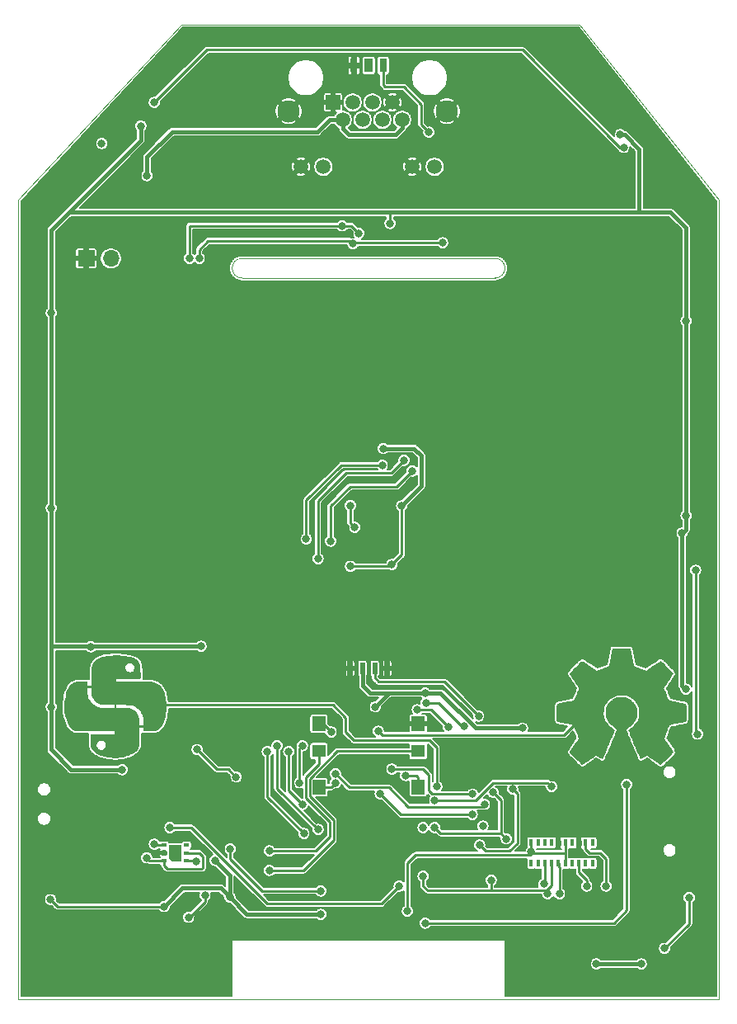
<source format=gbr>
%TF.GenerationSoftware,KiCad,Pcbnew,5.1.10*%
%TF.CreationDate,2021-11-10T13:44:39+01:00*%
%TF.ProjectId,Teebeutel,54656562-6575-4746-956c-2e6b69636164,rev?*%
%TF.SameCoordinates,Original*%
%TF.FileFunction,Copper,L2,Bot*%
%TF.FilePolarity,Positive*%
%FSLAX46Y46*%
G04 Gerber Fmt 4.6, Leading zero omitted, Abs format (unit mm)*
G04 Created by KiCad (PCBNEW 5.1.10) date 2021-11-10 13:44:39*
%MOMM*%
%LPD*%
G01*
G04 APERTURE LIST*
%TA.AperFunction,Profile*%
%ADD10C,0.100000*%
%TD*%
%TA.AperFunction,SMDPad,CuDef*%
%ADD11R,0.500000X1.200000*%
%TD*%
%TA.AperFunction,SMDPad,CuDef*%
%ADD12R,1.400000X1.500000*%
%TD*%
%TA.AperFunction,SMDPad,CuDef*%
%ADD13R,1.400000X1.300000*%
%TD*%
%TA.AperFunction,SMDPad,CuDef*%
%ADD14R,0.800000X1.400000*%
%TD*%
%TA.AperFunction,SMDPad,CuDef*%
%ADD15R,0.900000X1.400000*%
%TD*%
%TA.AperFunction,ComponentPad*%
%ADD16C,1.500000*%
%TD*%
%TA.AperFunction,ComponentPad*%
%ADD17C,2.300000*%
%TD*%
%TA.AperFunction,ComponentPad*%
%ADD18R,1.500000X1.500000*%
%TD*%
%TA.AperFunction,SMDPad,CuDef*%
%ADD19R,0.450000X0.750000*%
%TD*%
%TA.AperFunction,ComponentPad*%
%ADD20O,1.700000X1.700000*%
%TD*%
%TA.AperFunction,ComponentPad*%
%ADD21R,1.700000X1.700000*%
%TD*%
%TA.AperFunction,SMDPad,CuDef*%
%ADD22C,0.100000*%
%TD*%
%TA.AperFunction,SMDPad,CuDef*%
%ADD23R,0.550000X0.400000*%
%TD*%
%TA.AperFunction,ViaPad*%
%ADD24C,0.800000*%
%TD*%
%TA.AperFunction,Conductor*%
%ADD25C,0.400000*%
%TD*%
%TA.AperFunction,Conductor*%
%ADD26C,0.250000*%
%TD*%
%TA.AperFunction,Conductor*%
%ADD27C,0.127000*%
%TD*%
%TA.AperFunction,Conductor*%
%ADD28C,0.100000*%
%TD*%
G04 APERTURE END LIST*
D10*
X133000000Y-76000000D02*
G75*
G02*
X133000000Y-74000000I0J1000000D01*
G01*
X159000000Y-74000000D02*
G75*
G02*
X159000000Y-76000000I0J-1000000D01*
G01*
X133000000Y-74000000D02*
X159000000Y-74000000D01*
X159000000Y-76000000D02*
X133000000Y-76000000D01*
X126800000Y-50000000D02*
X110000000Y-68000000D01*
X167700000Y-50000000D02*
X182000000Y-68000000D01*
X110000000Y-150000000D02*
X182000000Y-150000000D01*
X126800000Y-50000000D02*
X167700000Y-50000000D01*
X110000000Y-150000000D02*
X110000000Y-68000000D01*
X182000000Y-68000000D02*
X182000000Y-150000000D01*
D11*
%TO.P,U3,4*%
%TO.N,GND*%
X147905000Y-116065000D03*
%TO.P,U3,3*%
%TO.N,IR-RX*%
X146635000Y-116065000D03*
%TO.P,U3,2*%
%TO.N,+3V3*%
X145365000Y-116065000D03*
%TO.P,U3,1*%
%TO.N,GND*%
X144095000Y-116065000D03*
%TD*%
D12*
%TO.P,SW1,4*%
%TO.N,GND*%
X151100000Y-121750000D03*
%TO.P,SW1,6*%
%TO.N,BTN_PUSH*%
X151100000Y-128250000D03*
D13*
%TO.P,SW1,5*%
%TO.N,BTN_RIGHT*%
X151100000Y-124550000D03*
D12*
%TO.P,SW1,3*%
%TO.N,BTN_DOWN*%
X140900000Y-121750000D03*
D13*
%TO.P,SW1,2*%
%TO.N,BTN_LEFT*%
X140900000Y-124550000D03*
D12*
%TO.P,SW1,1*%
%TO.N,BTN_UP*%
X140900000Y-128250000D03*
%TD*%
D14*
%TO.P,D9,2*%
%TO.N,Net-(D9-Pad2)*%
X147500000Y-54200000D03*
%TO.P,D9,1*%
%TO.N,GND*%
X144500000Y-54200000D03*
D15*
%TO.P,D9,NC*%
%TO.N,N/C*%
X146000000Y-54200000D03*
%TD*%
D16*
%TO.P,J1,12*%
%TO.N,Net-(J1-Pad12)*%
X152770000Y-64590000D03*
%TO.P,J1,11*%
%TO.N,GND*%
X150480000Y-64590000D03*
%TO.P,J1,10*%
%TO.N,Net-(J1-Pad10)*%
X141340000Y-64590000D03*
%TO.P,J1,9*%
%TO.N,GND*%
X139050000Y-64590000D03*
D17*
%TO.P,J1,SH*%
X137780000Y-58880000D03*
X154040000Y-58880000D03*
D16*
%TO.P,J1,8*%
%TO.N,+5V*%
X149462000Y-59770000D03*
%TO.P,J1,6*%
%TO.N,Net-(J1-Pad6)*%
X147430000Y-59770000D03*
%TO.P,J1,4*%
%TO.N,Net-(J1-Pad4)*%
X145398000Y-59770000D03*
%TO.P,J1,2*%
%TO.N,+5V*%
X143366000Y-59770000D03*
%TO.P,J1,7*%
%TO.N,GND*%
X148446000Y-57990000D03*
%TO.P,J1,5*%
%TO.N,Net-(J1-Pad5)*%
X146414000Y-57990000D03*
%TO.P,J1,3*%
%TO.N,Net-(J1-Pad3)*%
X144382000Y-57990000D03*
D18*
%TO.P,J1,1*%
%TO.N,GND*%
X142350000Y-57990000D03*
%TD*%
D19*
%TO.P,U7,1*%
%TO.N,N/C*%
X169000000Y-136050000D03*
%TO.P,U7,2*%
X168300000Y-136050000D03*
%TO.P,U7,3*%
%TO.N,Net-(C16-Pad1)*%
X167600000Y-136050000D03*
%TO.P,U7,4*%
%TO.N,N/C*%
X166900000Y-136050000D03*
%TO.P,U7,5*%
%TO.N,+3V3*%
X166200000Y-136050000D03*
%TO.P,U7,6*%
%TO.N,Net-(R17-Pad1)*%
X165500000Y-136050000D03*
%TO.P,U7,7*%
%TO.N,I2C-SCL*%
X164800000Y-136050000D03*
%TO.P,U7,8*%
%TO.N,I2C-SDA*%
X164100000Y-136050000D03*
%TO.P,U7,10*%
%TO.N,N/C*%
X162700000Y-136050000D03*
%TO.P,U7,9*%
X163400000Y-136050000D03*
%TO.P,U7,16*%
%TO.N,+3V3*%
X166200000Y-133950000D03*
%TO.P,U7,20*%
%TO.N,N/C*%
X169000000Y-133950000D03*
%TO.P,U7,15*%
%TO.N,GND*%
X165500000Y-133950000D03*
%TO.P,U7,18*%
X167600000Y-133950000D03*
%TO.P,U7,12*%
%TO.N,N/C*%
X163400000Y-133950000D03*
%TO.P,U7,17*%
X166900000Y-133950000D03*
%TO.P,U7,11*%
%TO.N,+3V3*%
X162700000Y-133950000D03*
%TO.P,U7,13*%
%TO.N,N/C*%
X164100000Y-133950000D03*
%TO.P,U7,19*%
%TO.N,Net-(R21-Pad1)*%
X168300000Y-133950000D03*
%TO.P,U7,14*%
%TO.N,N/C*%
X164800000Y-133950000D03*
%TD*%
D20*
%TO.P,J3,2*%
%TO.N,Net-(C18-Pad1)*%
X119540000Y-74000000D03*
D21*
%TO.P,J3,1*%
%TO.N,GND*%
X117000000Y-74000000D03*
%TD*%
%TA.AperFunction,SMDPad,CuDef*%
D22*
%TO.P,TB1,1*%
%TO.N,TOUCH9*%
G36*
X119872930Y-125254179D02*
G01*
X119564946Y-125235018D01*
X119564642Y-125234990D01*
X119260752Y-125197391D01*
X119260416Y-125197338D01*
X118975630Y-125142209D01*
X118975395Y-125142158D01*
X118882108Y-125119409D01*
X118881914Y-125119357D01*
X118594838Y-125036984D01*
X118594463Y-125036860D01*
X118347047Y-124944154D01*
X118346581Y-124943952D01*
X118133655Y-124838456D01*
X118133128Y-124838154D01*
X117949522Y-124717413D01*
X117948991Y-124717011D01*
X117789536Y-124578568D01*
X117789287Y-124578336D01*
X117782765Y-124571844D01*
X117782687Y-124571764D01*
X117689705Y-124474989D01*
X117689466Y-124474722D01*
X117614816Y-124384949D01*
X117614470Y-124384481D01*
X117556177Y-124294980D01*
X117555820Y-124294331D01*
X117511911Y-124198373D01*
X117511654Y-124197679D01*
X117480155Y-124088533D01*
X117480024Y-124087952D01*
X117458961Y-123958888D01*
X117458912Y-123958486D01*
X117446311Y-123802774D01*
X117446298Y-123802533D01*
X117440184Y-123613444D01*
X117440181Y-123613317D01*
X117438582Y-123384120D01*
X117438582Y-122837858D01*
X117438678Y-122836883D01*
X117438963Y-122835945D01*
X117439425Y-122835080D01*
X117440046Y-122834322D01*
X117440804Y-122833701D01*
X117441669Y-122833239D01*
X117442607Y-122832954D01*
X117443582Y-122832858D01*
X119950012Y-122832858D01*
X119936579Y-122526211D01*
X117911382Y-122514511D01*
X115881426Y-122502784D01*
X115880451Y-122502682D01*
X115879239Y-122502266D01*
X115700027Y-122413683D01*
X115699865Y-122413600D01*
X115631939Y-122376884D01*
X115631427Y-122376565D01*
X115498604Y-122282466D01*
X115497964Y-122281927D01*
X115377904Y-122162209D01*
X115377408Y-122161634D01*
X115267205Y-122012046D01*
X115266872Y-122011530D01*
X115163623Y-121827821D01*
X115163417Y-121827410D01*
X115064216Y-121605330D01*
X115064092Y-121605028D01*
X114966035Y-121340325D01*
X114965979Y-121340164D01*
X114903476Y-121151963D01*
X114903428Y-121151812D01*
X114849550Y-120970669D01*
X114849482Y-120970414D01*
X114810139Y-120806892D01*
X114810070Y-120806558D01*
X114783129Y-120647782D01*
X114783084Y-120647443D01*
X114766406Y-120480540D01*
X114766386Y-120480270D01*
X114757835Y-120292366D01*
X114757830Y-120292197D01*
X114755271Y-120070418D01*
X114755271Y-120070350D01*
X114755492Y-119954223D01*
X114755492Y-119954163D01*
X114757823Y-119788677D01*
X114757827Y-119788549D01*
X114763268Y-119651561D01*
X114763279Y-119651373D01*
X114772582Y-119531345D01*
X114772603Y-119531128D01*
X114786523Y-119416520D01*
X114786550Y-119416334D01*
X114805838Y-119295610D01*
X114805850Y-119295538D01*
X114807879Y-119283929D01*
X114807898Y-119283823D01*
X114877878Y-118928833D01*
X114877935Y-118928581D01*
X114956148Y-118617578D01*
X114956242Y-118617251D01*
X115043818Y-118347919D01*
X115043974Y-118347504D01*
X115142047Y-118117530D01*
X115142299Y-118117020D01*
X115252000Y-117924088D01*
X115252393Y-117923498D01*
X115374854Y-117765293D01*
X115375418Y-117764679D01*
X115511772Y-117638889D01*
X115512490Y-117638338D01*
X115663868Y-117542646D01*
X115664312Y-117542396D01*
X115691521Y-117528856D01*
X115691765Y-117528742D01*
X115774055Y-117493174D01*
X115774523Y-117492999D01*
X115860905Y-117465513D01*
X115861400Y-117465383D01*
X115959000Y-117445018D01*
X115959413Y-117444950D01*
X116075357Y-117430747D01*
X116075647Y-117430720D01*
X116217062Y-117421719D01*
X116217243Y-117421711D01*
X116391253Y-117416953D01*
X116391355Y-117416951D01*
X116605089Y-117415476D01*
X116605121Y-117415476D01*
X117138685Y-117415130D01*
X117139660Y-117415225D01*
X117140598Y-117415509D01*
X117141463Y-117415971D01*
X117142221Y-117416592D01*
X117142844Y-117417349D01*
X117143306Y-117418214D01*
X117143591Y-117419151D01*
X117143688Y-117420130D01*
X117143688Y-117875000D01*
X117557291Y-117875000D01*
X117556339Y-117681698D01*
X117556339Y-117681680D01*
X117555849Y-117341823D01*
X117555849Y-117341814D01*
X117555928Y-117130949D01*
X117555928Y-117130943D01*
X117556356Y-116867673D01*
X117556356Y-116867661D01*
X117557240Y-116644825D01*
X117557240Y-116644807D01*
X117558671Y-116458604D01*
X117558671Y-116458575D01*
X117560741Y-116305200D01*
X117560742Y-116305154D01*
X117563544Y-116180806D01*
X117563546Y-116180736D01*
X117567173Y-116081609D01*
X117567179Y-116081500D01*
X117571721Y-116003794D01*
X117571733Y-116003626D01*
X117577285Y-115943536D01*
X117577315Y-115943285D01*
X117583967Y-115897009D01*
X117584029Y-115896663D01*
X117591874Y-115860398D01*
X117592002Y-115859921D01*
X117632868Y-115733152D01*
X117633158Y-115732444D01*
X117737745Y-115524009D01*
X117738236Y-115523221D01*
X117881966Y-115334516D01*
X117882554Y-115333870D01*
X118061852Y-115168531D01*
X118062503Y-115168024D01*
X118273794Y-115029689D01*
X118274484Y-115029311D01*
X118514191Y-114921616D01*
X118514810Y-114921386D01*
X118657867Y-114878701D01*
X118658265Y-114878600D01*
X118854369Y-114837252D01*
X118854652Y-114837200D01*
X119083096Y-114802599D01*
X119083309Y-114802572D01*
X119336623Y-114775244D01*
X119336799Y-114775228D01*
X119607512Y-114755700D01*
X119607673Y-114755691D01*
X119888317Y-114744489D01*
X119888475Y-114744485D01*
X120171579Y-114742136D01*
X120171746Y-114742138D01*
X120449840Y-114749170D01*
X120450032Y-114749178D01*
X120715645Y-114766116D01*
X120715853Y-114766134D01*
X121021669Y-114798484D01*
X121021923Y-114798517D01*
X121352693Y-114850737D01*
X121353043Y-114850805D01*
X121640411Y-114917490D01*
X121640859Y-114917617D01*
X121885573Y-114999025D01*
X121886141Y-114999253D01*
X122088950Y-115095641D01*
X122089645Y-115096043D01*
X122251300Y-115207668D01*
X122252077Y-115208331D01*
X122373327Y-115335450D01*
X122373785Y-115336005D01*
X122407916Y-115384033D01*
X122408144Y-115384385D01*
X122456703Y-115466530D01*
X122456984Y-115467079D01*
X122496022Y-115556788D01*
X122496231Y-115557363D01*
X122526702Y-115660246D01*
X122526822Y-115660743D01*
X122549679Y-115782405D01*
X122549735Y-115782777D01*
X122565934Y-115928829D01*
X122565955Y-115929082D01*
X122571745Y-116026231D01*
X121933633Y-116026231D01*
X121919465Y-115884644D01*
X121859068Y-115741658D01*
X121855661Y-115735964D01*
X121768417Y-115634622D01*
X121655909Y-115565359D01*
X121528217Y-115530810D01*
X121395751Y-115533879D01*
X121268718Y-115577465D01*
X121188734Y-115630791D01*
X121097094Y-115731170D01*
X121040011Y-115848412D01*
X121017363Y-115974612D01*
X121029140Y-116101727D01*
X121075307Y-116221680D01*
X121155841Y-116326483D01*
X121270855Y-116408204D01*
X121359006Y-116440901D01*
X121491154Y-116453814D01*
X121622095Y-116430461D01*
X121739948Y-116373475D01*
X121832953Y-116285467D01*
X121901932Y-116164398D01*
X121933633Y-116026231D01*
X122571745Y-116026231D01*
X122571747Y-116026251D01*
X122571747Y-116026252D01*
X122576448Y-116105131D01*
X122576455Y-116105292D01*
X122582198Y-116316944D01*
X122582200Y-116317042D01*
X122584146Y-116569907D01*
X122584146Y-116569938D01*
X122584870Y-117115229D01*
X122584775Y-117116205D01*
X122584492Y-117117143D01*
X122584031Y-117118008D01*
X122583410Y-117118767D01*
X122582653Y-117119390D01*
X122581790Y-117119853D01*
X122580852Y-117120139D01*
X122579870Y-117120236D01*
X120075360Y-117120236D01*
X120075360Y-117413301D01*
X121940787Y-117421138D01*
X122249218Y-117422379D01*
X122559130Y-117423634D01*
X122559134Y-117423634D01*
X122828554Y-117424976D01*
X122828565Y-117424976D01*
X123060908Y-117426672D01*
X123060930Y-117426672D01*
X123259608Y-117428988D01*
X123259645Y-117428989D01*
X123428072Y-117432192D01*
X123428131Y-117432193D01*
X123569722Y-117436549D01*
X123569812Y-117436553D01*
X123687980Y-117442327D01*
X123688115Y-117442335D01*
X123786274Y-117449795D01*
X123786468Y-117449814D01*
X123868032Y-117459225D01*
X123868297Y-117459263D01*
X123936679Y-117470892D01*
X123937011Y-117470960D01*
X123995624Y-117485073D01*
X123995990Y-117485176D01*
X124048250Y-117502040D01*
X124048583Y-117502161D01*
X124097902Y-117522041D01*
X124098142Y-117522145D01*
X124147935Y-117545308D01*
X124148054Y-117545365D01*
X124201733Y-117572077D01*
X124201743Y-117572082D01*
X124262723Y-117602610D01*
X124262838Y-117602669D01*
X124336579Y-117642000D01*
X124337097Y-117642318D01*
X124543894Y-117787337D01*
X124544568Y-117787905D01*
X124725540Y-117969886D01*
X124726080Y-117970529D01*
X124878162Y-118186017D01*
X124878568Y-118186703D01*
X124998698Y-118432244D01*
X124998923Y-118432781D01*
X125045432Y-118564918D01*
X125045534Y-118565240D01*
X125102445Y-118770118D01*
X125102510Y-118770380D01*
X125153455Y-119001642D01*
X125153497Y-119001857D01*
X125196508Y-119247931D01*
X125196539Y-119248134D01*
X125229651Y-119497447D01*
X125229676Y-119497666D01*
X125250925Y-119738645D01*
X125250941Y-119738916D01*
X125253525Y-119815949D01*
X119875000Y-119815949D01*
X119758066Y-119814897D01*
X119758061Y-119814897D01*
X119490018Y-119812198D01*
X119490009Y-119812198D01*
X119262027Y-119809489D01*
X119262012Y-119809488D01*
X119070610Y-119806658D01*
X119070587Y-119806658D01*
X118912284Y-119803598D01*
X118912249Y-119803597D01*
X118783565Y-119800196D01*
X118783509Y-119800194D01*
X118680964Y-119796345D01*
X118680876Y-119796341D01*
X118600988Y-119791931D01*
X118600847Y-119791922D01*
X118540136Y-119786844D01*
X118539908Y-119786819D01*
X118494894Y-119780961D01*
X118494532Y-119780900D01*
X118461735Y-119774154D01*
X118461210Y-119774017D01*
X118437147Y-119766272D01*
X118436659Y-119766086D01*
X118319333Y-119714283D01*
X118318803Y-119714010D01*
X118100274Y-119584426D01*
X118099582Y-119583932D01*
X117914078Y-119425939D01*
X117913447Y-119425295D01*
X117763729Y-119241981D01*
X117763204Y-119241197D01*
X117652035Y-119035652D01*
X117651658Y-119034757D01*
X117581802Y-118810071D01*
X117581643Y-118809397D01*
X117579386Y-118795649D01*
X117579338Y-118795264D01*
X117573174Y-118722976D01*
X117573161Y-118722772D01*
X117567917Y-118604387D01*
X117567914Y-118604298D01*
X117563599Y-118440417D01*
X117563598Y-118440366D01*
X117560224Y-118231589D01*
X117560223Y-118231556D01*
X117559203Y-118125000D01*
X117143889Y-118125000D01*
X117144564Y-118299349D01*
X117147963Y-118488443D01*
X117154991Y-118644494D01*
X117166750Y-118774423D01*
X117184326Y-118885167D01*
X117208831Y-118983804D01*
X117241372Y-119077342D01*
X117283122Y-119172879D01*
X117335136Y-119277231D01*
X117446180Y-119455618D01*
X117609228Y-119645502D01*
X117802065Y-119812421D01*
X118016077Y-119949050D01*
X118242788Y-120048153D01*
X118261328Y-120054329D01*
X118292399Y-120063759D01*
X118325654Y-120071823D01*
X118364869Y-120078681D01*
X118413819Y-120084483D01*
X118476299Y-120089368D01*
X118555887Y-120093463D01*
X118656405Y-120096914D01*
X118781574Y-120099863D01*
X118781574Y-120099864D01*
X118934986Y-120102450D01*
X118934986Y-120102449D01*
X119120470Y-120104818D01*
X119341682Y-120107112D01*
X119602361Y-120109475D01*
X119875000Y-120111785D01*
X119875000Y-119815949D01*
X125253525Y-119815949D01*
X125258359Y-119959990D01*
X125258360Y-119960310D01*
X125251426Y-120188801D01*
X125251410Y-120189078D01*
X125227346Y-120468545D01*
X125227316Y-120468804D01*
X125187922Y-120752545D01*
X125187882Y-120752790D01*
X125135129Y-121030633D01*
X125135073Y-121030890D01*
X125070929Y-121292665D01*
X125070846Y-121292966D01*
X124997281Y-121528499D01*
X124997139Y-121528892D01*
X124916121Y-121728012D01*
X124915895Y-121728493D01*
X124837234Y-121875000D01*
X122879736Y-121875000D01*
X122879447Y-121750450D01*
X122876930Y-121541997D01*
X122871069Y-121369702D01*
X122860877Y-121226591D01*
X122845373Y-121105761D01*
X122823577Y-121000238D01*
X122794494Y-120903067D01*
X122757101Y-120807231D01*
X122710368Y-120705776D01*
X122705176Y-120695147D01*
X122650117Y-120592273D01*
X122590286Y-120502751D01*
X122515019Y-120412182D01*
X122413698Y-120306328D01*
X122285685Y-120186479D01*
X122119193Y-120059848D01*
X121943874Y-119962148D01*
X121745587Y-119884489D01*
X121717770Y-119875488D01*
X121685353Y-119866001D01*
X121650853Y-119857919D01*
X121610436Y-119851058D01*
X121560282Y-119845264D01*
X121496755Y-119840404D01*
X121415967Y-119836328D01*
X121314433Y-119832899D01*
X121188224Y-119829966D01*
X121188224Y-119829965D01*
X121033790Y-119827384D01*
X121033790Y-119827385D01*
X120847303Y-119825006D01*
X120625099Y-119822680D01*
X120363436Y-119820261D01*
X120125000Y-119818180D01*
X120125000Y-120113905D01*
X120357770Y-120115939D01*
X120357774Y-120115939D01*
X120596408Y-120118251D01*
X120596418Y-120118251D01*
X120797557Y-120120572D01*
X120797573Y-120120573D01*
X120964913Y-120123045D01*
X120964940Y-120123045D01*
X121102176Y-120125808D01*
X121102219Y-120125809D01*
X121213046Y-120129007D01*
X121213116Y-120129010D01*
X121301229Y-120132783D01*
X121301339Y-120132789D01*
X121370434Y-120137279D01*
X121370605Y-120137293D01*
X121424378Y-120142641D01*
X121424628Y-120142672D01*
X121466772Y-120149022D01*
X121467096Y-120149082D01*
X121501309Y-120156573D01*
X121501645Y-120156658D01*
X121531620Y-120165432D01*
X121531852Y-120165507D01*
X121561286Y-120175707D01*
X121561376Y-120175739D01*
X121588693Y-120185792D01*
X121588999Y-120185916D01*
X121774085Y-120268303D01*
X121774741Y-120268656D01*
X121932551Y-120369315D01*
X121933161Y-120369773D01*
X122080663Y-120499279D01*
X122081150Y-120499770D01*
X122190041Y-120626021D01*
X122190469Y-120626595D01*
X122304195Y-120804641D01*
X122304537Y-120805273D01*
X122391087Y-120996662D01*
X122391357Y-120997416D01*
X122442584Y-121186663D01*
X122442724Y-121187384D01*
X122448298Y-121234659D01*
X122448322Y-121234930D01*
X122453911Y-121323841D01*
X122453918Y-121323981D01*
X122458297Y-121449435D01*
X122458299Y-121449512D01*
X122461491Y-121613234D01*
X122461492Y-121613281D01*
X122463520Y-121816998D01*
X122463520Y-121817030D01*
X122463730Y-121875000D01*
X122879736Y-121875000D01*
X124837234Y-121875000D01*
X124830344Y-121887831D01*
X124829985Y-121888403D01*
X124680587Y-122094214D01*
X124680001Y-122094886D01*
X124505187Y-122262483D01*
X124504436Y-122263077D01*
X124305466Y-122391325D01*
X124304596Y-122391771D01*
X124082725Y-122479537D01*
X124081951Y-122479773D01*
X124048411Y-122487088D01*
X124047923Y-122487170D01*
X123957856Y-122497626D01*
X123957568Y-122497651D01*
X123825807Y-122505281D01*
X123825658Y-122505287D01*
X123650488Y-122510177D01*
X123650399Y-122510179D01*
X123430106Y-122512414D01*
X123430074Y-122512414D01*
X122884783Y-122514511D01*
X122883807Y-122514419D01*
X122882868Y-122514138D01*
X122882002Y-122513679D01*
X122881242Y-122513060D01*
X122880617Y-122512305D01*
X122880152Y-122511442D01*
X122879864Y-122510505D01*
X122879764Y-122509511D01*
X122879764Y-122125000D01*
X122464358Y-122125000D01*
X122464178Y-122351366D01*
X122464178Y-122351382D01*
X122462853Y-122685431D01*
X122462853Y-122685437D01*
X122462762Y-122702811D01*
X122461264Y-122984179D01*
X122461264Y-122984183D01*
X122459835Y-123222818D01*
X122459835Y-123222826D01*
X122458309Y-123422676D01*
X122458309Y-123422692D01*
X122456524Y-123587704D01*
X122456523Y-123587732D01*
X122454313Y-123721855D01*
X122454312Y-123721904D01*
X122451513Y-123829086D01*
X122451511Y-123829166D01*
X122447959Y-123913355D01*
X122447951Y-123913486D01*
X122444679Y-123961179D01*
X119002639Y-123961179D01*
X118986826Y-123824598D01*
X118948926Y-123735848D01*
X118870871Y-123632861D01*
X118770806Y-123549640D01*
X118661970Y-123499426D01*
X118628654Y-123491635D01*
X118492006Y-123484493D01*
X118369093Y-123515121D01*
X118263343Y-123577193D01*
X118178551Y-123664440D01*
X118118590Y-123770533D01*
X118087312Y-123889113D01*
X118088537Y-124013833D01*
X118126081Y-124138416D01*
X118204005Y-124256905D01*
X118221322Y-124275642D01*
X118281611Y-124330867D01*
X118334927Y-124367593D01*
X118356636Y-124377798D01*
X118486527Y-124412447D01*
X118614013Y-124407020D01*
X118733272Y-124366764D01*
X118838048Y-124296830D01*
X118922040Y-124202427D01*
X118978971Y-124088810D01*
X119002639Y-123961179D01*
X122444679Y-123961179D01*
X122444643Y-123961692D01*
X122443482Y-123978630D01*
X122443464Y-123978839D01*
X122437914Y-124028887D01*
X122437869Y-124029197D01*
X122431073Y-124068095D01*
X122430988Y-124068487D01*
X122422782Y-124100185D01*
X122422670Y-124100558D01*
X122412890Y-124129004D01*
X122412812Y-124129216D01*
X122401293Y-124158356D01*
X122401206Y-124158562D01*
X122367623Y-124233530D01*
X122367303Y-124234132D01*
X122245209Y-124429941D01*
X122244647Y-124430679D01*
X122081091Y-124608627D01*
X122080486Y-124609185D01*
X121877515Y-124767578D01*
X121876917Y-124767979D01*
X121636582Y-124905123D01*
X121636018Y-124905399D01*
X121360365Y-125019600D01*
X121360080Y-125019708D01*
X121344864Y-125024950D01*
X121344708Y-125025001D01*
X121186741Y-125073691D01*
X121186550Y-125073746D01*
X121001396Y-125122844D01*
X121001249Y-125122881D01*
X120806406Y-125168281D01*
X120806256Y-125168313D01*
X120619220Y-125205908D01*
X120619019Y-125205944D01*
X120457289Y-125231627D01*
X120457125Y-125231650D01*
X120442065Y-125233533D01*
X120441821Y-125233558D01*
X120170683Y-125253992D01*
X120170310Y-125254006D01*
X119873243Y-125254189D01*
X119872930Y-125254179D01*
G37*
%TD.AperFunction*%
%TD*%
%TA.AperFunction,SMDPad,CuDef*%
%TO.P,TB2,1*%
%TO.N,TOUCH4*%
G36*
X167954580Y-125944053D02*
G01*
X167953335Y-125943678D01*
X167934377Y-125935149D01*
X167933397Y-125934565D01*
X167864869Y-125882326D01*
X167864617Y-125882121D01*
X167758974Y-125790147D01*
X167758875Y-125790059D01*
X167625312Y-125667396D01*
X167625255Y-125667342D01*
X167472968Y-125523038D01*
X167472926Y-125522999D01*
X167311110Y-125366099D01*
X167311074Y-125366063D01*
X167148925Y-125205615D01*
X167148887Y-125205577D01*
X166995599Y-125050626D01*
X166995553Y-125050579D01*
X166860323Y-124910174D01*
X166860252Y-124910099D01*
X166752274Y-124793285D01*
X166752136Y-124793129D01*
X166680606Y-124708953D01*
X166680146Y-124708316D01*
X166654259Y-124665826D01*
X166653834Y-124664943D01*
X166653589Y-124663994D01*
X166653533Y-124663016D01*
X166653612Y-124662317D01*
X166655105Y-124654233D01*
X166655494Y-124653021D01*
X166686304Y-124587218D01*
X166686503Y-124586835D01*
X166752322Y-124472989D01*
X166752407Y-124472848D01*
X166846873Y-124321242D01*
X166846929Y-124321155D01*
X166963683Y-124142073D01*
X166963729Y-124142004D01*
X167096410Y-123945729D01*
X167096431Y-123945697D01*
X167133642Y-123891558D01*
X167133643Y-123891558D01*
X167264304Y-123701054D01*
X167379386Y-123532648D01*
X167379385Y-123532648D01*
X167472200Y-123396166D01*
X167536018Y-123301497D01*
X167563813Y-123258983D01*
X167563848Y-123258891D01*
X167555801Y-123207873D01*
X167524213Y-123101622D01*
X167474282Y-122954483D01*
X167411239Y-122780151D01*
X167340198Y-122591944D01*
X167266307Y-122403287D01*
X167194778Y-122227749D01*
X167130700Y-122078593D01*
X167079331Y-121969462D01*
X167045983Y-121913929D01*
X167043292Y-121911151D01*
X167019909Y-121894070D01*
X166979845Y-121876593D01*
X166914653Y-121856936D01*
X166816294Y-121833389D01*
X166676808Y-121804193D01*
X166488106Y-121767533D01*
X166242011Y-121721577D01*
X165930486Y-121664515D01*
X165930473Y-121664513D01*
X165865857Y-121652502D01*
X165865788Y-121652488D01*
X165680682Y-121615361D01*
X165680563Y-121615336D01*
X165524855Y-121580159D01*
X165524669Y-121580113D01*
X165413113Y-121550379D01*
X165412564Y-121550198D01*
X165359918Y-121529400D01*
X165359046Y-121528953D01*
X165358278Y-121528343D01*
X165357644Y-121527596D01*
X165357296Y-121527013D01*
X165348489Y-121509661D01*
X165348134Y-121508748D01*
X165348024Y-121508266D01*
X165333339Y-121424915D01*
X165333281Y-121424467D01*
X165321644Y-121286288D01*
X165321632Y-121286106D01*
X165313053Y-121106047D01*
X165313049Y-121105941D01*
X165307534Y-120896947D01*
X165307532Y-120896869D01*
X165305093Y-120671889D01*
X165305093Y-120671821D01*
X165305736Y-120443800D01*
X165305737Y-120443728D01*
X165309473Y-120225614D01*
X165309475Y-120225525D01*
X165316312Y-120030263D01*
X165316319Y-120030127D01*
X165326266Y-119870666D01*
X165326290Y-119870391D01*
X165339356Y-119759675D01*
X165339574Y-119758693D01*
X165355767Y-119709672D01*
X165356165Y-119708776D01*
X165356729Y-119707974D01*
X165357439Y-119707298D01*
X165358509Y-119706660D01*
X165375042Y-119699417D01*
X165375711Y-119699179D01*
X165457958Y-119676351D01*
X165458164Y-119676299D01*
X165597188Y-119644011D01*
X165597277Y-119643991D01*
X165781984Y-119604650D01*
X165782043Y-119604638D01*
X166001338Y-119560651D01*
X166001386Y-119560641D01*
X166244174Y-119514414D01*
X166244193Y-119514411D01*
X166376759Y-119489714D01*
X166603946Y-119446891D01*
X166603946Y-119446890D01*
X166799518Y-119409387D01*
X166799518Y-119409388D01*
X166952925Y-119379262D01*
X167053751Y-119358544D01*
X167089793Y-119349703D01*
X167089876Y-119349592D01*
X167113768Y-119301396D01*
X167159733Y-119199504D01*
X167221825Y-119057833D01*
X167221824Y-119057833D01*
X167294320Y-118889847D01*
X167371431Y-118709169D01*
X167447414Y-118529312D01*
X167516519Y-118363807D01*
X167572992Y-118226194D01*
X167611033Y-118130131D01*
X167624359Y-118090770D01*
X167619067Y-118078303D01*
X167578249Y-118009544D01*
X167503881Y-117893295D01*
X167402039Y-117738862D01*
X167278752Y-117555452D01*
X167139988Y-117352171D01*
X167139989Y-117352171D01*
X167063860Y-117240847D01*
X167063839Y-117240817D01*
X166932456Y-117045637D01*
X166932426Y-117045592D01*
X166819781Y-116874297D01*
X166819741Y-116874235D01*
X166731841Y-116736166D01*
X166731768Y-116736048D01*
X166674622Y-116640546D01*
X166674384Y-116640097D01*
X166654000Y-116596506D01*
X166653674Y-116595582D01*
X166653534Y-116594611D01*
X166653586Y-116593633D01*
X166653829Y-116592683D01*
X166654240Y-116591819D01*
X166668404Y-116568173D01*
X166668862Y-116567529D01*
X166728109Y-116496876D01*
X166728240Y-116496726D01*
X166825437Y-116389799D01*
X166825496Y-116389736D01*
X166951722Y-116255596D01*
X166951758Y-116255558D01*
X167098090Y-116103266D01*
X167098117Y-116103238D01*
X167255633Y-115941855D01*
X167255658Y-115941830D01*
X167415435Y-115780417D01*
X167415461Y-115780390D01*
X167568578Y-115628006D01*
X167568612Y-115627973D01*
X167706146Y-115493680D01*
X167706199Y-115493628D01*
X167819228Y-115386486D01*
X167819342Y-115386382D01*
X167898943Y-115315453D01*
X167899433Y-115315068D01*
X167936684Y-115289411D01*
X167937542Y-115288937D01*
X167938476Y-115288639D01*
X167939450Y-115288529D01*
X167940426Y-115288612D01*
X167941693Y-115289026D01*
X167962371Y-115299002D01*
X167962800Y-115299235D01*
X168038728Y-115345500D01*
X168038829Y-115345564D01*
X168161360Y-115424301D01*
X168161405Y-115424330D01*
X168321705Y-115529768D01*
X168321734Y-115529787D01*
X168510975Y-115656158D01*
X168510998Y-115656174D01*
X168720347Y-115797707D01*
X168720359Y-115797714D01*
X169465669Y-116304518D01*
X170086298Y-116048675D01*
X170706913Y-115792837D01*
X170875284Y-114899714D01*
X171044158Y-114003927D01*
X171044433Y-114002986D01*
X171044886Y-114002117D01*
X171045500Y-114001353D01*
X171046252Y-114000724D01*
X171047111Y-114000253D01*
X171048046Y-113999959D01*
X171049071Y-113999853D01*
X172913576Y-113999853D01*
X172914551Y-113999949D01*
X172915489Y-114000234D01*
X172916354Y-114000696D01*
X172917112Y-114001317D01*
X172917733Y-114002075D01*
X172918195Y-114002940D01*
X172918489Y-114003927D01*
X173255735Y-115792837D01*
X173876350Y-116048675D01*
X174496979Y-116304518D01*
X175242288Y-115797714D01*
X175242296Y-115797709D01*
X175390250Y-115697498D01*
X175390269Y-115697485D01*
X175586410Y-115565947D01*
X175586436Y-115565930D01*
X175756252Y-115453583D01*
X175756289Y-115453559D01*
X175890961Y-115366169D01*
X175891034Y-115366122D01*
X175981741Y-115309458D01*
X175982042Y-115309284D01*
X176019967Y-115289114D01*
X176020874Y-115288741D01*
X176021835Y-115288552D01*
X176022815Y-115288554D01*
X176023776Y-115288747D01*
X176024937Y-115289272D01*
X176048229Y-115303616D01*
X176048874Y-115304088D01*
X176118497Y-115364192D01*
X176118647Y-115364327D01*
X176224011Y-115462963D01*
X176224074Y-115463023D01*
X176356251Y-115591134D01*
X176356288Y-115591170D01*
X176506350Y-115739700D01*
X176506378Y-115739728D01*
X176665397Y-115899620D01*
X176665422Y-115899645D01*
X176824471Y-116061841D01*
X176824497Y-116061868D01*
X176974648Y-116217311D01*
X176974681Y-116217346D01*
X177107006Y-116356980D01*
X177107057Y-116357034D01*
X177212628Y-116471801D01*
X177212731Y-116471916D01*
X177282620Y-116552760D01*
X177282995Y-116553254D01*
X177308276Y-116591117D01*
X177308738Y-116591981D01*
X177309022Y-116592919D01*
X177309118Y-116593895D01*
X177309022Y-116594870D01*
X177308820Y-116595593D01*
X177302939Y-116611860D01*
X177302597Y-116612607D01*
X177261877Y-116685171D01*
X177261761Y-116685367D01*
X177187402Y-116804789D01*
X177187351Y-116804870D01*
X177085381Y-116961787D01*
X177085346Y-116961839D01*
X176961794Y-117146892D01*
X176961766Y-117146935D01*
X176822659Y-117350760D01*
X176822651Y-117350771D01*
X176746311Y-117461935D01*
X176615004Y-117655442D01*
X176502471Y-117824259D01*
X176414640Y-117959333D01*
X176357671Y-118051256D01*
X176338124Y-118089680D01*
X176338149Y-118089845D01*
X176355922Y-118140053D01*
X176397119Y-118243640D01*
X176455835Y-118386607D01*
X176526324Y-118555413D01*
X176602833Y-118736501D01*
X176602832Y-118736501D01*
X176679603Y-118916303D01*
X176750911Y-119081332D01*
X176810983Y-119217981D01*
X176854015Y-119312587D01*
X176873366Y-119349923D01*
X176883198Y-119352768D01*
X176956352Y-119368476D01*
X177086928Y-119394537D01*
X177264499Y-119428916D01*
X177478474Y-119469550D01*
X177718457Y-119514411D01*
X177718462Y-119514412D01*
X177844945Y-119538197D01*
X177844980Y-119538204D01*
X178077133Y-119583586D01*
X178077185Y-119583596D01*
X178280167Y-119625506D01*
X178280237Y-119625521D01*
X178442954Y-119661554D01*
X178443082Y-119661584D01*
X178554439Y-119689332D01*
X178554877Y-119689463D01*
X178603779Y-119706519D01*
X178604668Y-119706931D01*
X178605460Y-119707508D01*
X178606124Y-119708229D01*
X178606569Y-119708935D01*
X178615353Y-119725843D01*
X178615717Y-119726753D01*
X178615840Y-119727280D01*
X178630411Y-119809894D01*
X178630470Y-119810347D01*
X178641918Y-119947943D01*
X178641930Y-119948126D01*
X178650264Y-120127759D01*
X178650267Y-120127866D01*
X178655496Y-120336589D01*
X178655498Y-120336667D01*
X178657630Y-120561532D01*
X178657630Y-120561600D01*
X178656674Y-120789661D01*
X178656673Y-120789732D01*
X178652639Y-121008042D01*
X178652637Y-121008131D01*
X178645533Y-121203744D01*
X178645526Y-121203880D01*
X178635360Y-121363849D01*
X178635335Y-121364121D01*
X178622118Y-121475499D01*
X178621906Y-121476461D01*
X178605645Y-121526301D01*
X178605252Y-121527198D01*
X178604690Y-121528002D01*
X178603983Y-121528680D01*
X178603367Y-121529094D01*
X178593499Y-121534716D01*
X178592581Y-121535123D01*
X178518989Y-121559236D01*
X178518644Y-121559336D01*
X178390981Y-121591240D01*
X178390828Y-121591275D01*
X178223853Y-121627477D01*
X178223743Y-121627500D01*
X178032209Y-121664506D01*
X178032157Y-121664516D01*
X177967538Y-121676300D01*
X177669061Y-121731113D01*
X177434505Y-121775161D01*
X177255801Y-121810258D01*
X177124718Y-121838249D01*
X177033311Y-121860913D01*
X176973494Y-121880035D01*
X176937297Y-121897275D01*
X176916182Y-121914452D01*
X176914229Y-121916746D01*
X176878698Y-121978592D01*
X176825756Y-122092540D01*
X176760636Y-122245134D01*
X176688629Y-122422645D01*
X176614795Y-122611883D01*
X176544368Y-122799218D01*
X176482430Y-122971405D01*
X176434182Y-123114884D01*
X176404820Y-123216037D01*
X176399520Y-123260113D01*
X176402268Y-123264547D01*
X176440700Y-123322494D01*
X176513012Y-123429428D01*
X176612526Y-123575538D01*
X176732495Y-123750910D01*
X176866218Y-123945699D01*
X176866221Y-123945704D01*
X176902922Y-123999299D01*
X176902948Y-123999337D01*
X177032005Y-124191580D01*
X177032049Y-124191646D01*
X177143582Y-124363574D01*
X177143637Y-124363661D01*
X177231281Y-124505079D01*
X177231375Y-124505238D01*
X177288764Y-124605950D01*
X177289035Y-124606501D01*
X177309803Y-124656310D01*
X177310090Y-124657247D01*
X177310188Y-124658222D01*
X177310094Y-124659198D01*
X177309919Y-124659851D01*
X177305444Y-124672946D01*
X177305038Y-124673838D01*
X177304765Y-124674258D01*
X177258117Y-124738785D01*
X177257831Y-124739145D01*
X177165798Y-124844516D01*
X177165674Y-124844652D01*
X177034847Y-124983776D01*
X177034770Y-124983857D01*
X176871737Y-125149641D01*
X176871676Y-125149702D01*
X176683030Y-125335055D01*
X176682993Y-125335091D01*
X176575166Y-125438838D01*
X176575138Y-125438864D01*
X176404648Y-125600447D01*
X176404609Y-125600484D01*
X176255385Y-125738886D01*
X176255330Y-125738937D01*
X176135387Y-125846871D01*
X176135278Y-125846965D01*
X176052627Y-125917145D01*
X176052183Y-125917482D01*
X176014838Y-125942621D01*
X176013975Y-125943086D01*
X176013038Y-125943374D01*
X176012063Y-125943473D01*
X176011087Y-125943380D01*
X176010339Y-125943173D01*
X175984681Y-125933854D01*
X175983951Y-125933520D01*
X175904956Y-125889437D01*
X175904733Y-125889304D01*
X175790013Y-125817209D01*
X175789886Y-125817127D01*
X175654406Y-125726152D01*
X175654356Y-125726118D01*
X175558040Y-125659736D01*
X175365739Y-125527903D01*
X175160532Y-125387891D01*
X174973096Y-125260661D01*
X174608415Y-125013995D01*
X174302852Y-125179211D01*
X174302815Y-125179231D01*
X174230236Y-125217698D01*
X174230126Y-125217755D01*
X174098136Y-125283552D01*
X174097938Y-125283645D01*
X173995867Y-125329072D01*
X173995317Y-125329279D01*
X173940766Y-125346216D01*
X173939806Y-125346414D01*
X173938825Y-125346420D01*
X173937863Y-125346235D01*
X173936955Y-125345866D01*
X173936136Y-125345327D01*
X173935418Y-125344613D01*
X173917566Y-125322862D01*
X173917023Y-125322050D01*
X173872691Y-125239231D01*
X173872591Y-125239033D01*
X173807113Y-125102488D01*
X173807073Y-125102404D01*
X173724090Y-124920799D01*
X173724069Y-124920751D01*
X173627225Y-124702751D01*
X173627210Y-124702718D01*
X173520149Y-124456990D01*
X173520138Y-124456965D01*
X173406502Y-124192173D01*
X173406493Y-124192151D01*
X173289928Y-123916962D01*
X173289919Y-123916942D01*
X173174066Y-123640020D01*
X173174058Y-123639998D01*
X173062562Y-123370009D01*
X173062552Y-123369985D01*
X172959055Y-123115594D01*
X172959042Y-123115564D01*
X172867190Y-122885438D01*
X172867173Y-122885394D01*
X172790606Y-122688198D01*
X172790578Y-122688125D01*
X172732942Y-122532523D01*
X172732887Y-122532365D01*
X172697825Y-122427025D01*
X172697657Y-122426382D01*
X172688812Y-122379967D01*
X172688724Y-122378991D01*
X172688828Y-122378016D01*
X172689150Y-122377011D01*
X172689749Y-122375655D01*
X172690231Y-122374801D01*
X172690716Y-122374212D01*
X172731915Y-122331305D01*
X172732447Y-122330825D01*
X172818623Y-122263625D01*
X172818875Y-122263441D01*
X172932235Y-122185881D01*
X172932298Y-122185839D01*
X172967864Y-122162299D01*
X173239567Y-121938078D01*
X173464320Y-121671149D01*
X173636939Y-121372513D01*
X173752085Y-121053327D01*
X173804451Y-120724733D01*
X173788745Y-120397737D01*
X173725113Y-120106848D01*
X173610871Y-119813136D01*
X173444365Y-119551164D01*
X173215650Y-119302076D01*
X173126041Y-119222731D01*
X172835594Y-119026728D01*
X172521995Y-118894791D01*
X172194180Y-118825640D01*
X171861214Y-118818092D01*
X171532199Y-118870977D01*
X171216244Y-118983108D01*
X170922423Y-119153309D01*
X170659831Y-119380396D01*
X170437424Y-119663355D01*
X170394887Y-119733062D01*
X170249566Y-120053301D01*
X170172434Y-120386574D01*
X170161383Y-120724451D01*
X170214396Y-121058315D01*
X170329464Y-121379530D01*
X170504572Y-121679465D01*
X170737719Y-121949490D01*
X171027071Y-122181106D01*
X171036299Y-122187235D01*
X171036413Y-122187313D01*
X171148572Y-122266351D01*
X171148814Y-122266532D01*
X171232877Y-122333730D01*
X171233421Y-122334236D01*
X171271815Y-122375631D01*
X171272408Y-122376411D01*
X171272837Y-122377293D01*
X171273086Y-122378241D01*
X171273145Y-122379219D01*
X171273094Y-122379769D01*
X171268250Y-122412223D01*
X171268069Y-122413004D01*
X171237948Y-122507499D01*
X171237881Y-122507693D01*
X171184472Y-122654152D01*
X171184441Y-122654235D01*
X171111386Y-122843991D01*
X171111367Y-122844040D01*
X171022308Y-123068425D01*
X171022295Y-123068457D01*
X170920874Y-123318804D01*
X170920864Y-123318830D01*
X170810723Y-123586471D01*
X170810714Y-123586493D01*
X170695495Y-123862761D01*
X170695486Y-123862781D01*
X170578831Y-124139008D01*
X170578822Y-124139030D01*
X170464373Y-124406548D01*
X170464362Y-124406572D01*
X170355762Y-124656715D01*
X170355749Y-124656746D01*
X170256638Y-124880846D01*
X170256618Y-124880891D01*
X170170640Y-125070280D01*
X170170605Y-125070354D01*
X170101400Y-125216365D01*
X170101320Y-125216528D01*
X170052532Y-125310493D01*
X170052106Y-125311173D01*
X170027376Y-125344425D01*
X170026717Y-125345150D01*
X170025929Y-125345733D01*
X170025042Y-125346151D01*
X170024091Y-125346388D01*
X170023112Y-125346435D01*
X170022294Y-125346325D01*
X170001728Y-125341821D01*
X170000939Y-125341578D01*
X169920145Y-125309212D01*
X169919858Y-125309087D01*
X169800450Y-125252338D01*
X169800289Y-125252258D01*
X169659867Y-125179249D01*
X169659796Y-125179211D01*
X169354232Y-125013995D01*
X168989556Y-125260658D01*
X168881073Y-125334202D01*
X168679302Y-125471609D01*
X168478145Y-125609237D01*
X168308288Y-125726120D01*
X168308264Y-125726137D01*
X168214515Y-125789840D01*
X168214429Y-125789897D01*
X168092582Y-125869042D01*
X168092430Y-125869137D01*
X168002085Y-125923317D01*
X168001585Y-125923580D01*
X167957458Y-125943669D01*
X167956530Y-125943985D01*
X167955559Y-125944115D01*
X167954580Y-125944053D01*
G37*
%TD.AperFunction*%
%TD*%
D23*
%TO.P,U6,5*%
%TO.N,+1V8*%
X127300000Y-135000000D03*
%TO.P,U6,6*%
%TO.N,Net-(TP18-Pad1)*%
X127300000Y-135800000D03*
%TO.P,U6,4*%
%TO.N,N/C*%
X127300000Y-134200000D03*
%TO.P,U6,3*%
%TO.N,Net-(TP17-Pad1)*%
X125000000Y-134200000D03*
%TO.P,U6,2*%
%TO.N,GND*%
X125000000Y-135000000D03*
%TO.P,U6,1*%
%TO.N,+1V8*%
X125000000Y-135800000D03*
%TA.AperFunction,SMDPad,CuDef*%
D22*
%TO.P,U6,DIEPAD*%
%TO.N,N/C*%
G36*
X126775010Y-134149951D02*
G01*
X126775019Y-134149954D01*
X126775028Y-134149958D01*
X126775042Y-134149972D01*
X126775046Y-134149981D01*
X126775049Y-134149990D01*
X126775050Y-134150000D01*
X126775050Y-135850000D01*
X126775049Y-135850010D01*
X126775046Y-135850019D01*
X126775042Y-135850028D01*
X126775028Y-135850042D01*
X126775019Y-135850046D01*
X126775010Y-135850049D01*
X126775000Y-135850050D01*
X125800000Y-135850050D01*
X125799990Y-135850049D01*
X125799981Y-135850046D01*
X125799972Y-135850042D01*
X125524958Y-135575028D01*
X125524954Y-135575019D01*
X125524951Y-135575010D01*
X125524950Y-135575000D01*
X125524950Y-134150000D01*
X125524951Y-134149990D01*
X125524954Y-134149981D01*
X125524958Y-134149972D01*
X125524972Y-134149958D01*
X125524981Y-134149954D01*
X125524990Y-134149951D01*
X125525000Y-134149950D01*
X126775000Y-134149950D01*
X126775010Y-134149951D01*
G37*
%TD.AperFunction*%
%TD*%
D24*
%TO.N,*%
X118600000Y-62200000D03*
%TO.N,+5V*%
X123250000Y-65500000D03*
%TO.N,GND*%
X128200000Y-137600000D03*
X127000000Y-122600000D03*
X149400000Y-128200000D03*
X144600000Y-129000000D03*
X145200000Y-127000000D03*
X132400000Y-116000000D03*
X131600000Y-122600000D03*
X179500000Y-75000000D03*
X143000000Y-137700000D03*
X143700000Y-132500000D03*
X151300000Y-102700000D03*
X141900000Y-112900000D03*
X145600000Y-114500000D03*
X130500000Y-118800000D03*
X144800000Y-122700000D03*
X142000000Y-129800000D03*
X152600000Y-136100000D03*
X158300000Y-140200000D03*
X164700000Y-130700000D03*
X162300000Y-128500000D03*
X168100000Y-129000000D03*
X134600000Y-112400000D03*
X112300000Y-117500000D03*
X130800000Y-133300000D03*
X140000000Y-134000000D03*
X112440000Y-97250000D03*
X147250000Y-107240000D03*
X124000000Y-145600000D03*
X129000000Y-71400000D03*
X179500000Y-137200000D03*
%TO.N,TxD*%
X144400000Y-72500000D03*
X153600000Y-72400000D03*
X140800000Y-132600000D03*
X136600000Y-123999992D03*
X128600000Y-74000000D03*
%TO.N,RxD*%
X135600000Y-124600000D03*
X139347999Y-133000000D03*
X127599998Y-74000000D03*
X145006035Y-71416035D03*
X143300000Y-70650000D03*
%TO.N,RTS*%
X132400000Y-127200000D03*
X128400000Y-124400000D03*
%TO.N,+3V3*%
X125000000Y-140500000D03*
X113348000Y-139800000D03*
X113400000Y-120000000D03*
X113400000Y-99600000D03*
X113400000Y-79600000D03*
X178600000Y-118200000D03*
X178600000Y-100400000D03*
X178600000Y-80400000D03*
X178200001Y-102200001D03*
X162700000Y-134900000D03*
X130238959Y-135761041D03*
X151800000Y-118600000D03*
X148200000Y-70400000D03*
X128800000Y-113800000D03*
X144148000Y-105600000D03*
X148400000Y-105400000D03*
X146700002Y-120000000D03*
X149985000Y-140985000D03*
X147500000Y-93500000D03*
X149400000Y-99400000D03*
X171854161Y-61302026D03*
X122600000Y-60400000D03*
X141100000Y-141300000D03*
X120700000Y-126450000D03*
X131750000Y-139550000D03*
X117450000Y-113850000D03*
X174000000Y-146400000D03*
X169400004Y-146400000D03*
X161800000Y-122200000D03*
%TO.N,OLED-CS*%
X139200000Y-130000000D03*
X137800000Y-124600000D03*
X139600000Y-102800000D03*
X147399996Y-95200002D03*
%TO.N,OLED-DC*%
X140800000Y-104800000D03*
X149650000Y-94700000D03*
%TO.N,OLED-RES*%
X138918989Y-127800000D03*
X139200000Y-124000000D03*
X142100000Y-103000000D03*
X150480000Y-95800000D03*
%TO.N,SD-MISO*%
X147200000Y-128948000D03*
X156650000Y-131050000D03*
%TO.N,SD-SCK*%
X148400000Y-126400000D03*
X156687046Y-128970979D03*
%TO.N,SD-MOSI*%
X142600000Y-126872997D03*
X157900000Y-129999990D03*
%TO.N,SD-CS*%
X152800000Y-129600000D03*
X164800000Y-128200000D03*
%TO.N,I2C-SCL*%
X151600000Y-132400000D03*
X164400000Y-139200000D03*
X158600000Y-137800000D03*
X144131781Y-99346150D03*
X144585500Y-101600000D03*
X151600000Y-137400000D03*
X151000000Y-120300000D03*
X154190000Y-122070000D03*
X157750000Y-132247990D03*
%TO.N,I2C-SDA*%
X129200000Y-139348000D03*
X152800000Y-132400000D03*
X164000000Y-138200000D03*
X158800000Y-128800000D03*
X127500000Y-141600000D03*
X155785923Y-122014071D03*
X151900093Y-119578226D03*
X160150000Y-133550000D03*
%TO.N,+1V8*%
X123200000Y-135500000D03*
%TO.N,BTN_DOWN*%
X142150000Y-122600000D03*
%TO.N,BTN_LEFT*%
X135800000Y-134800000D03*
%TO.N,BTN_UP*%
X142600000Y-127800000D03*
%TO.N,BTN_PUSH*%
X149800000Y-127052010D03*
%TO.N,BTN_RIGHT*%
X135799996Y-136800000D03*
%TO.N,ADC-BAT*%
X125600000Y-132400000D03*
X149147990Y-138400000D03*
%TO.N,Net-(C16-Pad1)*%
X168400000Y-138400000D03*
%TO.N,TOUCH4*%
X147000000Y-122500000D03*
%TO.N,TOUCH9*%
X152999992Y-128200000D03*
%TO.N,Net-(Q1-Pad3)*%
X131800000Y-134600000D03*
X141100000Y-138900000D03*
%TO.N,Net-(D1-Pad1)*%
X124000000Y-58000000D03*
X172200000Y-62600000D03*
%TO.N,Net-(D5-Pad3)*%
X179599986Y-106000000D03*
X179800000Y-122800000D03*
%TO.N,Net-(D10-Pad3)*%
X178927000Y-139600000D03*
X176400000Y-144800000D03*
%TO.N,IR-RX*%
X160800000Y-128452000D03*
X157400000Y-134200000D03*
X157300000Y-120950000D03*
%TO.N,Net-(TP17-Pad1)*%
X124000000Y-134100000D03*
%TO.N,Net-(D9-Pad2)*%
X152200000Y-61052000D03*
%TO.N,IR-TX*%
X151800000Y-142200000D03*
X172500000Y-127977010D03*
%TO.N,Net-(R17-Pad1)*%
X165600000Y-139200000D03*
%TO.N,Net-(R21-Pad1)*%
X170400000Y-138400000D03*
%TO.N,Net-(TP18-Pad1)*%
X128300000Y-135900000D03*
%TD*%
D25*
%TO.N,+5V*%
X123250000Y-63550000D02*
X123250000Y-65500000D01*
X125800000Y-61000000D02*
X123250000Y-63550000D01*
X140750000Y-61000000D02*
X125800000Y-61000000D01*
X141980000Y-59770000D02*
X140750000Y-61000000D01*
X143366000Y-59770000D02*
X141980000Y-59770000D01*
X149462000Y-60638000D02*
X149462000Y-59770000D01*
X148800000Y-61300000D02*
X149462000Y-60638000D01*
X144000000Y-61300000D02*
X148800000Y-61300000D01*
X143366000Y-60666000D02*
X144000000Y-61300000D01*
X143366000Y-59770000D02*
X143366000Y-60666000D01*
D26*
%TO.N,TxD*%
X140800000Y-132600000D02*
X136600000Y-128400000D01*
X136600000Y-128400000D02*
X136600000Y-123999992D01*
X129500000Y-72200000D02*
X138600000Y-72200000D01*
X128600000Y-73100000D02*
X129500000Y-72200000D01*
X128600000Y-74000000D02*
X128600000Y-73100000D01*
X144100000Y-72200000D02*
X144400000Y-72500000D01*
X143100000Y-72200000D02*
X144100000Y-72200000D01*
X138600000Y-72200000D02*
X143100000Y-72200000D01*
X144500000Y-72400000D02*
X144400000Y-72500000D01*
X153600000Y-72400000D02*
X145300000Y-72400000D01*
X145300000Y-72400000D02*
X144248000Y-72400000D01*
%TO.N,RxD*%
X135600000Y-124600000D02*
X135600000Y-129252001D01*
X135600000Y-129252001D02*
X139347999Y-133000000D01*
X127600000Y-70650000D02*
X143300000Y-70650000D01*
X127600000Y-73999998D02*
X127600000Y-70650000D01*
X127599998Y-74000000D02*
X127600000Y-73999998D01*
X145006035Y-71406035D02*
X145006035Y-71416035D01*
X144250000Y-70650000D02*
X145006035Y-71406035D01*
X143300000Y-70650000D02*
X144250000Y-70650000D01*
%TO.N,RTS*%
X132400000Y-127200000D02*
X131600000Y-126400000D01*
X130400000Y-126400000D02*
X128400000Y-124400000D01*
X131600000Y-126400000D02*
X130400000Y-126400000D01*
D25*
%TO.N,+3V3*%
X113400000Y-79600000D02*
X113400000Y-99600000D01*
X178600000Y-80400000D02*
X178600000Y-100400000D01*
X178200001Y-117800001D02*
X178600000Y-118200000D01*
X178200001Y-102200001D02*
X178200001Y-117800001D01*
D26*
X166200000Y-135000000D02*
X166200000Y-133950000D01*
X162800000Y-135000000D02*
X166200000Y-135000000D01*
X162700000Y-134900000D02*
X162800000Y-135000000D01*
X162700000Y-133950000D02*
X162700000Y-134900000D01*
X166200000Y-136050000D02*
X166200000Y-135000000D01*
D25*
X113400000Y-113800000D02*
X113400000Y-99600000D01*
X113400000Y-120000000D02*
X113400000Y-113800000D01*
D26*
X144148000Y-105600000D02*
X148200000Y-105600000D01*
X148200000Y-105600000D02*
X148400000Y-105400000D01*
D25*
X151800000Y-118600000D02*
X148100002Y-118600000D01*
X148100002Y-118600000D02*
X146700002Y-120000000D01*
D26*
X148200000Y-69300000D02*
X148250000Y-69250000D01*
X148200000Y-70400000D02*
X148200000Y-69300000D01*
D25*
X148250000Y-69250000D02*
X169250000Y-69250000D01*
X145400000Y-117800000D02*
X145400000Y-116000000D01*
X146200000Y-118600000D02*
X145400000Y-117800000D01*
X148100002Y-118600000D02*
X146200000Y-118600000D01*
X178600000Y-70850000D02*
X178600000Y-80400000D01*
X177000000Y-69250000D02*
X178600000Y-70850000D01*
X169250000Y-69250000D02*
X177000000Y-69250000D01*
X178200001Y-102199999D02*
X178200001Y-102200001D01*
X178600000Y-101800000D02*
X178200001Y-102199999D01*
X178600000Y-100400000D02*
X178600000Y-101800000D01*
X151440000Y-97360000D02*
X149400000Y-99400000D01*
D26*
X149400000Y-104400000D02*
X149400000Y-99400000D01*
X148400000Y-105400000D02*
X149400000Y-104400000D01*
D25*
X147500000Y-93500000D02*
X150690000Y-93500000D01*
X150690000Y-93500000D02*
X151440000Y-94250000D01*
X151440000Y-94250000D02*
X151440000Y-97360000D01*
X173800000Y-62800000D02*
X172302026Y-61302026D01*
X172302026Y-61302026D02*
X171854161Y-61302026D01*
X173800000Y-69250000D02*
X173800000Y-62800000D01*
X169250000Y-69250000D02*
X173800000Y-69250000D01*
X122600000Y-61900000D02*
X115250000Y-69250000D01*
X122600000Y-60400000D02*
X122600000Y-61900000D01*
X148250000Y-69250000D02*
X115250000Y-69250000D01*
X113400000Y-71100000D02*
X113400000Y-79600000D01*
X115250000Y-69250000D02*
X113400000Y-71100000D01*
D26*
X114048000Y-140500000D02*
X113348000Y-139800000D01*
X125000000Y-140500000D02*
X114048000Y-140500000D01*
D25*
X115450000Y-126450000D02*
X120700000Y-126450000D01*
X113400000Y-124400000D02*
X115450000Y-126450000D01*
X113400000Y-120000000D02*
X113400000Y-124400000D01*
X125000000Y-140500000D02*
X126899999Y-138600001D01*
X141100000Y-141300000D02*
X133500000Y-141300000D01*
X126899999Y-138600001D02*
X130800001Y-138600001D01*
X131750000Y-137272082D02*
X131750000Y-139550000D01*
X130238959Y-135761041D02*
X131750000Y-137272082D01*
X133500000Y-141300000D02*
X131750000Y-139550000D01*
X130800001Y-138600001D02*
X131750000Y-139550000D01*
D26*
X150800000Y-135200000D02*
X149985000Y-136015000D01*
X149985000Y-136015000D02*
X149985000Y-140985000D01*
X162600000Y-135200000D02*
X150800000Y-135200000D01*
X162800000Y-135000000D02*
X162600000Y-135200000D01*
D25*
X117400000Y-113800000D02*
X117450000Y-113850000D01*
X113400000Y-113800000D02*
X117400000Y-113800000D01*
X128800000Y-113800000D02*
X117500000Y-113800000D01*
X117500000Y-113800000D02*
X117450000Y-113850000D01*
X174000000Y-146400000D02*
X169400004Y-146400000D01*
X151800000Y-118600000D02*
X153400000Y-118600000D01*
X157000000Y-122200000D02*
X161800000Y-122200000D01*
X153400000Y-118600000D02*
X157000000Y-122200000D01*
D26*
%TO.N,OLED-CS*%
X139200000Y-130000000D02*
X137800000Y-128600000D01*
X137800000Y-128600000D02*
X137800000Y-124600000D01*
X139600000Y-102800000D02*
X139600000Y-98800000D01*
X139600000Y-98800000D02*
X143199998Y-95200002D01*
X143199998Y-95200002D02*
X147399996Y-95200002D01*
%TO.N,OLED-DC*%
X148340000Y-96010000D02*
X149650000Y-94700000D01*
X143694002Y-96010000D02*
X148340000Y-96010000D01*
X140800000Y-98904002D02*
X143694002Y-96010000D01*
X140800000Y-104800000D02*
X140800000Y-98904002D01*
%TO.N,OLED-RES*%
X138918989Y-127800000D02*
X138918989Y-124281011D01*
X138918989Y-124281011D02*
X139200000Y-124000000D01*
X142100000Y-99400000D02*
X144100000Y-97400000D01*
X144100000Y-97400000D02*
X148880000Y-97400000D01*
X142100000Y-103000000D02*
X142100000Y-99400000D01*
X148880000Y-97400000D02*
X150480000Y-95800000D01*
%TO.N,SD-MISO*%
X149302000Y-131050000D02*
X156650000Y-131050000D01*
X147200000Y-128948000D02*
X149302000Y-131050000D01*
%TO.N,SD-SCK*%
X152200000Y-128600000D02*
X152548000Y-128948000D01*
X152200000Y-127000000D02*
X152200000Y-128600000D01*
X151600000Y-126400000D02*
X152200000Y-127000000D01*
X148400000Y-126400000D02*
X151600000Y-126400000D01*
X156664067Y-128948000D02*
X156687046Y-128970979D01*
X152548000Y-128948000D02*
X156664067Y-128948000D01*
%TO.N,SD-MOSI*%
X150052000Y-130252000D02*
X157647990Y-130252000D01*
X142600000Y-126872997D02*
X144023002Y-128295999D01*
X157647990Y-130252000D02*
X157900000Y-129999990D01*
X144023002Y-128295999D02*
X148095999Y-128295999D01*
X148095999Y-128295999D02*
X150052000Y-130252000D01*
%TO.N,SD-CS*%
X164400001Y-127800001D02*
X164800000Y-128200000D01*
X158800000Y-127800000D02*
X164400001Y-127800001D01*
X152800000Y-129600000D02*
X153365685Y-129600000D01*
X153388674Y-129622989D02*
X156977011Y-129622989D01*
X153365685Y-129600000D02*
X153388674Y-129622989D01*
X156977011Y-129622989D02*
X158800000Y-127800000D01*
%TO.N,I2C-SCL*%
X164800000Y-136050000D02*
X164800000Y-137800000D01*
X164800000Y-138364962D02*
X164312961Y-138852001D01*
X164312961Y-138852001D02*
X163687039Y-138852001D01*
X164800000Y-137800000D02*
X164800000Y-138364962D01*
X164312961Y-139112961D02*
X164312961Y-138852001D01*
X164400000Y-139200000D02*
X164312961Y-139112961D01*
X144131781Y-101146281D02*
X144585500Y-101600000D01*
X144131781Y-99346150D02*
X144131781Y-101146281D01*
X158600000Y-137800000D02*
X158600000Y-138852001D01*
X151600000Y-138400000D02*
X151600000Y-137400000D01*
X152052001Y-138852001D02*
X151600000Y-138400000D01*
X164252001Y-138852001D02*
X152052001Y-138852001D01*
X164400000Y-139000000D02*
X164252001Y-138852001D01*
X164400000Y-139200000D02*
X164400000Y-139000000D01*
X151000000Y-120300000D02*
X152420000Y-120300000D01*
X152420000Y-120300000D02*
X154190000Y-122070000D01*
%TO.N,I2C-SDA*%
X164100000Y-136050000D02*
X164100000Y-137700000D01*
X164100000Y-138100000D02*
X164100000Y-137700000D01*
X164000000Y-138200000D02*
X164100000Y-138100000D01*
X127600000Y-141600000D02*
X127500000Y-141600000D01*
X129200000Y-140000000D02*
X127600000Y-141600000D01*
X129200000Y-139348000D02*
X129200000Y-140000000D01*
X153148226Y-119578226D02*
X151900093Y-119578226D01*
X155584071Y-122014071D02*
X153148226Y-119578226D01*
X155785923Y-122014071D02*
X155584071Y-122014071D01*
X159600000Y-129600000D02*
X158800000Y-128800000D01*
X159600000Y-132400000D02*
X159600000Y-129600000D01*
X153400000Y-133000000D02*
X159600000Y-133000000D01*
X152800000Y-132400000D02*
X153400000Y-133000000D01*
X159600000Y-132400022D02*
X159600000Y-133000000D01*
X159599978Y-132400000D02*
X159600000Y-132400022D01*
X159600000Y-133000000D02*
X160150000Y-133550000D01*
%TO.N,+1V8*%
X123200000Y-135500000D02*
X123500000Y-135800000D01*
X123500000Y-135800000D02*
X125000000Y-135800000D01*
X128600000Y-135000000D02*
X127300000Y-135000000D01*
X129000000Y-135400000D02*
X128600000Y-135000000D01*
X128900000Y-136600000D02*
X129000000Y-136500000D01*
X129000000Y-136500000D02*
X129000000Y-135400000D01*
X125300000Y-136600000D02*
X128900000Y-136600000D01*
X125000000Y-136300000D02*
X125300000Y-136600000D01*
X125000000Y-135800000D02*
X125000000Y-136300000D01*
%TO.N,BTN_DOWN*%
X140900000Y-121750000D02*
X141300000Y-121750000D01*
X141300000Y-121750000D02*
X142150000Y-122600000D01*
%TO.N,BTN_LEFT*%
X139570989Y-129357763D02*
X139570989Y-127229011D01*
X140900000Y-125900000D02*
X140900000Y-124550000D01*
X142052001Y-131838775D02*
X139570989Y-129357763D01*
X142052001Y-133312963D02*
X142052001Y-131838775D01*
X140564964Y-134800000D02*
X142052001Y-133312963D01*
X139570989Y-127229011D02*
X140900000Y-125900000D01*
X135800000Y-134800000D02*
X140564964Y-134800000D01*
%TO.N,BTN_UP*%
X142150000Y-128250000D02*
X142600000Y-127800000D01*
X140900000Y-128250000D02*
X142150000Y-128250000D01*
%TO.N,BTN_PUSH*%
X151100000Y-127250000D02*
X150902010Y-127052010D01*
X151100000Y-128250000D02*
X151100000Y-127250000D01*
X150902010Y-127052010D02*
X149800000Y-127052010D01*
%TO.N,BTN_RIGHT*%
X139333174Y-136800000D02*
X135799996Y-136800000D01*
X142429011Y-133704163D02*
X139333174Y-136800000D01*
X142429011Y-131682611D02*
X142429011Y-133704163D01*
X139948000Y-129201600D02*
X142429011Y-131682611D01*
X139948000Y-127385174D02*
X139948000Y-129201600D01*
X142783174Y-124550000D02*
X139948000Y-127385174D01*
X151100000Y-124550000D02*
X142783174Y-124550000D01*
%TO.N,ADC-BAT*%
X125600000Y-132400000D02*
X127800000Y-132400000D01*
X127800000Y-132400000D02*
X135600000Y-140200000D01*
X135600000Y-140200000D02*
X147347990Y-140200000D01*
X147347990Y-140200000D02*
X149147990Y-138400000D01*
%TO.N,Net-(C16-Pad1)*%
X167600000Y-136050000D02*
X167600000Y-137000000D01*
X167600000Y-137000000D02*
X168400000Y-137800000D01*
X168400000Y-137800000D02*
X168400000Y-138400000D01*
%TO.N,TOUCH4*%
X147399999Y-122899999D02*
X147000000Y-122500000D01*
X172000000Y-117000000D02*
X166100001Y-122899999D01*
X166100001Y-122899999D02*
X147399999Y-122899999D01*
%TO.N,TOUCH9*%
X123650000Y-119800000D02*
X122450000Y-118600000D01*
X143650000Y-121100000D02*
X142350000Y-119800000D01*
X143650000Y-122600000D02*
X143650000Y-121100000D01*
X144502001Y-123452001D02*
X143650000Y-122600000D01*
X152252001Y-123452001D02*
X144502001Y-123452001D01*
X142350000Y-119800000D02*
X123650000Y-119800000D01*
X152999992Y-124199992D02*
X152252001Y-123452001D01*
X152999992Y-128200000D02*
X152999992Y-124199992D01*
%TO.N,Net-(Q1-Pad3)*%
X135100000Y-138900000D02*
X141100000Y-138900000D01*
X131800000Y-135600000D02*
X135100000Y-138900000D01*
X131800000Y-134600000D02*
X131800000Y-135600000D01*
%TO.N,Net-(D1-Pad1)*%
X129400000Y-52600000D02*
X161800000Y-52600000D01*
X161800000Y-52600000D02*
X171800000Y-62600000D01*
X124000000Y-58000000D02*
X129400000Y-52600000D01*
%TO.N,Net-(D5-Pad3)*%
X179599986Y-106000000D02*
X179599986Y-122599986D01*
X179599986Y-122599986D02*
X179800000Y-122800000D01*
%TO.N,Net-(D10-Pad3)*%
X178927000Y-142273000D02*
X176400000Y-144800000D01*
X178927000Y-139600000D02*
X178927000Y-142273000D01*
%TO.N,IR-RX*%
X153800000Y-117450000D02*
X157300000Y-120950000D01*
X147050000Y-117450000D02*
X153800000Y-117450000D01*
X146635000Y-117035000D02*
X147050000Y-117450000D01*
X146635000Y-115800000D02*
X146635000Y-117035000D01*
X161300000Y-128952000D02*
X160800000Y-128452000D01*
X161300000Y-134000000D02*
X161300000Y-128952000D01*
X160500000Y-134800000D02*
X161300000Y-134000000D01*
X158000000Y-134800000D02*
X160500000Y-134800000D01*
X157400000Y-134200000D02*
X158000000Y-134800000D01*
%TO.N,Net-(TP17-Pad1)*%
X125000000Y-134200000D02*
X124100000Y-134200000D01*
X124100000Y-134200000D02*
X124000000Y-134100000D01*
%TO.N,Net-(D9-Pad2)*%
X152200000Y-61052000D02*
X151400000Y-60252000D01*
X151400000Y-60252000D02*
X151400000Y-58200000D01*
X151400000Y-58200000D02*
X149600000Y-56400000D01*
X149600000Y-56400000D02*
X147700000Y-56400000D01*
X147500000Y-56200000D02*
X147500000Y-54200000D01*
X147700000Y-56400000D02*
X147500000Y-56200000D01*
%TO.N,IR-TX*%
X172500000Y-140900000D02*
X172500000Y-127977010D01*
X171200000Y-142200000D02*
X172500000Y-140900000D01*
X151800000Y-142200000D02*
X171200000Y-142200000D01*
%TO.N,Net-(R17-Pad1)*%
X165500000Y-136050000D02*
X165550000Y-136050000D01*
X165550000Y-136453602D02*
X165600000Y-136503602D01*
X165550000Y-136050000D02*
X165550000Y-136453602D01*
X165600000Y-136503602D02*
X165600000Y-139200000D01*
%TO.N,Net-(R21-Pad1)*%
X169800000Y-135000000D02*
X170400000Y-135600000D01*
X168300000Y-133950000D02*
X168300000Y-134575000D01*
X168300000Y-134575000D02*
X168725000Y-135000000D01*
X170400000Y-135600000D02*
X170400000Y-138400000D01*
X168725000Y-135000000D02*
X169800000Y-135000000D01*
%TO.N,Net-(TP18-Pad1)*%
X128200000Y-135800000D02*
X128300000Y-135900000D01*
X127300000Y-135800000D02*
X128200000Y-135800000D01*
%TD*%
D27*
%TO.N,GND*%
X181686500Y-68109372D02*
X181686501Y-149686500D01*
X160063500Y-149686500D01*
X160063500Y-146334651D01*
X168736504Y-146334651D01*
X168736504Y-146465349D01*
X168762002Y-146593536D01*
X168812018Y-146714285D01*
X168884630Y-146822956D01*
X168977048Y-146915374D01*
X169085719Y-146987986D01*
X169206468Y-147038002D01*
X169334655Y-147063500D01*
X169465353Y-147063500D01*
X169593540Y-147038002D01*
X169714289Y-146987986D01*
X169822960Y-146915374D01*
X169874834Y-146863500D01*
X173525170Y-146863500D01*
X173577044Y-146915374D01*
X173685715Y-146987986D01*
X173806464Y-147038002D01*
X173934651Y-147063500D01*
X174065349Y-147063500D01*
X174193536Y-147038002D01*
X174314285Y-146987986D01*
X174422956Y-146915374D01*
X174515374Y-146822956D01*
X174587986Y-146714285D01*
X174638002Y-146593536D01*
X174663500Y-146465349D01*
X174663500Y-146334651D01*
X174638002Y-146206464D01*
X174587986Y-146085715D01*
X174515374Y-145977044D01*
X174422956Y-145884626D01*
X174314285Y-145812014D01*
X174193536Y-145761998D01*
X174065349Y-145736500D01*
X173934651Y-145736500D01*
X173806464Y-145761998D01*
X173685715Y-145812014D01*
X173577044Y-145884626D01*
X173525170Y-145936500D01*
X169874834Y-145936500D01*
X169822960Y-145884626D01*
X169714289Y-145812014D01*
X169593540Y-145761998D01*
X169465353Y-145736500D01*
X169334655Y-145736500D01*
X169206468Y-145761998D01*
X169085719Y-145812014D01*
X168977048Y-145884626D01*
X168884630Y-145977044D01*
X168812018Y-146085715D01*
X168762002Y-146206464D01*
X168736504Y-146334651D01*
X160063500Y-146334651D01*
X160063500Y-144734651D01*
X175736500Y-144734651D01*
X175736500Y-144865349D01*
X175761998Y-144993536D01*
X175812014Y-145114285D01*
X175884626Y-145222956D01*
X175977044Y-145315374D01*
X176085715Y-145387986D01*
X176206464Y-145438002D01*
X176334651Y-145463500D01*
X176465349Y-145463500D01*
X176593536Y-145438002D01*
X176714285Y-145387986D01*
X176822956Y-145315374D01*
X176915374Y-145222956D01*
X176987986Y-145114285D01*
X177038002Y-144993536D01*
X177063500Y-144865349D01*
X177063500Y-144734651D01*
X177055415Y-144694006D01*
X179188219Y-142561203D01*
X179203040Y-142549040D01*
X179251588Y-142489883D01*
X179287663Y-142422392D01*
X179309878Y-142349159D01*
X179315500Y-142292078D01*
X179317379Y-142273000D01*
X179315500Y-142253922D01*
X179315500Y-140138397D01*
X179349956Y-140115374D01*
X179442374Y-140022956D01*
X179514986Y-139914285D01*
X179565002Y-139793536D01*
X179590500Y-139665349D01*
X179590500Y-139534651D01*
X179565002Y-139406464D01*
X179514986Y-139285715D01*
X179442374Y-139177044D01*
X179349956Y-139084626D01*
X179241285Y-139012014D01*
X179120536Y-138961998D01*
X178992349Y-138936500D01*
X178861651Y-138936500D01*
X178733464Y-138961998D01*
X178612715Y-139012014D01*
X178504044Y-139084626D01*
X178411626Y-139177044D01*
X178339014Y-139285715D01*
X178288998Y-139406464D01*
X178263500Y-139534651D01*
X178263500Y-139665349D01*
X178288998Y-139793536D01*
X178339014Y-139914285D01*
X178411626Y-140022956D01*
X178504044Y-140115374D01*
X178538500Y-140138397D01*
X178538501Y-142112077D01*
X176505994Y-144144585D01*
X176465349Y-144136500D01*
X176334651Y-144136500D01*
X176206464Y-144161998D01*
X176085715Y-144212014D01*
X175977044Y-144284626D01*
X175884626Y-144377044D01*
X175812014Y-144485715D01*
X175761998Y-144606464D01*
X175736500Y-144734651D01*
X160063500Y-144734651D01*
X160063500Y-144000000D01*
X160062280Y-143987612D01*
X160058666Y-143975700D01*
X160052798Y-143964721D01*
X160044901Y-143955099D01*
X160035279Y-143947202D01*
X160024300Y-143941334D01*
X160012388Y-143937720D01*
X160000000Y-143936500D01*
X132000000Y-143936500D01*
X131987612Y-143937720D01*
X131975700Y-143941334D01*
X131964721Y-143947202D01*
X131955099Y-143955099D01*
X131947202Y-143964721D01*
X131941334Y-143975700D01*
X131937720Y-143987612D01*
X131936500Y-144000000D01*
X131936500Y-149686500D01*
X110313500Y-149686500D01*
X110313500Y-139734651D01*
X112684500Y-139734651D01*
X112684500Y-139865349D01*
X112709998Y-139993536D01*
X112760014Y-140114285D01*
X112832626Y-140222956D01*
X112925044Y-140315374D01*
X113033715Y-140387986D01*
X113154464Y-140438002D01*
X113282651Y-140463500D01*
X113413349Y-140463500D01*
X113453994Y-140455415D01*
X113759797Y-140761218D01*
X113771960Y-140776040D01*
X113831117Y-140824588D01*
X113898608Y-140860663D01*
X113971841Y-140882878D01*
X114028922Y-140888500D01*
X114028924Y-140888500D01*
X114047999Y-140890379D01*
X114067074Y-140888500D01*
X124461603Y-140888500D01*
X124484626Y-140922956D01*
X124577044Y-141015374D01*
X124685715Y-141087986D01*
X124806464Y-141138002D01*
X124934651Y-141163500D01*
X125065349Y-141163500D01*
X125193536Y-141138002D01*
X125314285Y-141087986D01*
X125422956Y-141015374D01*
X125515374Y-140922956D01*
X125587986Y-140814285D01*
X125638002Y-140693536D01*
X125663500Y-140565349D01*
X125663500Y-140491987D01*
X127091987Y-139063501D01*
X128599676Y-139063501D01*
X128561998Y-139154464D01*
X128536500Y-139282651D01*
X128536500Y-139413349D01*
X128561998Y-139541536D01*
X128612014Y-139662285D01*
X128684626Y-139770956D01*
X128777044Y-139863374D01*
X128783135Y-139867444D01*
X127689403Y-140961176D01*
X127565349Y-140936500D01*
X127434651Y-140936500D01*
X127306464Y-140961998D01*
X127185715Y-141012014D01*
X127077044Y-141084626D01*
X126984626Y-141177044D01*
X126912014Y-141285715D01*
X126861998Y-141406464D01*
X126836500Y-141534651D01*
X126836500Y-141665349D01*
X126861998Y-141793536D01*
X126912014Y-141914285D01*
X126984626Y-142022956D01*
X127077044Y-142115374D01*
X127185715Y-142187986D01*
X127306464Y-142238002D01*
X127434651Y-142263500D01*
X127565349Y-142263500D01*
X127693536Y-142238002D01*
X127814285Y-142187986D01*
X127894106Y-142134651D01*
X151136500Y-142134651D01*
X151136500Y-142265349D01*
X151161998Y-142393536D01*
X151212014Y-142514285D01*
X151284626Y-142622956D01*
X151377044Y-142715374D01*
X151485715Y-142787986D01*
X151606464Y-142838002D01*
X151734651Y-142863500D01*
X151865349Y-142863500D01*
X151993536Y-142838002D01*
X152114285Y-142787986D01*
X152222956Y-142715374D01*
X152315374Y-142622956D01*
X152338397Y-142588500D01*
X171180925Y-142588500D01*
X171200000Y-142590379D01*
X171219075Y-142588500D01*
X171219078Y-142588500D01*
X171276159Y-142582878D01*
X171349392Y-142560663D01*
X171416883Y-142524588D01*
X171476040Y-142476040D01*
X171488208Y-142461213D01*
X172761220Y-141188202D01*
X172776040Y-141176040D01*
X172824588Y-141116883D01*
X172860663Y-141049392D01*
X172882878Y-140976159D01*
X172888500Y-140919078D01*
X172888500Y-140919077D01*
X172890379Y-140900000D01*
X172888500Y-140880922D01*
X172888500Y-134654726D01*
X176186500Y-134654726D01*
X176186500Y-134795274D01*
X176213920Y-134933120D01*
X176267705Y-135062969D01*
X176345789Y-135179830D01*
X176445170Y-135279211D01*
X176562031Y-135357295D01*
X176691880Y-135411080D01*
X176829726Y-135438500D01*
X176970274Y-135438500D01*
X177108120Y-135411080D01*
X177237969Y-135357295D01*
X177354830Y-135279211D01*
X177454211Y-135179830D01*
X177532295Y-135062969D01*
X177586080Y-134933120D01*
X177613500Y-134795274D01*
X177613500Y-134654726D01*
X177586080Y-134516880D01*
X177532295Y-134387031D01*
X177454211Y-134270170D01*
X177354830Y-134170789D01*
X177237969Y-134092705D01*
X177108120Y-134038920D01*
X176970274Y-134011500D01*
X176829726Y-134011500D01*
X176691880Y-134038920D01*
X176562031Y-134092705D01*
X176445170Y-134170789D01*
X176345789Y-134270170D01*
X176267705Y-134387031D01*
X176213920Y-134516880D01*
X176186500Y-134654726D01*
X172888500Y-134654726D01*
X172888500Y-128515407D01*
X172922956Y-128492384D01*
X173015374Y-128399966D01*
X173087986Y-128291295D01*
X173138002Y-128170546D01*
X173163500Y-128042359D01*
X173163500Y-127911661D01*
X173138002Y-127783474D01*
X173087986Y-127662725D01*
X173015374Y-127554054D01*
X172922956Y-127461636D01*
X172814285Y-127389024D01*
X172693536Y-127339008D01*
X172565349Y-127313510D01*
X172434651Y-127313510D01*
X172306464Y-127339008D01*
X172185715Y-127389024D01*
X172077044Y-127461636D01*
X171984626Y-127554054D01*
X171912014Y-127662725D01*
X171861998Y-127783474D01*
X171836500Y-127911661D01*
X171836500Y-128042359D01*
X171861998Y-128170546D01*
X171912014Y-128291295D01*
X171984626Y-128399966D01*
X172077044Y-128492384D01*
X172111501Y-128515408D01*
X172111500Y-140739078D01*
X171039079Y-141811500D01*
X152338397Y-141811500D01*
X152315374Y-141777044D01*
X152222956Y-141684626D01*
X152114285Y-141612014D01*
X151993536Y-141561998D01*
X151865349Y-141536500D01*
X151734651Y-141536500D01*
X151606464Y-141561998D01*
X151485715Y-141612014D01*
X151377044Y-141684626D01*
X151284626Y-141777044D01*
X151212014Y-141885715D01*
X151161998Y-142006464D01*
X151136500Y-142134651D01*
X127894106Y-142134651D01*
X127922956Y-142115374D01*
X128015374Y-142022956D01*
X128087986Y-141914285D01*
X128138002Y-141793536D01*
X128163500Y-141665349D01*
X128163500Y-141585921D01*
X129461219Y-140288203D01*
X129476040Y-140276040D01*
X129524588Y-140216883D01*
X129560663Y-140149392D01*
X129582878Y-140076159D01*
X129588500Y-140019078D01*
X129590379Y-140000000D01*
X129588500Y-139980922D01*
X129588500Y-139886397D01*
X129622956Y-139863374D01*
X129715374Y-139770956D01*
X129787986Y-139662285D01*
X129838002Y-139541536D01*
X129863500Y-139413349D01*
X129863500Y-139282651D01*
X129838002Y-139154464D01*
X129800324Y-139063501D01*
X130608014Y-139063501D01*
X131086500Y-139541988D01*
X131086500Y-139615349D01*
X131111998Y-139743536D01*
X131162014Y-139864285D01*
X131234626Y-139972956D01*
X131327044Y-140065374D01*
X131435715Y-140137986D01*
X131556464Y-140188002D01*
X131684651Y-140213500D01*
X131758013Y-140213500D01*
X133156163Y-141611651D01*
X133170671Y-141629329D01*
X133188349Y-141643837D01*
X133188352Y-141643840D01*
X133241247Y-141687250D01*
X133308047Y-141722956D01*
X133321768Y-141730290D01*
X133409138Y-141756793D01*
X133477236Y-141763500D01*
X133477246Y-141763500D01*
X133500000Y-141765741D01*
X133522753Y-141763500D01*
X140625170Y-141763500D01*
X140677044Y-141815374D01*
X140785715Y-141887986D01*
X140906464Y-141938002D01*
X141034651Y-141963500D01*
X141165349Y-141963500D01*
X141293536Y-141938002D01*
X141414285Y-141887986D01*
X141522956Y-141815374D01*
X141615374Y-141722956D01*
X141687986Y-141614285D01*
X141738002Y-141493536D01*
X141763500Y-141365349D01*
X141763500Y-141234651D01*
X141738002Y-141106464D01*
X141687986Y-140985715D01*
X141615374Y-140877044D01*
X141522956Y-140784626D01*
X141414285Y-140712014D01*
X141293536Y-140661998D01*
X141165349Y-140636500D01*
X141034651Y-140636500D01*
X140906464Y-140661998D01*
X140785715Y-140712014D01*
X140677044Y-140784626D01*
X140625170Y-140836500D01*
X133691988Y-140836500D01*
X132413500Y-139558013D01*
X132413500Y-139484651D01*
X132388002Y-139356464D01*
X132337986Y-139235715D01*
X132265374Y-139127044D01*
X132213500Y-139075170D01*
X132213500Y-137362922D01*
X135311797Y-140461219D01*
X135323960Y-140476040D01*
X135383117Y-140524588D01*
X135450608Y-140560663D01*
X135523841Y-140582878D01*
X135580922Y-140588500D01*
X135580925Y-140588500D01*
X135600000Y-140590379D01*
X135619075Y-140588500D01*
X147328915Y-140588500D01*
X147347990Y-140590379D01*
X147367065Y-140588500D01*
X147367068Y-140588500D01*
X147424149Y-140582878D01*
X147497382Y-140560663D01*
X147564873Y-140524588D01*
X147624030Y-140476040D01*
X147636198Y-140461213D01*
X149041996Y-139055415D01*
X149082641Y-139063500D01*
X149213339Y-139063500D01*
X149341526Y-139038002D01*
X149462275Y-138987986D01*
X149570946Y-138915374D01*
X149596501Y-138889819D01*
X149596501Y-140446603D01*
X149562044Y-140469626D01*
X149469626Y-140562044D01*
X149397014Y-140670715D01*
X149346998Y-140791464D01*
X149321500Y-140919651D01*
X149321500Y-141050349D01*
X149346998Y-141178536D01*
X149397014Y-141299285D01*
X149469626Y-141407956D01*
X149562044Y-141500374D01*
X149670715Y-141572986D01*
X149791464Y-141623002D01*
X149919651Y-141648500D01*
X150050349Y-141648500D01*
X150178536Y-141623002D01*
X150299285Y-141572986D01*
X150407956Y-141500374D01*
X150500374Y-141407956D01*
X150572986Y-141299285D01*
X150623002Y-141178536D01*
X150648500Y-141050349D01*
X150648500Y-140919651D01*
X150623002Y-140791464D01*
X150572986Y-140670715D01*
X150500374Y-140562044D01*
X150407956Y-140469626D01*
X150373500Y-140446603D01*
X150373500Y-136175921D01*
X150960922Y-135588500D01*
X162225884Y-135588500D01*
X162215314Y-135623345D01*
X162210226Y-135675000D01*
X162210226Y-136425000D01*
X162215314Y-136476655D01*
X162230381Y-136526325D01*
X162254848Y-136572101D01*
X162287777Y-136612223D01*
X162327899Y-136645152D01*
X162373675Y-136669619D01*
X162423345Y-136684686D01*
X162475000Y-136689774D01*
X162925000Y-136689774D01*
X162976655Y-136684686D01*
X163026325Y-136669619D01*
X163050000Y-136656965D01*
X163073675Y-136669619D01*
X163123345Y-136684686D01*
X163175000Y-136689774D01*
X163625000Y-136689774D01*
X163676655Y-136684686D01*
X163711500Y-136674116D01*
X163711501Y-137601333D01*
X163685715Y-137612014D01*
X163577044Y-137684626D01*
X163484626Y-137777044D01*
X163412014Y-137885715D01*
X163361998Y-138006464D01*
X163336500Y-138134651D01*
X163336500Y-138265349D01*
X163361998Y-138393536D01*
X163390979Y-138463501D01*
X158988500Y-138463501D01*
X158988500Y-138338397D01*
X159022956Y-138315374D01*
X159115374Y-138222956D01*
X159187986Y-138114285D01*
X159238002Y-137993536D01*
X159263500Y-137865349D01*
X159263500Y-137734651D01*
X159238002Y-137606464D01*
X159187986Y-137485715D01*
X159115374Y-137377044D01*
X159022956Y-137284626D01*
X158914285Y-137212014D01*
X158793536Y-137161998D01*
X158665349Y-137136500D01*
X158534651Y-137136500D01*
X158406464Y-137161998D01*
X158285715Y-137212014D01*
X158177044Y-137284626D01*
X158084626Y-137377044D01*
X158012014Y-137485715D01*
X157961998Y-137606464D01*
X157936500Y-137734651D01*
X157936500Y-137865349D01*
X157961998Y-137993536D01*
X158012014Y-138114285D01*
X158084626Y-138222956D01*
X158177044Y-138315374D01*
X158211501Y-138338397D01*
X158211501Y-138463501D01*
X152212923Y-138463501D01*
X151988500Y-138239079D01*
X151988500Y-137938397D01*
X152022956Y-137915374D01*
X152115374Y-137822956D01*
X152187986Y-137714285D01*
X152238002Y-137593536D01*
X152263500Y-137465349D01*
X152263500Y-137334651D01*
X152238002Y-137206464D01*
X152187986Y-137085715D01*
X152115374Y-136977044D01*
X152022956Y-136884626D01*
X151914285Y-136812014D01*
X151793536Y-136761998D01*
X151665349Y-136736500D01*
X151534651Y-136736500D01*
X151406464Y-136761998D01*
X151285715Y-136812014D01*
X151177044Y-136884626D01*
X151084626Y-136977044D01*
X151012014Y-137085715D01*
X150961998Y-137206464D01*
X150936500Y-137334651D01*
X150936500Y-137465349D01*
X150961998Y-137593536D01*
X151012014Y-137714285D01*
X151084626Y-137822956D01*
X151177044Y-137915374D01*
X151211500Y-137938397D01*
X151211500Y-138380925D01*
X151209621Y-138400000D01*
X151211500Y-138419075D01*
X151211500Y-138419077D01*
X151217122Y-138476158D01*
X151231813Y-138524588D01*
X151239337Y-138549391D01*
X151275412Y-138616883D01*
X151290377Y-138635118D01*
X151323960Y-138676040D01*
X151338787Y-138688208D01*
X151763797Y-139113219D01*
X151775961Y-139128041D01*
X151801977Y-139149391D01*
X151835117Y-139176589D01*
X151890441Y-139206160D01*
X151902609Y-139212664D01*
X151975842Y-139234879D01*
X152032923Y-139240501D01*
X152032926Y-139240501D01*
X152052001Y-139242380D01*
X152071076Y-139240501D01*
X158580922Y-139240501D01*
X158600000Y-139242380D01*
X158619078Y-139240501D01*
X163736500Y-139240501D01*
X163736500Y-139265349D01*
X163761998Y-139393536D01*
X163812014Y-139514285D01*
X163884626Y-139622956D01*
X163977044Y-139715374D01*
X164085715Y-139787986D01*
X164206464Y-139838002D01*
X164334651Y-139863500D01*
X164465349Y-139863500D01*
X164593536Y-139838002D01*
X164714285Y-139787986D01*
X164822956Y-139715374D01*
X164915374Y-139622956D01*
X164987986Y-139514285D01*
X165000000Y-139485281D01*
X165012014Y-139514285D01*
X165084626Y-139622956D01*
X165177044Y-139715374D01*
X165285715Y-139787986D01*
X165406464Y-139838002D01*
X165534651Y-139863500D01*
X165665349Y-139863500D01*
X165793536Y-139838002D01*
X165914285Y-139787986D01*
X166022956Y-139715374D01*
X166115374Y-139622956D01*
X166187986Y-139514285D01*
X166238002Y-139393536D01*
X166263500Y-139265349D01*
X166263500Y-139134651D01*
X166238002Y-139006464D01*
X166187986Y-138885715D01*
X166115374Y-138777044D01*
X166022956Y-138684626D01*
X165988500Y-138661603D01*
X165988500Y-136689774D01*
X166425000Y-136689774D01*
X166476655Y-136684686D01*
X166526325Y-136669619D01*
X166550000Y-136656965D01*
X166573675Y-136669619D01*
X166623345Y-136684686D01*
X166675000Y-136689774D01*
X167125000Y-136689774D01*
X167176655Y-136684686D01*
X167211501Y-136674116D01*
X167211501Y-136980915D01*
X167209621Y-137000000D01*
X167213496Y-137039337D01*
X167217050Y-137075412D01*
X167217123Y-137076158D01*
X167239337Y-137149391D01*
X167275412Y-137216883D01*
X167302031Y-137249318D01*
X167323961Y-137276040D01*
X167338782Y-137288203D01*
X167956124Y-137905546D01*
X167884626Y-137977044D01*
X167812014Y-138085715D01*
X167761998Y-138206464D01*
X167736500Y-138334651D01*
X167736500Y-138465349D01*
X167761998Y-138593536D01*
X167812014Y-138714285D01*
X167884626Y-138822956D01*
X167977044Y-138915374D01*
X168085715Y-138987986D01*
X168206464Y-139038002D01*
X168334651Y-139063500D01*
X168465349Y-139063500D01*
X168593536Y-139038002D01*
X168714285Y-138987986D01*
X168822956Y-138915374D01*
X168915374Y-138822956D01*
X168987986Y-138714285D01*
X169038002Y-138593536D01*
X169063500Y-138465349D01*
X169063500Y-138334651D01*
X169038002Y-138206464D01*
X168987986Y-138085715D01*
X168915374Y-137977044D01*
X168822956Y-137884626D01*
X168788500Y-137861603D01*
X168788500Y-137819075D01*
X168790379Y-137800000D01*
X168786636Y-137761998D01*
X168782878Y-137723841D01*
X168760663Y-137650608D01*
X168724588Y-137583117D01*
X168676040Y-137523960D01*
X168661220Y-137511798D01*
X167988500Y-136839079D01*
X167988500Y-136674116D01*
X168023345Y-136684686D01*
X168075000Y-136689774D01*
X168525000Y-136689774D01*
X168576655Y-136684686D01*
X168626325Y-136669619D01*
X168650000Y-136656965D01*
X168673675Y-136669619D01*
X168723345Y-136684686D01*
X168775000Y-136689774D01*
X169225000Y-136689774D01*
X169276655Y-136684686D01*
X169326325Y-136669619D01*
X169372101Y-136645152D01*
X169412223Y-136612223D01*
X169445152Y-136572101D01*
X169469619Y-136526325D01*
X169484686Y-136476655D01*
X169489774Y-136425000D01*
X169489774Y-135675000D01*
X169484686Y-135623345D01*
X169469619Y-135573675D01*
X169445152Y-135527899D01*
X169412223Y-135487777D01*
X169372101Y-135454848D01*
X169326325Y-135430381D01*
X169276655Y-135415314D01*
X169225000Y-135410226D01*
X168775000Y-135410226D01*
X168723345Y-135415314D01*
X168673675Y-135430381D01*
X168650000Y-135443035D01*
X168626325Y-135430381D01*
X168576655Y-135415314D01*
X168525000Y-135410226D01*
X168075000Y-135410226D01*
X168023345Y-135415314D01*
X167973675Y-135430381D01*
X167950000Y-135443035D01*
X167926325Y-135430381D01*
X167876655Y-135415314D01*
X167825000Y-135410226D01*
X167375000Y-135410226D01*
X167323345Y-135415314D01*
X167273675Y-135430381D01*
X167250000Y-135443035D01*
X167226325Y-135430381D01*
X167176655Y-135415314D01*
X167125000Y-135410226D01*
X166675000Y-135410226D01*
X166623345Y-135415314D01*
X166588500Y-135425884D01*
X166588500Y-135019077D01*
X166590379Y-135000000D01*
X166588500Y-134980922D01*
X166588500Y-134574116D01*
X166623345Y-134584686D01*
X166675000Y-134589774D01*
X167125000Y-134589774D01*
X167176655Y-134584686D01*
X167226325Y-134569619D01*
X167250001Y-134556965D01*
X167273102Y-134569382D01*
X167322737Y-134584566D01*
X167372625Y-134588500D01*
X167438500Y-134522625D01*
X167438500Y-134140500D01*
X167389774Y-134140500D01*
X167389774Y-133759500D01*
X167438500Y-133759500D01*
X167438500Y-133377375D01*
X167761500Y-133377375D01*
X167761500Y-133759500D01*
X167810226Y-133759500D01*
X167810226Y-134140500D01*
X167761500Y-134140500D01*
X167761500Y-134522625D01*
X167827375Y-134588500D01*
X167877263Y-134584566D01*
X167909655Y-134574657D01*
X167909621Y-134575000D01*
X167914069Y-134620152D01*
X167917123Y-134651159D01*
X167923862Y-134673373D01*
X167939337Y-134724391D01*
X167975412Y-134791883D01*
X168004865Y-134827772D01*
X168023961Y-134851040D01*
X168038782Y-134863203D01*
X168436796Y-135261218D01*
X168448960Y-135276040D01*
X168508117Y-135324588D01*
X168575608Y-135360663D01*
X168648841Y-135382878D01*
X168705922Y-135388500D01*
X168705925Y-135388500D01*
X168725000Y-135390379D01*
X168744075Y-135388500D01*
X169639079Y-135388500D01*
X170011500Y-135760922D01*
X170011501Y-137861603D01*
X169977044Y-137884626D01*
X169884626Y-137977044D01*
X169812014Y-138085715D01*
X169761998Y-138206464D01*
X169736500Y-138334651D01*
X169736500Y-138465349D01*
X169761998Y-138593536D01*
X169812014Y-138714285D01*
X169884626Y-138822956D01*
X169977044Y-138915374D01*
X170085715Y-138987986D01*
X170206464Y-139038002D01*
X170334651Y-139063500D01*
X170465349Y-139063500D01*
X170593536Y-139038002D01*
X170714285Y-138987986D01*
X170822956Y-138915374D01*
X170915374Y-138822956D01*
X170987986Y-138714285D01*
X171038002Y-138593536D01*
X171063500Y-138465349D01*
X171063500Y-138334651D01*
X171038002Y-138206464D01*
X170987986Y-138085715D01*
X170915374Y-137977044D01*
X170822956Y-137884626D01*
X170788500Y-137861603D01*
X170788500Y-135619074D01*
X170790379Y-135599999D01*
X170788031Y-135576158D01*
X170782878Y-135523841D01*
X170760663Y-135450608D01*
X170757462Y-135444619D01*
X170724588Y-135383116D01*
X170688201Y-135338779D01*
X170676040Y-135323960D01*
X170661220Y-135311798D01*
X170088208Y-134738787D01*
X170076040Y-134723960D01*
X170016883Y-134675412D01*
X169949392Y-134639337D01*
X169876159Y-134617122D01*
X169819078Y-134611500D01*
X169819075Y-134611500D01*
X169800000Y-134609621D01*
X169780925Y-134611500D01*
X168885922Y-134611500D01*
X168864196Y-134589774D01*
X169225000Y-134589774D01*
X169276655Y-134584686D01*
X169326325Y-134569619D01*
X169372101Y-134545152D01*
X169412223Y-134512223D01*
X169445152Y-134472101D01*
X169469619Y-134426325D01*
X169484686Y-134376655D01*
X169489774Y-134325000D01*
X169489774Y-133575000D01*
X169484686Y-133523345D01*
X169469619Y-133473675D01*
X169445152Y-133427899D01*
X169412223Y-133387777D01*
X169372101Y-133354848D01*
X169326325Y-133330381D01*
X169276655Y-133315314D01*
X169225000Y-133310226D01*
X168775000Y-133310226D01*
X168723345Y-133315314D01*
X168673675Y-133330381D01*
X168650000Y-133343035D01*
X168626325Y-133330381D01*
X168576655Y-133315314D01*
X168525000Y-133310226D01*
X168075000Y-133310226D01*
X168023345Y-133315314D01*
X167973675Y-133330381D01*
X167949999Y-133343035D01*
X167926898Y-133330618D01*
X167877263Y-133315434D01*
X167827375Y-133311500D01*
X167761500Y-133377375D01*
X167438500Y-133377375D01*
X167372625Y-133311500D01*
X167322737Y-133315434D01*
X167273102Y-133330618D01*
X167250001Y-133343035D01*
X167226325Y-133330381D01*
X167176655Y-133315314D01*
X167125000Y-133310226D01*
X166675000Y-133310226D01*
X166623345Y-133315314D01*
X166573675Y-133330381D01*
X166550000Y-133343035D01*
X166526325Y-133330381D01*
X166476655Y-133315314D01*
X166425000Y-133310226D01*
X165975000Y-133310226D01*
X165923345Y-133315314D01*
X165873675Y-133330381D01*
X165849999Y-133343035D01*
X165826898Y-133330618D01*
X165777263Y-133315434D01*
X165727375Y-133311500D01*
X165661500Y-133377375D01*
X165661500Y-133759500D01*
X165710226Y-133759500D01*
X165710226Y-134140500D01*
X165661500Y-134140500D01*
X165661500Y-134522625D01*
X165727375Y-134588500D01*
X165777263Y-134584566D01*
X165811500Y-134574092D01*
X165811500Y-134611500D01*
X163298667Y-134611500D01*
X163289667Y-134589774D01*
X163625000Y-134589774D01*
X163676655Y-134584686D01*
X163726325Y-134569619D01*
X163750000Y-134556965D01*
X163773675Y-134569619D01*
X163823345Y-134584686D01*
X163875000Y-134589774D01*
X164325000Y-134589774D01*
X164376655Y-134584686D01*
X164426325Y-134569619D01*
X164450000Y-134556965D01*
X164473675Y-134569619D01*
X164523345Y-134584686D01*
X164575000Y-134589774D01*
X165025000Y-134589774D01*
X165076655Y-134584686D01*
X165126325Y-134569619D01*
X165150001Y-134556965D01*
X165173102Y-134569382D01*
X165222737Y-134584566D01*
X165272625Y-134588500D01*
X165338500Y-134522625D01*
X165338500Y-134140500D01*
X165289774Y-134140500D01*
X165289774Y-133759500D01*
X165338500Y-133759500D01*
X165338500Y-133377375D01*
X165272625Y-133311500D01*
X165222737Y-133315434D01*
X165173102Y-133330618D01*
X165150001Y-133343035D01*
X165126325Y-133330381D01*
X165076655Y-133315314D01*
X165025000Y-133310226D01*
X164575000Y-133310226D01*
X164523345Y-133315314D01*
X164473675Y-133330381D01*
X164450000Y-133343035D01*
X164426325Y-133330381D01*
X164376655Y-133315314D01*
X164325000Y-133310226D01*
X163875000Y-133310226D01*
X163823345Y-133315314D01*
X163773675Y-133330381D01*
X163750000Y-133343035D01*
X163726325Y-133330381D01*
X163676655Y-133315314D01*
X163625000Y-133310226D01*
X163175000Y-133310226D01*
X163123345Y-133315314D01*
X163073675Y-133330381D01*
X163050000Y-133343035D01*
X163026325Y-133330381D01*
X162976655Y-133315314D01*
X162925000Y-133310226D01*
X162475000Y-133310226D01*
X162423345Y-133315314D01*
X162373675Y-133330381D01*
X162327899Y-133354848D01*
X162287777Y-133387777D01*
X162254848Y-133427899D01*
X162230381Y-133473675D01*
X162215314Y-133523345D01*
X162210226Y-133575000D01*
X162210226Y-134325000D01*
X162215314Y-134376655D01*
X162230381Y-134426325D01*
X162232110Y-134429560D01*
X162184626Y-134477044D01*
X162112014Y-134585715D01*
X162061998Y-134706464D01*
X162041105Y-134811500D01*
X161037921Y-134811500D01*
X161561220Y-134288202D01*
X161576040Y-134276040D01*
X161624588Y-134216883D01*
X161660663Y-134149392D01*
X161682878Y-134076159D01*
X161688500Y-134019078D01*
X161688500Y-134019075D01*
X161690379Y-134000000D01*
X161688500Y-133980925D01*
X161688500Y-128971075D01*
X161690379Y-128952000D01*
X161686577Y-128913399D01*
X161682878Y-128875841D01*
X161660663Y-128802608D01*
X161624588Y-128735117D01*
X161576040Y-128675960D01*
X161561218Y-128663796D01*
X161455415Y-128557994D01*
X161463500Y-128517349D01*
X161463500Y-128386651D01*
X161438002Y-128258464D01*
X161409022Y-128188500D01*
X164136500Y-128188501D01*
X164136500Y-128265349D01*
X164161998Y-128393536D01*
X164212014Y-128514285D01*
X164284626Y-128622956D01*
X164377044Y-128715374D01*
X164485715Y-128787986D01*
X164606464Y-128838002D01*
X164734651Y-128863500D01*
X164865349Y-128863500D01*
X164993536Y-128838002D01*
X165114285Y-128787986D01*
X165222956Y-128715374D01*
X165315374Y-128622956D01*
X165387986Y-128514285D01*
X165438002Y-128393536D01*
X165463500Y-128265349D01*
X165463500Y-128134651D01*
X165438002Y-128006464D01*
X165387986Y-127885715D01*
X165315374Y-127777044D01*
X165222956Y-127684626D01*
X165114285Y-127612014D01*
X164993536Y-127561998D01*
X164865349Y-127536500D01*
X164734651Y-127536500D01*
X164694006Y-127544585D01*
X164688204Y-127538783D01*
X164676041Y-127523962D01*
X164646843Y-127500000D01*
X164616884Y-127475413D01*
X164549392Y-127439338D01*
X164498374Y-127423863D01*
X164476160Y-127417124D01*
X164469184Y-127416437D01*
X164400001Y-127409622D01*
X164380916Y-127411502D01*
X158819075Y-127411500D01*
X158800000Y-127409621D01*
X158780925Y-127411500D01*
X158780923Y-127411500D01*
X158723842Y-127417122D01*
X158653368Y-127438500D01*
X158650609Y-127439337D01*
X158583117Y-127475412D01*
X158547003Y-127505050D01*
X158523961Y-127523960D01*
X158511802Y-127538776D01*
X157309843Y-128740735D01*
X157275032Y-128656694D01*
X157202420Y-128548023D01*
X157110002Y-128455605D01*
X157001331Y-128382993D01*
X156880582Y-128332977D01*
X156752395Y-128307479D01*
X156621697Y-128307479D01*
X156493510Y-128332977D01*
X156372761Y-128382993D01*
X156264090Y-128455605D01*
X156171672Y-128548023D01*
X156164003Y-128559500D01*
X153557766Y-128559500D01*
X153587978Y-128514285D01*
X153637994Y-128393536D01*
X153663492Y-128265349D01*
X153663492Y-128134651D01*
X153637994Y-128006464D01*
X153587978Y-127885715D01*
X153515366Y-127777044D01*
X153422948Y-127684626D01*
X153388492Y-127661603D01*
X153388492Y-126654726D01*
X176186500Y-126654726D01*
X176186500Y-126795274D01*
X176213920Y-126933120D01*
X176267705Y-127062969D01*
X176345789Y-127179830D01*
X176445170Y-127279211D01*
X176562031Y-127357295D01*
X176691880Y-127411080D01*
X176829726Y-127438500D01*
X176970274Y-127438500D01*
X177108120Y-127411080D01*
X177237969Y-127357295D01*
X177354830Y-127279211D01*
X177454211Y-127179830D01*
X177532295Y-127062969D01*
X177586080Y-126933120D01*
X177613500Y-126795274D01*
X177613500Y-126654726D01*
X177586080Y-126516880D01*
X177532295Y-126387031D01*
X177454211Y-126270170D01*
X177354830Y-126170789D01*
X177237969Y-126092705D01*
X177108120Y-126038920D01*
X176970274Y-126011500D01*
X176829726Y-126011500D01*
X176691880Y-126038920D01*
X176562031Y-126092705D01*
X176445170Y-126170789D01*
X176345789Y-126270170D01*
X176267705Y-126387031D01*
X176213920Y-126516880D01*
X176186500Y-126654726D01*
X153388492Y-126654726D01*
X153388492Y-124219066D01*
X153390371Y-124199991D01*
X153388062Y-124176550D01*
X153382870Y-124123833D01*
X153360655Y-124050600D01*
X153347037Y-124025123D01*
X153324580Y-123983108D01*
X153299102Y-123952063D01*
X153276032Y-123923952D01*
X153261210Y-123911789D01*
X152637920Y-123288499D01*
X166080926Y-123288499D01*
X166100001Y-123290378D01*
X166119076Y-123288499D01*
X166119079Y-123288499D01*
X166176160Y-123282877D01*
X166249393Y-123260662D01*
X166316884Y-123224587D01*
X166376041Y-123176039D01*
X166388209Y-123161212D01*
X167028156Y-122521265D01*
X167093071Y-122687004D01*
X167162862Y-122871900D01*
X167224387Y-123042034D01*
X167271855Y-123181916D01*
X167279646Y-123208122D01*
X167253025Y-123247611D01*
X167160441Y-123383754D01*
X167045952Y-123551293D01*
X166915440Y-123741579D01*
X166915438Y-123741582D01*
X166878227Y-123795721D01*
X166877064Y-123797452D01*
X166877053Y-123797445D01*
X166744372Y-123993720D01*
X166743423Y-123995133D01*
X166743377Y-123995202D01*
X166741883Y-123997468D01*
X166625129Y-124176550D01*
X166624289Y-124177847D01*
X166624233Y-124177934D01*
X166622153Y-124181218D01*
X166527687Y-124332824D01*
X166525649Y-124336150D01*
X166525564Y-124336291D01*
X166523099Y-124340466D01*
X166457280Y-124454312D01*
X166451550Y-124464758D01*
X166451351Y-124465141D01*
X166446512Y-124474944D01*
X166415702Y-124540747D01*
X166403386Y-124572105D01*
X166402997Y-124573317D01*
X166394733Y-124606146D01*
X166393240Y-124614230D01*
X166390512Y-124632582D01*
X166390433Y-124633281D01*
X166389191Y-124678152D01*
X166389247Y-124679130D01*
X166397220Y-124730180D01*
X166397465Y-124731129D01*
X166415256Y-124779774D01*
X166415681Y-124780657D01*
X166428144Y-124803586D01*
X166454031Y-124846076D01*
X166465490Y-124863327D01*
X166465950Y-124863964D01*
X166478840Y-124880407D01*
X166550370Y-124964583D01*
X166553820Y-124968562D01*
X166553958Y-124968718D01*
X166557841Y-124973011D01*
X166665819Y-125089825D01*
X166667971Y-125092125D01*
X166668042Y-125092200D01*
X166669617Y-125093851D01*
X166804847Y-125234256D01*
X166806327Y-125235779D01*
X166806373Y-125235826D01*
X166807367Y-125236837D01*
X166960655Y-125391788D01*
X166961663Y-125392801D01*
X166961701Y-125392839D01*
X166962691Y-125393824D01*
X167124840Y-125554272D01*
X167124845Y-125554267D01*
X167126796Y-125556188D01*
X167288612Y-125713088D01*
X167290860Y-125715221D01*
X167290849Y-125715232D01*
X167443136Y-125859536D01*
X167443157Y-125859556D01*
X167443214Y-125859610D01*
X167446214Y-125862408D01*
X167579777Y-125985071D01*
X167582968Y-125987954D01*
X167583067Y-125988042D01*
X167585115Y-125989844D01*
X167690758Y-126081818D01*
X167697529Y-126087517D01*
X167697781Y-126087722D01*
X167704351Y-126092896D01*
X167772879Y-126145135D01*
X167797855Y-126162016D01*
X167798835Y-126162600D01*
X167825745Y-126176613D01*
X167844703Y-126185142D01*
X167876972Y-126197202D01*
X167878217Y-126197577D01*
X167937845Y-126208299D01*
X167938824Y-126208361D01*
X167990694Y-126206548D01*
X167991665Y-126206418D01*
X168041878Y-126194627D01*
X168042806Y-126194311D01*
X168067164Y-126184647D01*
X168111291Y-126164558D01*
X168124845Y-126157915D01*
X168125345Y-126157652D01*
X168138261Y-126150390D01*
X168228606Y-126096210D01*
X168232760Y-126093666D01*
X168232912Y-126093571D01*
X168236810Y-126091087D01*
X168358657Y-126011942D01*
X168360707Y-126010597D01*
X168360793Y-126010540D01*
X168363327Y-126008840D01*
X168457076Y-125945137D01*
X168458377Y-125944234D01*
X168458383Y-125944242D01*
X168627795Y-125827665D01*
X168828812Y-125690133D01*
X169029955Y-125553154D01*
X169137900Y-125479975D01*
X169369560Y-125323283D01*
X169533864Y-125412121D01*
X169534855Y-125412654D01*
X169534926Y-125412692D01*
X169537726Y-125414169D01*
X169678148Y-125487178D01*
X169682467Y-125489374D01*
X169682628Y-125489454D01*
X169686797Y-125491480D01*
X169806205Y-125548229D01*
X169814131Y-125551837D01*
X169814418Y-125551962D01*
X169821683Y-125554999D01*
X169902477Y-125587365D01*
X169923005Y-125594624D01*
X169923794Y-125594867D01*
X169945084Y-125600466D01*
X169965650Y-125604970D01*
X169987006Y-125608738D01*
X169987824Y-125608848D01*
X170035809Y-125610905D01*
X170036788Y-125610858D01*
X170088118Y-125603305D01*
X170089069Y-125603068D01*
X170137912Y-125585663D01*
X170138799Y-125585245D01*
X170183408Y-125558586D01*
X170184196Y-125558003D01*
X170222647Y-125523243D01*
X170223306Y-125522518D01*
X170239835Y-125502434D01*
X170264565Y-125469182D01*
X170276486Y-125451741D01*
X170276912Y-125451061D01*
X170287520Y-125432502D01*
X170336308Y-125338537D01*
X170339010Y-125333186D01*
X170339090Y-125333023D01*
X170340661Y-125329768D01*
X170409866Y-125183757D01*
X170409958Y-125183562D01*
X170409993Y-125183488D01*
X170411734Y-125179731D01*
X170497712Y-124990342D01*
X170498572Y-124988426D01*
X170498788Y-124987940D01*
X170597899Y-124763840D01*
X170598625Y-124762155D01*
X170598635Y-124762159D01*
X170707235Y-124512016D01*
X170707222Y-124512011D01*
X170707806Y-124510693D01*
X170822255Y-124243175D01*
X170822741Y-124242014D01*
X170822747Y-124242017D01*
X170939402Y-123965790D01*
X170939389Y-123965785D01*
X170939869Y-123964678D01*
X171055088Y-123688410D01*
X171055574Y-123687234D01*
X171055575Y-123687234D01*
X171165716Y-123419593D01*
X171166264Y-123418217D01*
X171166276Y-123418222D01*
X171267697Y-123167875D01*
X171267696Y-123167874D01*
X171268407Y-123166102D01*
X171357466Y-122941717D01*
X171358233Y-122939764D01*
X171358252Y-122939715D01*
X171358481Y-122939121D01*
X171431536Y-122749365D01*
X171432480Y-122746876D01*
X171432511Y-122746793D01*
X171433223Y-122744864D01*
X171486632Y-122598405D01*
X171488151Y-122594126D01*
X171488218Y-122593932D01*
X171490217Y-122587912D01*
X171520338Y-122493417D01*
X171526008Y-122472782D01*
X171526189Y-122472001D01*
X171530124Y-122451310D01*
X171534968Y-122418856D01*
X171536738Y-122404216D01*
X171536789Y-122403666D01*
X171537440Y-122363275D01*
X171537381Y-122362297D01*
X171529175Y-122310977D01*
X171528926Y-122310029D01*
X171510941Y-122261481D01*
X171510512Y-122260599D01*
X171483186Y-122216166D01*
X171482593Y-122215386D01*
X171465944Y-122195576D01*
X171427550Y-122154181D01*
X171413751Y-122140363D01*
X171413207Y-122139857D01*
X171398202Y-122126913D01*
X171314139Y-122059715D01*
X171307398Y-122054502D01*
X171307156Y-122054321D01*
X171301092Y-122049917D01*
X171188933Y-121970879D01*
X171185927Y-121968792D01*
X171185813Y-121968714D01*
X171183397Y-121967085D01*
X170922204Y-121758009D01*
X170720927Y-121524896D01*
X170570469Y-121267182D01*
X170472011Y-120992335D01*
X170426842Y-120707865D01*
X170436221Y-120421083D01*
X170501576Y-120138697D01*
X170629321Y-119857189D01*
X170655278Y-119814653D01*
X170852273Y-119564024D01*
X171076739Y-119369908D01*
X171327820Y-119224465D01*
X171598032Y-119128568D01*
X171879371Y-119083347D01*
X172163591Y-119089790D01*
X172442615Y-119148648D01*
X172708998Y-119260721D01*
X172963520Y-119432480D01*
X173029882Y-119491241D01*
X173233479Y-119712973D01*
X173373503Y-119933281D01*
X173470865Y-120183593D01*
X173525341Y-120432626D01*
X173538668Y-120710096D01*
X173494543Y-120986978D01*
X173395887Y-121260454D01*
X173246757Y-121518453D01*
X173052506Y-121749156D01*
X172810093Y-121949206D01*
X172786162Y-121965045D01*
X172785427Y-121965533D01*
X172785364Y-121965575D01*
X172782724Y-121967358D01*
X172669364Y-122044918D01*
X172662738Y-122049602D01*
X172662486Y-122049786D01*
X172655804Y-122054829D01*
X172569628Y-122122029D01*
X172555077Y-122134240D01*
X172554545Y-122134720D01*
X172540928Y-122147921D01*
X172499729Y-122190828D01*
X172486318Y-122205905D01*
X172485833Y-122206494D01*
X172459647Y-122244659D01*
X172459165Y-122245513D01*
X172447552Y-122268667D01*
X172446953Y-122270023D01*
X172437001Y-122296223D01*
X172436679Y-122297228D01*
X172425547Y-122349933D01*
X172425443Y-122350908D01*
X172425019Y-122402768D01*
X172425107Y-122403744D01*
X172428717Y-122429531D01*
X172437562Y-122475946D01*
X172441482Y-122493314D01*
X172441650Y-122493957D01*
X172446601Y-122510644D01*
X172481663Y-122615984D01*
X172482829Y-122619410D01*
X172482884Y-122619568D01*
X172484652Y-122624491D01*
X172542288Y-122780093D01*
X172543364Y-122782947D01*
X172543392Y-122783020D01*
X172543784Y-122784034D01*
X172620191Y-122980819D01*
X172620208Y-122980863D01*
X172620249Y-122980967D01*
X172620351Y-122981230D01*
X172620352Y-122981230D01*
X172621280Y-122983590D01*
X172713132Y-123213716D01*
X172713819Y-123215366D01*
X172713800Y-123215374D01*
X172817297Y-123469765D01*
X172817835Y-123471072D01*
X172817834Y-123471073D01*
X172929330Y-123741062D01*
X172929353Y-123741052D01*
X172929805Y-123742209D01*
X173045658Y-124019131D01*
X173046134Y-124020228D01*
X173046123Y-124020233D01*
X173162688Y-124295422D01*
X173162695Y-124295419D01*
X173163187Y-124296592D01*
X173276823Y-124561384D01*
X173277415Y-124562747D01*
X173277412Y-124562748D01*
X173384473Y-124808476D01*
X173385259Y-124810242D01*
X173385252Y-124810245D01*
X173482096Y-125028245D01*
X173482103Y-125028242D01*
X173483266Y-125030842D01*
X173566249Y-125212447D01*
X173568018Y-125216240D01*
X173568058Y-125216324D01*
X173568369Y-125216974D01*
X173633847Y-125353519D01*
X173636248Y-125358398D01*
X173636348Y-125358596D01*
X173639256Y-125364186D01*
X173683588Y-125447005D01*
X173696926Y-125469233D01*
X173697469Y-125470045D01*
X173712899Y-125490841D01*
X173730751Y-125512592D01*
X173748718Y-125532359D01*
X173749436Y-125533073D01*
X173790577Y-125566502D01*
X173791396Y-125567041D01*
X173837271Y-125591159D01*
X173838179Y-125591528D01*
X173887861Y-125606246D01*
X173888823Y-125606431D01*
X173940444Y-125611190D01*
X173941425Y-125611184D01*
X173993290Y-125605731D01*
X173994250Y-125605533D01*
X174019276Y-125599083D01*
X174073827Y-125582146D01*
X174088582Y-125577084D01*
X174089132Y-125576877D01*
X174103525Y-125570972D01*
X174205596Y-125525545D01*
X174210504Y-125523301D01*
X174210702Y-125523208D01*
X174216263Y-125520516D01*
X174348253Y-125454719D01*
X174351944Y-125452843D01*
X174352054Y-125452786D01*
X174354229Y-125451646D01*
X174426808Y-125413179D01*
X174428720Y-125412155D01*
X174428757Y-125412135D01*
X174428785Y-125412120D01*
X174593087Y-125323283D01*
X174824752Y-125479978D01*
X175011303Y-125606607D01*
X175216358Y-125746515D01*
X175408175Y-125878016D01*
X175504100Y-125944129D01*
X175505470Y-125945067D01*
X175505520Y-125945101D01*
X175506800Y-125945966D01*
X175642280Y-126036941D01*
X175646265Y-126039565D01*
X175646392Y-126039647D01*
X175649128Y-126041390D01*
X175763848Y-126113485D01*
X175769108Y-126116706D01*
X175769331Y-126116839D01*
X175775930Y-126120647D01*
X175854925Y-126164730D01*
X175873790Y-126174290D01*
X175874520Y-126174624D01*
X175894292Y-126182723D01*
X175919950Y-126192042D01*
X175939720Y-126198357D01*
X175940468Y-126198564D01*
X175985971Y-126206961D01*
X175986947Y-126207054D01*
X176038810Y-126206894D01*
X176039785Y-126206795D01*
X176090829Y-126196464D01*
X176091766Y-126196176D01*
X176139569Y-126176178D01*
X176140432Y-126175713D01*
X176162694Y-126162267D01*
X176200039Y-126137128D01*
X176212261Y-126128386D01*
X176212705Y-126128049D01*
X176224004Y-126118976D01*
X176306655Y-126048796D01*
X176308196Y-126047477D01*
X176308305Y-126047383D01*
X176312499Y-126043689D01*
X176432442Y-125935755D01*
X176435361Y-125933088D01*
X176435416Y-125933037D01*
X176435437Y-125933017D01*
X176584661Y-125794615D01*
X176586785Y-125792624D01*
X176757275Y-125631041D01*
X176757268Y-125631034D01*
X176758746Y-125629637D01*
X176866573Y-125525890D01*
X176867635Y-125524862D01*
X176867672Y-125524826D01*
X176868599Y-125523920D01*
X177057245Y-125338567D01*
X177058900Y-125336926D01*
X177058961Y-125336865D01*
X177060521Y-125335292D01*
X177223554Y-125169508D01*
X177226673Y-125166283D01*
X177226750Y-125166202D01*
X177227734Y-125165160D01*
X177358561Y-125026036D01*
X177361331Y-125023045D01*
X177361455Y-125022909D01*
X177365218Y-125018693D01*
X177457251Y-124913322D01*
X177465146Y-124903845D01*
X177465432Y-124903485D01*
X177472693Y-124893907D01*
X177519341Y-124829380D01*
X177526764Y-124818557D01*
X177527037Y-124818137D01*
X177546025Y-124783525D01*
X177546431Y-124782633D01*
X177555993Y-124758567D01*
X177560468Y-124745472D01*
X177565669Y-124728390D01*
X177565844Y-124727737D01*
X177573649Y-124684581D01*
X177573743Y-124683605D01*
X177573636Y-124631742D01*
X177573538Y-124630767D01*
X177563255Y-124579703D01*
X177562968Y-124578766D01*
X177554186Y-124554414D01*
X177533418Y-124504605D01*
X177526628Y-124489645D01*
X177526357Y-124489094D01*
X177518811Y-124474862D01*
X177461422Y-124374150D01*
X177459298Y-124370491D01*
X177459204Y-124370332D01*
X177456339Y-124365599D01*
X177368695Y-124224181D01*
X177367440Y-124222176D01*
X177367385Y-124222089D01*
X177365711Y-124219475D01*
X177254178Y-124047547D01*
X177252355Y-124044775D01*
X177252311Y-124044709D01*
X177251838Y-124044001D01*
X177122781Y-123851758D01*
X177121469Y-123849823D01*
X177121443Y-123849785D01*
X177121384Y-123849699D01*
X177084683Y-123796104D01*
X177084675Y-123796109D01*
X177084505Y-123795844D01*
X176950989Y-123601357D01*
X176831342Y-123426455D01*
X176731995Y-123280591D01*
X176682872Y-123207948D01*
X176686916Y-123194015D01*
X176732512Y-123058425D01*
X176792864Y-122890647D01*
X176862063Y-122706577D01*
X176934645Y-122520549D01*
X177005092Y-122346882D01*
X177067646Y-122200301D01*
X177107087Y-122115413D01*
X177184238Y-122096283D01*
X177308937Y-122069656D01*
X177484493Y-122035177D01*
X177717426Y-121991434D01*
X178015286Y-121936734D01*
X178079658Y-121924995D01*
X178082159Y-121924527D01*
X178082211Y-121924517D01*
X178082437Y-121924473D01*
X178273971Y-121887467D01*
X178277933Y-121886670D01*
X178278043Y-121886647D01*
X178279956Y-121886240D01*
X178446931Y-121850038D01*
X178449872Y-121849383D01*
X178450025Y-121849348D01*
X178455176Y-121848115D01*
X178582839Y-121816211D01*
X178592356Y-121813643D01*
X178592701Y-121813543D01*
X178601432Y-121810849D01*
X178675024Y-121786736D01*
X178699896Y-121777175D01*
X178700814Y-121776768D01*
X178724568Y-121764774D01*
X178734436Y-121759152D01*
X178751060Y-121748850D01*
X178751676Y-121748436D01*
X178787247Y-121719783D01*
X178787954Y-121719105D01*
X178821704Y-121679696D01*
X178822266Y-121678892D01*
X178847772Y-121633452D01*
X178848165Y-121632555D01*
X178857361Y-121608427D01*
X178873622Y-121558587D01*
X178880477Y-121533443D01*
X178880689Y-121532481D01*
X178885048Y-121506700D01*
X178898265Y-121395322D01*
X178898999Y-121388355D01*
X178899024Y-121388083D01*
X178899602Y-121380642D01*
X178909768Y-121220673D01*
X178909951Y-121217490D01*
X178909958Y-121217354D01*
X178910134Y-121213353D01*
X178917238Y-121017740D01*
X178917345Y-121014079D01*
X178917347Y-121013990D01*
X178917369Y-121012934D01*
X178921403Y-120794624D01*
X178921422Y-120793461D01*
X178921423Y-120793390D01*
X178921447Y-120790771D01*
X178922403Y-120562710D01*
X178922405Y-120561600D01*
X178922405Y-120561532D01*
X178922393Y-120559022D01*
X178920261Y-120334157D01*
X178920187Y-120329958D01*
X178920188Y-120329958D01*
X178914959Y-120121235D01*
X178914938Y-120120445D01*
X178914935Y-120120338D01*
X178914755Y-120115488D01*
X178906421Y-119935855D01*
X178906138Y-119930801D01*
X178906126Y-119930618D01*
X178905781Y-119925990D01*
X178894333Y-119788394D01*
X178893027Y-119776151D01*
X178892968Y-119775698D01*
X178891161Y-119763904D01*
X178876590Y-119681290D01*
X178873685Y-119667100D01*
X178873562Y-119666573D01*
X178861554Y-119628418D01*
X178861190Y-119627508D01*
X178850312Y-119603778D01*
X178841528Y-119586870D01*
X178830561Y-119567750D01*
X178830116Y-119567044D01*
X178800889Y-119528862D01*
X178800225Y-119528141D01*
X178761370Y-119493504D01*
X178760578Y-119492927D01*
X178716001Y-119466700D01*
X178715112Y-119466288D01*
X178690976Y-119456514D01*
X178642074Y-119439458D01*
X178630747Y-119435791D01*
X178630309Y-119435660D01*
X178618458Y-119432413D01*
X178507101Y-119404665D01*
X178503501Y-119403795D01*
X178503373Y-119403765D01*
X178500200Y-119403042D01*
X178337483Y-119367009D01*
X178335715Y-119366623D01*
X178335645Y-119366608D01*
X178333706Y-119366200D01*
X178130724Y-119324290D01*
X178127930Y-119323733D01*
X178127931Y-119323729D01*
X177895778Y-119278347D01*
X177895777Y-119278352D01*
X177893878Y-119277983D01*
X177767395Y-119254198D01*
X177767395Y-119254199D01*
X177767110Y-119254144D01*
X177527287Y-119209313D01*
X177314451Y-119168895D01*
X177137989Y-119134731D01*
X177056606Y-119118488D01*
X177052725Y-119109956D01*
X176993627Y-118975521D01*
X176922849Y-118811719D01*
X176846643Y-118633241D01*
X176770416Y-118452821D01*
X176700482Y-118285344D01*
X176642609Y-118144428D01*
X176630420Y-118113782D01*
X176638176Y-118101267D01*
X176723617Y-117969869D01*
X176834655Y-117803295D01*
X176965038Y-117611150D01*
X177040915Y-117500660D01*
X177040907Y-117500654D01*
X177041356Y-117500017D01*
X177180463Y-117296192D01*
X177181987Y-117293906D01*
X177181999Y-117293914D01*
X177305551Y-117108861D01*
X177305546Y-117108858D01*
X177307397Y-117106060D01*
X177409367Y-116949143D01*
X177411412Y-116945946D01*
X177411463Y-116945865D01*
X177412167Y-116944741D01*
X177486526Y-116825319D01*
X177489620Y-116820222D01*
X177489736Y-116820026D01*
X177492781Y-116814745D01*
X177533501Y-116742181D01*
X177543340Y-116722827D01*
X177543682Y-116722080D01*
X177551941Y-116701882D01*
X177557822Y-116685615D01*
X177563829Y-116666840D01*
X177564031Y-116666117D01*
X177572523Y-116620815D01*
X177572619Y-116619840D01*
X177572621Y-116567977D01*
X177572525Y-116567001D01*
X177562436Y-116516192D01*
X177562152Y-116515254D01*
X177542228Y-116467129D01*
X177541766Y-116466265D01*
X177528477Y-116444089D01*
X177503196Y-116406226D01*
X177493889Y-116393162D01*
X177493514Y-116392668D01*
X177482923Y-116379600D01*
X177413034Y-116298756D01*
X177409963Y-116295265D01*
X177409860Y-116295150D01*
X177407497Y-116292547D01*
X177301926Y-116177780D01*
X177299552Y-116175233D01*
X177299501Y-116175179D01*
X177299193Y-116174853D01*
X177166868Y-116035219D01*
X177166865Y-116035222D01*
X177165086Y-116033357D01*
X177014935Y-115877914D01*
X177014934Y-115877915D01*
X177013520Y-115876460D01*
X176854471Y-115714264D01*
X176853131Y-115712911D01*
X176853133Y-115712909D01*
X176694114Y-115553017D01*
X176693602Y-115552504D01*
X176693574Y-115552476D01*
X176692611Y-115551518D01*
X176542549Y-115402988D01*
X176540930Y-115401399D01*
X176540893Y-115401363D01*
X176540528Y-115401008D01*
X176408351Y-115272897D01*
X176406677Y-115271289D01*
X176406614Y-115271229D01*
X176404962Y-115269669D01*
X176299598Y-115171033D01*
X176295772Y-115167521D01*
X176295622Y-115167386D01*
X176291518Y-115163769D01*
X176221895Y-115103665D01*
X176205237Y-115090414D01*
X176204592Y-115089942D01*
X176187070Y-115078163D01*
X176163778Y-115063819D01*
X176134032Y-115048017D01*
X176132871Y-115047492D01*
X176075910Y-115029155D01*
X176074949Y-115028962D01*
X176023355Y-115023780D01*
X176022375Y-115023778D01*
X175970740Y-115028754D01*
X175969779Y-115028943D01*
X175920170Y-115043865D01*
X175919263Y-115044238D01*
X175895639Y-115055344D01*
X175857714Y-115075514D01*
X175849530Y-115080054D01*
X175849229Y-115080228D01*
X175841460Y-115084898D01*
X175750753Y-115141562D01*
X175747701Y-115143498D01*
X175747628Y-115143545D01*
X175746832Y-115144060D01*
X175612201Y-115231423D01*
X175612164Y-115231447D01*
X175610160Y-115232760D01*
X175440344Y-115345107D01*
X175440346Y-115345110D01*
X175438936Y-115346044D01*
X175242795Y-115477582D01*
X175241769Y-115478277D01*
X175241768Y-115478275D01*
X175093814Y-115578486D01*
X175093819Y-115578493D01*
X175093404Y-115578764D01*
X174466033Y-116005371D01*
X173977261Y-115803884D01*
X173489338Y-115602746D01*
X173178681Y-113954876D01*
X173172246Y-113928340D01*
X173171952Y-113927353D01*
X173151745Y-113878200D01*
X173151283Y-113877335D01*
X173122549Y-113834277D01*
X173121928Y-113833519D01*
X173084910Y-113796501D01*
X173084152Y-113795880D01*
X173041094Y-113767146D01*
X173040229Y-113766684D01*
X172992463Y-113746895D01*
X172991525Y-113746610D01*
X172940496Y-113736448D01*
X172939521Y-113736352D01*
X172913576Y-113735078D01*
X171049071Y-113735078D01*
X171021835Y-113736483D01*
X171020810Y-113736589D01*
X170968624Y-113747376D01*
X170967689Y-113747670D01*
X170919812Y-113768088D01*
X170918953Y-113768559D01*
X170876376Y-113797628D01*
X170875624Y-113798257D01*
X170839115Y-113835489D01*
X170838501Y-113836253D01*
X170810097Y-113879724D01*
X170809644Y-113880593D01*
X170790288Y-113928714D01*
X170790013Y-113929655D01*
X170783966Y-113954876D01*
X170615092Y-114850663D01*
X170473310Y-115602746D01*
X169985387Y-115803884D01*
X169496615Y-116005371D01*
X168869243Y-115578764D01*
X168868628Y-115578376D01*
X168868641Y-115578357D01*
X168659292Y-115436824D01*
X168659287Y-115436832D01*
X168658015Y-115435965D01*
X168468774Y-115309594D01*
X168467207Y-115308557D01*
X168467208Y-115308556D01*
X168306908Y-115203118D01*
X168304834Y-115201768D01*
X168304789Y-115201739D01*
X168304497Y-115201551D01*
X168181966Y-115122814D01*
X168180550Y-115121910D01*
X168180449Y-115121846D01*
X168176501Y-115119393D01*
X168100573Y-115073128D01*
X168089170Y-115066563D01*
X168088741Y-115066330D01*
X168077421Y-115060529D01*
X168056743Y-115050553D01*
X168023931Y-115037346D01*
X168022664Y-115036932D01*
X167962862Y-115024789D01*
X167961886Y-115024706D01*
X167909736Y-115025427D01*
X167908762Y-115025537D01*
X167857995Y-115036392D01*
X167857061Y-115036690D01*
X167809507Y-115057177D01*
X167808649Y-115057651D01*
X167786495Y-115071354D01*
X167749244Y-115097011D01*
X167735849Y-115106871D01*
X167735359Y-115107256D01*
X167722797Y-115117771D01*
X167643196Y-115188700D01*
X167640894Y-115190775D01*
X167640780Y-115190879D01*
X167637075Y-115194324D01*
X167524046Y-115301466D01*
X167521170Y-115304240D01*
X167521167Y-115304237D01*
X167383633Y-115438530D01*
X167383636Y-115438533D01*
X167381804Y-115440333D01*
X167228687Y-115592717D01*
X167227269Y-115594158D01*
X167227260Y-115594149D01*
X167067483Y-115755562D01*
X167067486Y-115755565D01*
X167066152Y-115756915D01*
X166908636Y-115918298D01*
X166907520Y-115919448D01*
X166907493Y-115919476D01*
X166907167Y-115919815D01*
X166760835Y-116072107D01*
X166759544Y-116073460D01*
X166759508Y-116073498D01*
X166758896Y-116074146D01*
X166632670Y-116208286D01*
X166632237Y-116208748D01*
X166632178Y-116208811D01*
X166629511Y-116211701D01*
X166532314Y-116318628D01*
X166528812Y-116322559D01*
X166528681Y-116322709D01*
X166525226Y-116326746D01*
X166465979Y-116397399D01*
X166453089Y-116414076D01*
X166452631Y-116414720D01*
X166441261Y-116432114D01*
X166427097Y-116455760D01*
X166415139Y-116478080D01*
X166414728Y-116478944D01*
X166397313Y-116527069D01*
X166397070Y-116528019D01*
X166389184Y-116579575D01*
X166389132Y-116580553D01*
X166391469Y-116632396D01*
X166391609Y-116633367D01*
X166403984Y-116683676D01*
X166404310Y-116684600D01*
X166414153Y-116708663D01*
X166434537Y-116752254D01*
X166440442Y-116764102D01*
X166440680Y-116764551D01*
X166447417Y-116776500D01*
X166504563Y-116872002D01*
X166506598Y-116875348D01*
X166506671Y-116875466D01*
X166508488Y-116878361D01*
X166596388Y-117016430D01*
X166597251Y-117017777D01*
X166597291Y-117017839D01*
X166598554Y-117019777D01*
X166711199Y-117191072D01*
X166712120Y-117192463D01*
X166712150Y-117192508D01*
X166712808Y-117193490D01*
X166844191Y-117388670D01*
X166845312Y-117390302D01*
X166845303Y-117390308D01*
X166921300Y-117501439D01*
X166921305Y-117501448D01*
X167059567Y-117703993D01*
X167181608Y-117885550D01*
X167281839Y-118037541D01*
X167331919Y-118115823D01*
X167327420Y-118127185D01*
X167271891Y-118262498D01*
X167203316Y-118426734D01*
X167127735Y-118605638D01*
X167050968Y-118785510D01*
X166978963Y-118952360D01*
X166917783Y-119091949D01*
X166905737Y-119118651D01*
X166900843Y-119119657D01*
X166749174Y-119149442D01*
X166554157Y-119186838D01*
X166327874Y-119229491D01*
X166195700Y-119254115D01*
X166195703Y-119254129D01*
X166194650Y-119254312D01*
X165951862Y-119300539D01*
X165949268Y-119301056D01*
X165949266Y-119301047D01*
X165729971Y-119345034D01*
X165729271Y-119345175D01*
X165729212Y-119345187D01*
X165726826Y-119345684D01*
X165542119Y-119385025D01*
X165539225Y-119385658D01*
X165539136Y-119385678D01*
X165537289Y-119386100D01*
X165398265Y-119418388D01*
X165393360Y-119419577D01*
X165393154Y-119419629D01*
X165387146Y-119421221D01*
X165304899Y-119444049D01*
X165286965Y-119449720D01*
X165286296Y-119449958D01*
X165268794Y-119456894D01*
X165252261Y-119464137D01*
X165222909Y-119479243D01*
X165221839Y-119479881D01*
X165174863Y-119515539D01*
X165174153Y-119516215D01*
X165140147Y-119555665D01*
X165139583Y-119556467D01*
X165114188Y-119601291D01*
X165113790Y-119602187D01*
X165104354Y-119626623D01*
X165088161Y-119675644D01*
X165081092Y-119701311D01*
X165080874Y-119702293D01*
X165076406Y-119728643D01*
X165063340Y-119839359D01*
X165062518Y-119847371D01*
X165062494Y-119847646D01*
X165062005Y-119854182D01*
X165052058Y-120013643D01*
X165051894Y-120016517D01*
X165051887Y-120016653D01*
X165051699Y-120020998D01*
X165044862Y-120216260D01*
X165044767Y-120219577D01*
X165044765Y-120219666D01*
X165044737Y-120221079D01*
X165041001Y-120439193D01*
X165040988Y-120440051D01*
X165040987Y-120440123D01*
X165040962Y-120443053D01*
X165040319Y-120671074D01*
X165040318Y-120671821D01*
X165040318Y-120671889D01*
X165040334Y-120674759D01*
X165042773Y-120899739D01*
X165042844Y-120903656D01*
X165042846Y-120903734D01*
X165042851Y-120903932D01*
X165048366Y-121112926D01*
X165048462Y-121115925D01*
X165048466Y-121116031D01*
X165048578Y-121118648D01*
X165057157Y-121298707D01*
X165057431Y-121303526D01*
X165057443Y-121303708D01*
X165057803Y-121308508D01*
X165069440Y-121446687D01*
X165070697Y-121458462D01*
X165070755Y-121458910D01*
X165072580Y-121470856D01*
X165087265Y-121554207D01*
X165089886Y-121567177D01*
X165089996Y-121567659D01*
X165101357Y-121604702D01*
X165101712Y-121605615D01*
X165112384Y-121629496D01*
X165121191Y-121646848D01*
X165129944Y-121662722D01*
X165130292Y-121663305D01*
X165155775Y-121698928D01*
X165156409Y-121699675D01*
X165193600Y-121735676D01*
X165194368Y-121736286D01*
X165238263Y-121764574D01*
X165239135Y-121765021D01*
X165262634Y-121775655D01*
X165315280Y-121796453D01*
X165329660Y-121801659D01*
X165330209Y-121801840D01*
X165344921Y-121806222D01*
X165456477Y-121835956D01*
X165461102Y-121837144D01*
X165461288Y-121837190D01*
X165466508Y-121838425D01*
X165622216Y-121873602D01*
X165626126Y-121874455D01*
X165626245Y-121874480D01*
X165628613Y-121874966D01*
X165813719Y-121912093D01*
X165813720Y-121912090D01*
X165817469Y-121912818D01*
X165882085Y-121924829D01*
X165882783Y-121924947D01*
X165882781Y-121924957D01*
X166193780Y-121981923D01*
X166425403Y-122025176D01*
X165939080Y-122511499D01*
X162389140Y-122511499D01*
X162438002Y-122393536D01*
X162463500Y-122265349D01*
X162463500Y-122134651D01*
X162438002Y-122006464D01*
X162387986Y-121885715D01*
X162315374Y-121777044D01*
X162222956Y-121684626D01*
X162114285Y-121612014D01*
X161993536Y-121561998D01*
X161865349Y-121536500D01*
X161734651Y-121536500D01*
X161606464Y-121561998D01*
X161485715Y-121612014D01*
X161377044Y-121684626D01*
X161325170Y-121736500D01*
X157191988Y-121736500D01*
X156998960Y-121543472D01*
X157106464Y-121588002D01*
X157234651Y-121613500D01*
X157365349Y-121613500D01*
X157493536Y-121588002D01*
X157614285Y-121537986D01*
X157722956Y-121465374D01*
X157815374Y-121372956D01*
X157887986Y-121264285D01*
X157938002Y-121143536D01*
X157963500Y-121015349D01*
X157963500Y-120884651D01*
X157938002Y-120756464D01*
X157887986Y-120635715D01*
X157815374Y-120527044D01*
X157722956Y-120434626D01*
X157614285Y-120362014D01*
X157493536Y-120311998D01*
X157365349Y-120286500D01*
X157234651Y-120286500D01*
X157194007Y-120294585D01*
X154088208Y-117188787D01*
X154076040Y-117173960D01*
X154016883Y-117125412D01*
X153949392Y-117089337D01*
X153876159Y-117067122D01*
X153819078Y-117061500D01*
X153819075Y-117061500D01*
X153800000Y-117059621D01*
X153780925Y-117061500D01*
X147210922Y-117061500D01*
X147033459Y-116884038D01*
X147072223Y-116852223D01*
X147105152Y-116812101D01*
X147129619Y-116766325D01*
X147144686Y-116716655D01*
X147149774Y-116665000D01*
X147149774Y-116664570D01*
X147390225Y-116664570D01*
X147395229Y-116716234D01*
X147410216Y-116765928D01*
X147434609Y-116811744D01*
X147467472Y-116851920D01*
X147507542Y-116884913D01*
X147553278Y-116909455D01*
X147602924Y-116924603D01*
X147652625Y-116928500D01*
X147718500Y-116862625D01*
X147718500Y-116255500D01*
X148091500Y-116255500D01*
X148091500Y-116862625D01*
X148157375Y-116928500D01*
X148207076Y-116924603D01*
X148256722Y-116909455D01*
X148302458Y-116884913D01*
X148342528Y-116851920D01*
X148375391Y-116811744D01*
X148399784Y-116765928D01*
X148414771Y-116716234D01*
X148419775Y-116664570D01*
X148418500Y-116321375D01*
X148352625Y-116255500D01*
X148091500Y-116255500D01*
X147718500Y-116255500D01*
X147457375Y-116255500D01*
X147391500Y-116321375D01*
X147390225Y-116664570D01*
X147149774Y-116664570D01*
X147149774Y-115465430D01*
X147390225Y-115465430D01*
X147391500Y-115808625D01*
X147457375Y-115874500D01*
X147718500Y-115874500D01*
X147718500Y-115267375D01*
X148091500Y-115267375D01*
X148091500Y-115874500D01*
X148352625Y-115874500D01*
X148418500Y-115808625D01*
X148419775Y-115465430D01*
X148414771Y-115413766D01*
X148399784Y-115364072D01*
X148375391Y-115318256D01*
X148342528Y-115278080D01*
X148302458Y-115245087D01*
X148256722Y-115220545D01*
X148207076Y-115205397D01*
X148157375Y-115201500D01*
X148091500Y-115267375D01*
X147718500Y-115267375D01*
X147652625Y-115201500D01*
X147602924Y-115205397D01*
X147553278Y-115220545D01*
X147507542Y-115245087D01*
X147467472Y-115278080D01*
X147434609Y-115318256D01*
X147410216Y-115364072D01*
X147395229Y-115413766D01*
X147390225Y-115465430D01*
X147149774Y-115465430D01*
X147149774Y-115465000D01*
X147144686Y-115413345D01*
X147129619Y-115363675D01*
X147105152Y-115317899D01*
X147072223Y-115277777D01*
X147032101Y-115244848D01*
X146986325Y-115220381D01*
X146936655Y-115205314D01*
X146885000Y-115200226D01*
X146385000Y-115200226D01*
X146333345Y-115205314D01*
X146283675Y-115220381D01*
X146237899Y-115244848D01*
X146197777Y-115277777D01*
X146164848Y-115317899D01*
X146140381Y-115363675D01*
X146125314Y-115413345D01*
X146120226Y-115465000D01*
X146120226Y-116665000D01*
X146125314Y-116716655D01*
X146140381Y-116766325D01*
X146164848Y-116812101D01*
X146197777Y-116852223D01*
X146237899Y-116885152D01*
X146246501Y-116889750D01*
X146246501Y-117015915D01*
X146244621Y-117035000D01*
X146252123Y-117111158D01*
X146274337Y-117184391D01*
X146310412Y-117251883D01*
X146338164Y-117285698D01*
X146358961Y-117311040D01*
X146373782Y-117323203D01*
X146761796Y-117711218D01*
X146773960Y-117726040D01*
X146833117Y-117774588D01*
X146900608Y-117810663D01*
X146940500Y-117822764D01*
X146973841Y-117832878D01*
X147050000Y-117840379D01*
X147069078Y-117838500D01*
X153639079Y-117838500D01*
X156644585Y-120844007D01*
X156636500Y-120884651D01*
X156636500Y-121015349D01*
X156661998Y-121143536D01*
X156706528Y-121251040D01*
X153743839Y-118288352D01*
X153729329Y-118270671D01*
X153658752Y-118212750D01*
X153578232Y-118169710D01*
X153490862Y-118143207D01*
X153422764Y-118136500D01*
X153422753Y-118136500D01*
X153400000Y-118134259D01*
X153377247Y-118136500D01*
X152274830Y-118136500D01*
X152222956Y-118084626D01*
X152114285Y-118012014D01*
X151993536Y-117961998D01*
X151865349Y-117936500D01*
X151734651Y-117936500D01*
X151606464Y-117961998D01*
X151485715Y-118012014D01*
X151377044Y-118084626D01*
X151325170Y-118136500D01*
X148122755Y-118136500D01*
X148100002Y-118134259D01*
X148077248Y-118136500D01*
X146391988Y-118136500D01*
X145863500Y-117608013D01*
X145863500Y-116753531D01*
X145874686Y-116716655D01*
X145879774Y-116665000D01*
X145879774Y-115465000D01*
X145874686Y-115413345D01*
X145859619Y-115363675D01*
X145835152Y-115317899D01*
X145802223Y-115277777D01*
X145762101Y-115244848D01*
X145716325Y-115220381D01*
X145666655Y-115205314D01*
X145615000Y-115200226D01*
X145115000Y-115200226D01*
X145063345Y-115205314D01*
X145013675Y-115220381D01*
X144967899Y-115244848D01*
X144927777Y-115277777D01*
X144894848Y-115317899D01*
X144870381Y-115363675D01*
X144855314Y-115413345D01*
X144850226Y-115465000D01*
X144850226Y-116665000D01*
X144855314Y-116716655D01*
X144870381Y-116766325D01*
X144894848Y-116812101D01*
X144927777Y-116852223D01*
X144936501Y-116859383D01*
X144936500Y-117777246D01*
X144934259Y-117800000D01*
X144936500Y-117822753D01*
X144936500Y-117822763D01*
X144943207Y-117890861D01*
X144969710Y-117978231D01*
X145012750Y-118058752D01*
X145047641Y-118101267D01*
X145070671Y-118129329D01*
X145088354Y-118143841D01*
X145856163Y-118911651D01*
X145870671Y-118929329D01*
X145888349Y-118943837D01*
X145888352Y-118943840D01*
X145941247Y-118987250D01*
X146008047Y-119022956D01*
X146021768Y-119030290D01*
X146109138Y-119056793D01*
X146177236Y-119063500D01*
X146177246Y-119063500D01*
X146200000Y-119065741D01*
X146222753Y-119063500D01*
X146981015Y-119063500D01*
X146708015Y-119336500D01*
X146634653Y-119336500D01*
X146506466Y-119361998D01*
X146385717Y-119412014D01*
X146277046Y-119484626D01*
X146184628Y-119577044D01*
X146112016Y-119685715D01*
X146062000Y-119806464D01*
X146036502Y-119934651D01*
X146036502Y-120065349D01*
X146062000Y-120193536D01*
X146112016Y-120314285D01*
X146184628Y-120422956D01*
X146277046Y-120515374D01*
X146385717Y-120587986D01*
X146506466Y-120638002D01*
X146634653Y-120663500D01*
X146765351Y-120663500D01*
X146893538Y-120638002D01*
X147014287Y-120587986D01*
X147122958Y-120515374D01*
X147215376Y-120422956D01*
X147287988Y-120314285D01*
X147338004Y-120193536D01*
X147363502Y-120065349D01*
X147363502Y-119991987D01*
X148291990Y-119063500D01*
X151325170Y-119063500D01*
X151377044Y-119115374D01*
X151405561Y-119134428D01*
X151384719Y-119155270D01*
X151312107Y-119263941D01*
X151262091Y-119384690D01*
X151236593Y-119512877D01*
X151236593Y-119643575D01*
X151244453Y-119683088D01*
X151193536Y-119661998D01*
X151065349Y-119636500D01*
X150934651Y-119636500D01*
X150806464Y-119661998D01*
X150685715Y-119712014D01*
X150577044Y-119784626D01*
X150484626Y-119877044D01*
X150412014Y-119985715D01*
X150361998Y-120106464D01*
X150336500Y-120234651D01*
X150336500Y-120365349D01*
X150361998Y-120493536D01*
X150412014Y-120614285D01*
X150484626Y-120722956D01*
X150497174Y-120735504D01*
X150400000Y-120735225D01*
X150348345Y-120740313D01*
X150298675Y-120755380D01*
X150252899Y-120779848D01*
X150212776Y-120812776D01*
X150179848Y-120852899D01*
X150155380Y-120898675D01*
X150140313Y-120948345D01*
X150135225Y-121000000D01*
X150136500Y-121493625D01*
X150202375Y-121559500D01*
X150909500Y-121559500D01*
X150909500Y-121539500D01*
X151290500Y-121539500D01*
X151290500Y-121559500D01*
X151997625Y-121559500D01*
X152063500Y-121493625D01*
X152064775Y-121000000D01*
X152059687Y-120948345D01*
X152044620Y-120898675D01*
X152020152Y-120852899D01*
X151987224Y-120812776D01*
X151947101Y-120779848D01*
X151901325Y-120755380D01*
X151851655Y-120740313D01*
X151800000Y-120735225D01*
X151502249Y-120736081D01*
X151515374Y-120722956D01*
X151538397Y-120688500D01*
X152259079Y-120688500D01*
X153534585Y-121964006D01*
X153526500Y-122004651D01*
X153526500Y-122135349D01*
X153551998Y-122263536D01*
X153602014Y-122384285D01*
X153674626Y-122492956D01*
X153693169Y-122511499D01*
X152063642Y-122511499D01*
X152064775Y-122500000D01*
X152063500Y-122006375D01*
X151997625Y-121940500D01*
X151290500Y-121940500D01*
X151290500Y-121960500D01*
X150909500Y-121960500D01*
X150909500Y-121940500D01*
X150202375Y-121940500D01*
X150136500Y-122006375D01*
X150135225Y-122500000D01*
X150136358Y-122511499D01*
X147663500Y-122511499D01*
X147663500Y-122434651D01*
X147638002Y-122306464D01*
X147587986Y-122185715D01*
X147515374Y-122077044D01*
X147422956Y-121984626D01*
X147314285Y-121912014D01*
X147193536Y-121861998D01*
X147065349Y-121836500D01*
X146934651Y-121836500D01*
X146806464Y-121861998D01*
X146685715Y-121912014D01*
X146577044Y-121984626D01*
X146484626Y-122077044D01*
X146412014Y-122185715D01*
X146361998Y-122306464D01*
X146336500Y-122434651D01*
X146336500Y-122565349D01*
X146361998Y-122693536D01*
X146412014Y-122814285D01*
X146484626Y-122922956D01*
X146577044Y-123015374D01*
X146649071Y-123063501D01*
X144662923Y-123063501D01*
X144038500Y-122439079D01*
X144038500Y-121119078D01*
X144040379Y-121100000D01*
X144032878Y-121023841D01*
X144021696Y-120986978D01*
X144010663Y-120950608D01*
X143974588Y-120883117D01*
X143926040Y-120823960D01*
X143911219Y-120811797D01*
X142638208Y-119538787D01*
X142626040Y-119523960D01*
X142566883Y-119475412D01*
X142499392Y-119439337D01*
X142426159Y-119417122D01*
X142369078Y-119411500D01*
X142369075Y-119411500D01*
X142350000Y-119409621D01*
X142330925Y-119411500D01*
X125485336Y-119411500D01*
X125459009Y-119213275D01*
X125458280Y-119208164D01*
X125458249Y-119207961D01*
X125457329Y-119202342D01*
X125414318Y-118956268D01*
X125413360Y-118951093D01*
X125413318Y-118950878D01*
X125412030Y-118944680D01*
X125361085Y-118713418D01*
X125359494Y-118706624D01*
X125359429Y-118706362D01*
X125357560Y-118699252D01*
X125300649Y-118494374D01*
X125297948Y-118485283D01*
X125297846Y-118484961D01*
X125295188Y-118477010D01*
X125248679Y-118344873D01*
X125243128Y-118330460D01*
X125242903Y-118329923D01*
X125236534Y-118315884D01*
X125116404Y-118070343D01*
X125106427Y-118051848D01*
X125106021Y-118051162D01*
X125094488Y-118033344D01*
X124942406Y-117817856D01*
X124928838Y-117800250D01*
X124928298Y-117799607D01*
X124913284Y-117783183D01*
X124732312Y-117601202D01*
X124715193Y-117585438D01*
X124714519Y-117584870D01*
X124695916Y-117570554D01*
X124489119Y-117425535D01*
X124475622Y-117416671D01*
X124475104Y-117416353D01*
X124461185Y-117408378D01*
X124387444Y-117369047D01*
X124383701Y-117367089D01*
X124383586Y-117367030D01*
X124381252Y-117365847D01*
X124320272Y-117335319D01*
X124320144Y-117335255D01*
X124319693Y-117335030D01*
X124266014Y-117308318D01*
X124262435Y-117306570D01*
X124262316Y-117306513D01*
X124259612Y-117305237D01*
X124209819Y-117282074D01*
X124203419Y-117279199D01*
X124203179Y-117279095D01*
X124196891Y-117276466D01*
X124147572Y-117256586D01*
X124139008Y-117253305D01*
X124138675Y-117253184D01*
X124129563Y-117250060D01*
X124077303Y-117233196D01*
X124067717Y-117230301D01*
X124067351Y-117230198D01*
X124057606Y-117227655D01*
X123998993Y-117213542D01*
X123990139Y-117211570D01*
X123989807Y-117211502D01*
X123981069Y-117209865D01*
X123912687Y-117198236D01*
X123905880Y-117197169D01*
X123905615Y-117197131D01*
X123898381Y-117196195D01*
X123816817Y-117186784D01*
X123812276Y-117186300D01*
X123812082Y-117186281D01*
X123806339Y-117185781D01*
X123708180Y-117178321D01*
X123703778Y-117178024D01*
X123703643Y-117178016D01*
X123700902Y-117177868D01*
X123582734Y-117172094D01*
X123581568Y-117172039D01*
X123581478Y-117172035D01*
X123577864Y-117171899D01*
X123436273Y-117167543D01*
X123433106Y-117167468D01*
X123433106Y-117167465D01*
X123264679Y-117164262D01*
X123264679Y-117164270D01*
X123262694Y-117164231D01*
X123064016Y-117161915D01*
X123062841Y-117161908D01*
X123062841Y-117161904D01*
X122844659Y-117160311D01*
X122848305Y-117141856D01*
X122848400Y-117140880D01*
X122849645Y-117114877D01*
X122849047Y-116664570D01*
X143580225Y-116664570D01*
X143585229Y-116716234D01*
X143600216Y-116765928D01*
X143624609Y-116811744D01*
X143657472Y-116851920D01*
X143697542Y-116884913D01*
X143743278Y-116909455D01*
X143792924Y-116924603D01*
X143842625Y-116928500D01*
X143908500Y-116862625D01*
X143908500Y-116255500D01*
X144281500Y-116255500D01*
X144281500Y-116862625D01*
X144347375Y-116928500D01*
X144397076Y-116924603D01*
X144446722Y-116909455D01*
X144492458Y-116884913D01*
X144532528Y-116851920D01*
X144565391Y-116811744D01*
X144589784Y-116765928D01*
X144604771Y-116716234D01*
X144609775Y-116664570D01*
X144608500Y-116321375D01*
X144542625Y-116255500D01*
X144281500Y-116255500D01*
X143908500Y-116255500D01*
X143647375Y-116255500D01*
X143581500Y-116321375D01*
X143580225Y-116664570D01*
X122849047Y-116664570D01*
X122848921Y-116569938D01*
X122848921Y-116569586D01*
X122848920Y-116569586D01*
X122848913Y-116567869D01*
X122846967Y-116315004D01*
X122846920Y-116311640D01*
X122846918Y-116311542D01*
X122846876Y-116309762D01*
X122841133Y-116098110D01*
X122840980Y-116093791D01*
X122840973Y-116093630D01*
X122840754Y-116089379D01*
X122836053Y-116010500D01*
X122835737Y-116010519D01*
X122835736Y-116010498D01*
X122836051Y-116010479D01*
X122830261Y-115913330D01*
X122829823Y-115907180D01*
X122829802Y-115906927D01*
X122829095Y-115899641D01*
X122812896Y-115753589D01*
X122811560Y-115743362D01*
X122811504Y-115742990D01*
X122809901Y-115733516D01*
X122787044Y-115611854D01*
X122784201Y-115598599D01*
X122784081Y-115598102D01*
X122780576Y-115585056D01*
X122750105Y-115482173D01*
X122745077Y-115466913D01*
X122744868Y-115466338D01*
X122744506Y-115465430D01*
X143580225Y-115465430D01*
X143581500Y-115808625D01*
X143647375Y-115874500D01*
X143908500Y-115874500D01*
X143908500Y-115267375D01*
X144281500Y-115267375D01*
X144281500Y-115874500D01*
X144542625Y-115874500D01*
X144608500Y-115808625D01*
X144609775Y-115465430D01*
X144604771Y-115413766D01*
X144589784Y-115364072D01*
X144565391Y-115318256D01*
X144532528Y-115278080D01*
X144492458Y-115245087D01*
X144446722Y-115220545D01*
X144397076Y-115205397D01*
X144347375Y-115201500D01*
X144281500Y-115267375D01*
X143908500Y-115267375D01*
X143842625Y-115201500D01*
X143792924Y-115205397D01*
X143743278Y-115220545D01*
X143697542Y-115245087D01*
X143657472Y-115278080D01*
X143624609Y-115318256D01*
X143600216Y-115364072D01*
X143585229Y-115413766D01*
X143580225Y-115465430D01*
X122744506Y-115465430D01*
X122738805Y-115451138D01*
X122699767Y-115361429D01*
X122692679Y-115346441D01*
X122692398Y-115345892D01*
X122684632Y-115331793D01*
X122636073Y-115249648D01*
X122630373Y-115240441D01*
X122630145Y-115240089D01*
X122623743Y-115230656D01*
X122589612Y-115182628D01*
X122578003Y-115167479D01*
X122577545Y-115166924D01*
X122564922Y-115152701D01*
X122443672Y-115025582D01*
X122423942Y-115006915D01*
X122423165Y-115006252D01*
X122401748Y-114989789D01*
X122240093Y-114878164D01*
X122222216Y-114866847D01*
X122221521Y-114866445D01*
X122202605Y-114856500D01*
X121999796Y-114760112D01*
X121984774Y-114753535D01*
X121984206Y-114753307D01*
X121969151Y-114747787D01*
X121724437Y-114666379D01*
X121713072Y-114662880D01*
X121712624Y-114662753D01*
X121700263Y-114659568D01*
X121412895Y-114592883D01*
X121403541Y-114590890D01*
X121403191Y-114590822D01*
X121393983Y-114589201D01*
X121063213Y-114536981D01*
X121056036Y-114535949D01*
X121055782Y-114535916D01*
X121049522Y-114535178D01*
X120743706Y-114502828D01*
X120738681Y-114502345D01*
X120738473Y-114502327D01*
X120732495Y-114501878D01*
X120466882Y-114484940D01*
X120461055Y-114484633D01*
X120460863Y-114484625D01*
X120456533Y-114484480D01*
X120178439Y-114477448D01*
X120174917Y-114477382D01*
X120174750Y-114477380D01*
X120169382Y-114477370D01*
X119886278Y-114479719D01*
X119881774Y-114479795D01*
X119881616Y-114479799D01*
X119877757Y-114479925D01*
X119597113Y-114491127D01*
X119592895Y-114491329D01*
X119592734Y-114491338D01*
X119588462Y-114491611D01*
X119317749Y-114511139D01*
X119312827Y-114511540D01*
X119312651Y-114511556D01*
X119308223Y-114511996D01*
X119054909Y-114539324D01*
X119050012Y-114539899D01*
X119049799Y-114539926D01*
X119043444Y-114540810D01*
X118815000Y-114575411D01*
X118806802Y-114576785D01*
X118806519Y-114576837D01*
X118799743Y-114578173D01*
X118603639Y-114619521D01*
X118593138Y-114621960D01*
X118592740Y-114622061D01*
X118582162Y-114624980D01*
X118439105Y-114667665D01*
X118422589Y-114673190D01*
X118421970Y-114673420D01*
X118405682Y-114680097D01*
X118165975Y-114787792D01*
X118147272Y-114797098D01*
X118146582Y-114797476D01*
X118128762Y-114808168D01*
X117917471Y-114946503D01*
X117899814Y-114959127D01*
X117899163Y-114959634D01*
X117882358Y-114973883D01*
X117703060Y-115139222D01*
X117686746Y-115155642D01*
X117686158Y-115156288D01*
X117671331Y-115174083D01*
X117527601Y-115362788D01*
X117513515Y-115383198D01*
X117513024Y-115383986D01*
X117501091Y-115405263D01*
X117396504Y-115613698D01*
X117388140Y-115632084D01*
X117387850Y-115632792D01*
X117380864Y-115651914D01*
X117339998Y-115778683D01*
X117336274Y-115791298D01*
X117336146Y-115791775D01*
X117333085Y-115804416D01*
X117325240Y-115840681D01*
X117323405Y-115849962D01*
X117323343Y-115850308D01*
X117321886Y-115859336D01*
X117315234Y-115905612D01*
X117314411Y-115911862D01*
X117314381Y-115912113D01*
X117313633Y-115919176D01*
X117308081Y-115979266D01*
X117307631Y-115984762D01*
X117307619Y-115984930D01*
X117307550Y-115985991D01*
X117307397Y-115988344D01*
X117302855Y-116066050D01*
X117302804Y-116066947D01*
X117302798Y-116067056D01*
X117302575Y-116071928D01*
X117298948Y-116171055D01*
X117298879Y-116173174D01*
X117298877Y-116173244D01*
X117298836Y-116174841D01*
X117296034Y-116299189D01*
X117296030Y-116299399D01*
X117296029Y-116299445D01*
X117295990Y-116301627D01*
X117293920Y-116455002D01*
X117293909Y-116456569D01*
X117293904Y-116456569D01*
X117292473Y-116642772D01*
X117292469Y-116643775D01*
X117292467Y-116643775D01*
X117291583Y-116866611D01*
X117291582Y-116867243D01*
X117291581Y-116867243D01*
X117291153Y-117130513D01*
X117291153Y-117130850D01*
X117291127Y-117199054D01*
X117266203Y-117182421D01*
X117265338Y-117181959D01*
X117217325Y-117162095D01*
X117216387Y-117161811D01*
X117165337Y-117151698D01*
X117164362Y-117151603D01*
X117138513Y-117150355D01*
X116604949Y-117150701D01*
X116603262Y-117150707D01*
X116389528Y-117152182D01*
X116386164Y-117152227D01*
X116386062Y-117152229D01*
X116384016Y-117152277D01*
X116210006Y-117157035D01*
X116205552Y-117157194D01*
X116205371Y-117157202D01*
X116200243Y-117157479D01*
X116058828Y-117166480D01*
X116051102Y-117167085D01*
X116050812Y-117167112D01*
X116043163Y-117167937D01*
X115927219Y-117182140D01*
X115916397Y-117183693D01*
X115915984Y-117183761D01*
X115904917Y-117185825D01*
X115807317Y-117206190D01*
X115794144Y-117209292D01*
X115793649Y-117209422D01*
X115780622Y-117213203D01*
X115694240Y-117240689D01*
X115681787Y-117244995D01*
X115681319Y-117245170D01*
X115669005Y-117250130D01*
X115586715Y-117285698D01*
X115579688Y-117288858D01*
X115579444Y-117288972D01*
X115573560Y-117291810D01*
X115546351Y-117305350D01*
X115534404Y-117311680D01*
X115533960Y-117311930D01*
X115522390Y-117318838D01*
X115371012Y-117414530D01*
X115351294Y-117428286D01*
X115350576Y-117428837D01*
X115332238Y-117444278D01*
X115195884Y-117570068D01*
X115180423Y-117585563D01*
X115179859Y-117586177D01*
X115165477Y-117603222D01*
X115043016Y-117761427D01*
X115032029Y-117776713D01*
X115031636Y-117777303D01*
X115021831Y-117793214D01*
X114912130Y-117986146D01*
X114904921Y-117999727D01*
X114904669Y-118000237D01*
X114898494Y-118013666D01*
X114800421Y-118243640D01*
X114796131Y-118254339D01*
X114795975Y-118254754D01*
X114792020Y-118266044D01*
X114704444Y-118535376D01*
X114701772Y-118544101D01*
X114701678Y-118544428D01*
X114699369Y-118553001D01*
X114621156Y-118864004D01*
X114619684Y-118870167D01*
X114619627Y-118870419D01*
X114618102Y-118877623D01*
X114548122Y-119232613D01*
X114547277Y-119237108D01*
X114547258Y-119237214D01*
X114547058Y-119238343D01*
X114545029Y-119249952D01*
X114544678Y-119252009D01*
X114544666Y-119252081D01*
X114544379Y-119253837D01*
X114525091Y-119374561D01*
X114524521Y-119378298D01*
X114524494Y-119378484D01*
X114523680Y-119384596D01*
X114509760Y-119499204D01*
X114509059Y-119505624D01*
X114509038Y-119505841D01*
X114508599Y-119510884D01*
X114499296Y-119630912D01*
X114498956Y-119635907D01*
X114498945Y-119636095D01*
X114498702Y-119641053D01*
X114493261Y-119778041D01*
X114493181Y-119780279D01*
X114493177Y-119780407D01*
X114493074Y-119784948D01*
X114490743Y-119950434D01*
X114490720Y-119953719D01*
X114490717Y-119953719D01*
X114490496Y-120069846D01*
X114490496Y-120070418D01*
X114490514Y-120073473D01*
X114493073Y-120295252D01*
X114493171Y-120300027D01*
X114493176Y-120300196D01*
X114493334Y-120304403D01*
X114501885Y-120492307D01*
X114502334Y-120499829D01*
X114502354Y-120500099D01*
X114502943Y-120506867D01*
X114519621Y-120673770D01*
X114520611Y-120682284D01*
X114520656Y-120682623D01*
X114522085Y-120692076D01*
X114549026Y-120850852D01*
X114550770Y-120860126D01*
X114550839Y-120860460D01*
X114552710Y-120868829D01*
X114592053Y-121032351D01*
X114593647Y-121038637D01*
X114593715Y-121038892D01*
X114595763Y-121046154D01*
X114649641Y-121227297D01*
X114651095Y-121232024D01*
X114651143Y-121232175D01*
X114652196Y-121235415D01*
X114714699Y-121423616D01*
X114715900Y-121427148D01*
X114715956Y-121427309D01*
X114717748Y-121432301D01*
X114815805Y-121697004D01*
X114819160Y-121705596D01*
X114819284Y-121705898D01*
X114822463Y-121713319D01*
X114921664Y-121935399D01*
X114926710Y-121946051D01*
X114926916Y-121946462D01*
X114932805Y-121957547D01*
X115036054Y-122141256D01*
X115044401Y-122155101D01*
X115044734Y-122155617D01*
X115054033Y-122169092D01*
X115164236Y-122318680D01*
X115176918Y-122334578D01*
X115177414Y-122335153D01*
X115190947Y-122349700D01*
X115311007Y-122469418D01*
X115327403Y-122484448D01*
X115328043Y-122484987D01*
X115345542Y-122498517D01*
X115478365Y-122592616D01*
X115491412Y-122601291D01*
X115491924Y-122601610D01*
X115506036Y-122609809D01*
X115573962Y-122646525D01*
X115579132Y-122649247D01*
X115579294Y-122649330D01*
X115582701Y-122651044D01*
X115761913Y-122739627D01*
X115793282Y-122752700D01*
X115794494Y-122753116D01*
X115852902Y-122766020D01*
X115853877Y-122766122D01*
X115879896Y-122767555D01*
X117182318Y-122775079D01*
X117175177Y-122810938D01*
X117175081Y-122811913D01*
X117173807Y-122837858D01*
X117173807Y-123384120D01*
X117173813Y-123385967D01*
X117175412Y-123615164D01*
X117175480Y-123619570D01*
X117175483Y-123619697D01*
X117175547Y-123622001D01*
X117181661Y-123811090D01*
X117181907Y-123816795D01*
X117181920Y-123817036D01*
X117182399Y-123824131D01*
X117190333Y-123922165D01*
X117195000Y-123979843D01*
X117196082Y-123990522D01*
X117196131Y-123990924D01*
X117197643Y-124001535D01*
X117218706Y-124130599D01*
X117221733Y-124146190D01*
X117221864Y-124146771D01*
X117225762Y-124161950D01*
X117257261Y-124271096D01*
X117263357Y-124289628D01*
X117263614Y-124290322D01*
X117271145Y-124308544D01*
X117315054Y-124404502D01*
X117323827Y-124421945D01*
X117324184Y-124422594D01*
X117334311Y-124439484D01*
X117392604Y-124528985D01*
X117401563Y-124541886D01*
X117401909Y-124542354D01*
X117411231Y-124554238D01*
X117485881Y-124644011D01*
X117492183Y-124651316D01*
X117492422Y-124651583D01*
X117498777Y-124658434D01*
X117591759Y-124755209D01*
X117593108Y-124756603D01*
X117593186Y-124756683D01*
X117595973Y-124759499D01*
X117602495Y-124765991D01*
X117608793Y-124772056D01*
X117609042Y-124772288D01*
X117615949Y-124778501D01*
X117775404Y-124916944D01*
X117789173Y-124928113D01*
X117789704Y-124928515D01*
X117804041Y-124938640D01*
X117987647Y-125059381D01*
X118001481Y-125067882D01*
X118002008Y-125068184D01*
X118016107Y-125075707D01*
X118229033Y-125181203D01*
X118241275Y-125186885D01*
X118241741Y-125187087D01*
X118254144Y-125192095D01*
X118501560Y-125284801D01*
X118511337Y-125288248D01*
X118511712Y-125288372D01*
X118521811Y-125291489D01*
X118808887Y-125373862D01*
X118813363Y-125375104D01*
X118813557Y-125375156D01*
X118819378Y-125376646D01*
X118912665Y-125399395D01*
X118919240Y-125400910D01*
X118919475Y-125400961D01*
X118925309Y-125402158D01*
X119210095Y-125457287D01*
X119219161Y-125458879D01*
X119219497Y-125458932D01*
X119228240Y-125460162D01*
X119532130Y-125497761D01*
X119540358Y-125498649D01*
X119540662Y-125498677D01*
X119548505Y-125499282D01*
X119856489Y-125518443D01*
X119864475Y-125518819D01*
X119864788Y-125518829D01*
X119873406Y-125518964D01*
X120170473Y-125518781D01*
X120180241Y-125518595D01*
X120180614Y-125518581D01*
X120190581Y-125518018D01*
X120461719Y-125497584D01*
X120468808Y-125496954D01*
X120469052Y-125496929D01*
X120474915Y-125496262D01*
X120489975Y-125494379D01*
X120493898Y-125493859D01*
X120494062Y-125493836D01*
X120498815Y-125493125D01*
X120660545Y-125467442D01*
X120665699Y-125466572D01*
X120665900Y-125466536D01*
X120671397Y-125465491D01*
X120858433Y-125427896D01*
X120861498Y-125427261D01*
X120861648Y-125427229D01*
X120866491Y-125426148D01*
X121061334Y-125380748D01*
X121065877Y-125379647D01*
X121066024Y-125379610D01*
X121069262Y-125378774D01*
X121254416Y-125329676D01*
X121259817Y-125328182D01*
X121260008Y-125328127D01*
X121264732Y-125326719D01*
X121422699Y-125278029D01*
X121426984Y-125276668D01*
X121427140Y-125276617D01*
X121431106Y-125275286D01*
X121446322Y-125270044D01*
X121453905Y-125267302D01*
X121454190Y-125267194D01*
X121461707Y-125264213D01*
X121737360Y-125150012D01*
X121752401Y-125143224D01*
X121752965Y-125142948D01*
X121767810Y-125135090D01*
X122008145Y-124997946D01*
X122024381Y-124987888D01*
X122024979Y-124987487D01*
X122040408Y-124976316D01*
X122243379Y-124817923D01*
X122259997Y-124803817D01*
X122260602Y-124803259D01*
X122276032Y-124787802D01*
X122439588Y-124609854D01*
X122455297Y-124591092D01*
X122455859Y-124590354D01*
X122469885Y-124570035D01*
X122591979Y-124374226D01*
X122601100Y-124358409D01*
X122601420Y-124357807D01*
X122609261Y-124341775D01*
X122612452Y-124334651D01*
X127736500Y-124334651D01*
X127736500Y-124465349D01*
X127761998Y-124593536D01*
X127812014Y-124714285D01*
X127884626Y-124822956D01*
X127977044Y-124915374D01*
X128085715Y-124987986D01*
X128206464Y-125038002D01*
X128334651Y-125063500D01*
X128465349Y-125063500D01*
X128505994Y-125055415D01*
X130111797Y-126661219D01*
X130123960Y-126676040D01*
X130142612Y-126691347D01*
X130183116Y-126724588D01*
X130207694Y-126737725D01*
X130250608Y-126760663D01*
X130323841Y-126782878D01*
X130380922Y-126788500D01*
X130380924Y-126788500D01*
X130399999Y-126790379D01*
X130419074Y-126788500D01*
X131439079Y-126788500D01*
X131744585Y-127094006D01*
X131736500Y-127134651D01*
X131736500Y-127265349D01*
X131761998Y-127393536D01*
X131812014Y-127514285D01*
X131884626Y-127622956D01*
X131977044Y-127715374D01*
X132085715Y-127787986D01*
X132206464Y-127838002D01*
X132334651Y-127863500D01*
X132465349Y-127863500D01*
X132593536Y-127838002D01*
X132714285Y-127787986D01*
X132822956Y-127715374D01*
X132915374Y-127622956D01*
X132987986Y-127514285D01*
X133038002Y-127393536D01*
X133063500Y-127265349D01*
X133063500Y-127134651D01*
X133038002Y-127006464D01*
X132987986Y-126885715D01*
X132915374Y-126777044D01*
X132822956Y-126684626D01*
X132714285Y-126612014D01*
X132593536Y-126561998D01*
X132465349Y-126536500D01*
X132334651Y-126536500D01*
X132294006Y-126544585D01*
X131888208Y-126138787D01*
X131876040Y-126123960D01*
X131816883Y-126075412D01*
X131749392Y-126039337D01*
X131676159Y-126017122D01*
X131619078Y-126011500D01*
X131619075Y-126011500D01*
X131600000Y-126009621D01*
X131580925Y-126011500D01*
X130560922Y-126011500D01*
X129055415Y-124505994D01*
X129063500Y-124465349D01*
X129063500Y-124334651D01*
X129038002Y-124206464D01*
X128987986Y-124085715D01*
X128915374Y-123977044D01*
X128822956Y-123884626D01*
X128714285Y-123812014D01*
X128593536Y-123761998D01*
X128465349Y-123736500D01*
X128334651Y-123736500D01*
X128206464Y-123761998D01*
X128085715Y-123812014D01*
X127977044Y-123884626D01*
X127884626Y-123977044D01*
X127812014Y-124085715D01*
X127761998Y-124206464D01*
X127736500Y-124334651D01*
X122612452Y-124334651D01*
X122642844Y-124266807D01*
X122645120Y-124261574D01*
X122645207Y-124261368D01*
X122647528Y-124255692D01*
X122659047Y-124226552D01*
X122661302Y-124220641D01*
X122661380Y-124220429D01*
X122663280Y-124215090D01*
X122673060Y-124186644D01*
X122676260Y-124176703D01*
X122676372Y-124176330D01*
X122679107Y-124166543D01*
X122687313Y-124134845D01*
X122689750Y-124124596D01*
X122689835Y-124124204D01*
X122691897Y-124113664D01*
X122698693Y-124074766D01*
X122699898Y-124067233D01*
X122699943Y-124066923D01*
X122701076Y-124058070D01*
X122706626Y-124008022D01*
X122707262Y-124001558D01*
X122707280Y-124001349D01*
X122707637Y-123996736D01*
X122708798Y-123979798D01*
X122708804Y-123979714D01*
X122708833Y-123979301D01*
X122712105Y-123931608D01*
X122712234Y-123929625D01*
X122712242Y-123929494D01*
X122712499Y-123924516D01*
X122716051Y-123840327D01*
X122716196Y-123835998D01*
X122716198Y-123835998D01*
X122718997Y-123728816D01*
X122719032Y-123727306D01*
X122719033Y-123727257D01*
X122719052Y-123726217D01*
X122721262Y-123592094D01*
X122721248Y-123592094D01*
X122721284Y-123590568D01*
X122723069Y-123425556D01*
X122723073Y-123424698D01*
X122723076Y-123424698D01*
X122724602Y-123224848D01*
X122724604Y-123224404D01*
X122724605Y-123224404D01*
X122726034Y-122985769D01*
X122726035Y-122985589D01*
X122727410Y-122727341D01*
X122758005Y-122747625D01*
X122758871Y-122748084D01*
X122806959Y-122767798D01*
X122807898Y-122768079D01*
X122858959Y-122778025D01*
X122859935Y-122778117D01*
X122885801Y-122779284D01*
X123431092Y-122777187D01*
X123431092Y-122777184D01*
X123432792Y-122777175D01*
X123653085Y-122774940D01*
X123656347Y-122774887D01*
X123656436Y-122774885D01*
X123657877Y-122774849D01*
X123833047Y-122769959D01*
X123836311Y-122769848D01*
X123836460Y-122769842D01*
X123841114Y-122769613D01*
X123972875Y-122761983D01*
X123980466Y-122761434D01*
X123980754Y-122761409D01*
X123988389Y-122760635D01*
X124078456Y-122750179D01*
X124091799Y-122748284D01*
X124092287Y-122748202D01*
X124104832Y-122745782D01*
X124138372Y-122738467D01*
X124159174Y-122733037D01*
X124159948Y-122732801D01*
X124180119Y-122725749D01*
X124401990Y-122637983D01*
X124425384Y-122627389D01*
X124426254Y-122626943D01*
X124448913Y-122613876D01*
X124647883Y-122485628D01*
X124668691Y-122470746D01*
X124669442Y-122470152D01*
X124688424Y-122453611D01*
X124863238Y-122286014D01*
X124879559Y-122268905D01*
X124880145Y-122268233D01*
X124894860Y-122249755D01*
X125044258Y-122043944D01*
X125054249Y-122029156D01*
X125054608Y-122028584D01*
X125063615Y-122013093D01*
X125070505Y-122000262D01*
X125070512Y-122000249D01*
X125149173Y-121853742D01*
X125155536Y-121841089D01*
X125155762Y-121840608D01*
X125161372Y-121827800D01*
X125242390Y-121628680D01*
X125246157Y-121618868D01*
X125246299Y-121618475D01*
X125250015Y-121607437D01*
X125323580Y-121371904D01*
X125326095Y-121363350D01*
X125326178Y-121363049D01*
X125328096Y-121355680D01*
X125392240Y-121093905D01*
X125393778Y-121087261D01*
X125393834Y-121087004D01*
X125395257Y-121080022D01*
X125410450Y-121000000D01*
X139935226Y-121000000D01*
X139935226Y-122500000D01*
X139940314Y-122551655D01*
X139955381Y-122601325D01*
X139979848Y-122647101D01*
X140012777Y-122687223D01*
X140052899Y-122720152D01*
X140098675Y-122744619D01*
X140148345Y-122759686D01*
X140200000Y-122764774D01*
X141506277Y-122764774D01*
X141511998Y-122793536D01*
X141562014Y-122914285D01*
X141634626Y-123022956D01*
X141727044Y-123115374D01*
X141835715Y-123187986D01*
X141956464Y-123238002D01*
X142084651Y-123263500D01*
X142215349Y-123263500D01*
X142343536Y-123238002D01*
X142464285Y-123187986D01*
X142572956Y-123115374D01*
X142665374Y-123022956D01*
X142737986Y-122914285D01*
X142788002Y-122793536D01*
X142813500Y-122665349D01*
X142813500Y-122534651D01*
X142788002Y-122406464D01*
X142737986Y-122285715D01*
X142665374Y-122177044D01*
X142572956Y-122084626D01*
X142464285Y-122012014D01*
X142343536Y-121961998D01*
X142215349Y-121936500D01*
X142084651Y-121936500D01*
X142044006Y-121944585D01*
X141864774Y-121765353D01*
X141864774Y-121000000D01*
X141859686Y-120948345D01*
X141844619Y-120898675D01*
X141820152Y-120852899D01*
X141787223Y-120812777D01*
X141747101Y-120779848D01*
X141701325Y-120755381D01*
X141651655Y-120740314D01*
X141600000Y-120735226D01*
X140200000Y-120735226D01*
X140148345Y-120740314D01*
X140098675Y-120755381D01*
X140052899Y-120779848D01*
X140012777Y-120812777D01*
X139979848Y-120852899D01*
X139955381Y-120898675D01*
X139940314Y-120948345D01*
X139935226Y-121000000D01*
X125410450Y-121000000D01*
X125448010Y-120802179D01*
X125449197Y-120795454D01*
X125449237Y-120795209D01*
X125450181Y-120788957D01*
X125489575Y-120505216D01*
X125490332Y-120499269D01*
X125490362Y-120499010D01*
X125491145Y-120491260D01*
X125515209Y-120211793D01*
X125515744Y-120204346D01*
X125515760Y-120204069D01*
X125516079Y-120196832D01*
X125516332Y-120188500D01*
X142189079Y-120188500D01*
X143261501Y-121260923D01*
X143261500Y-122580925D01*
X143259621Y-122600000D01*
X143261500Y-122619075D01*
X143261500Y-122619077D01*
X143267122Y-122676158D01*
X143284376Y-122733037D01*
X143289337Y-122749391D01*
X143325412Y-122816883D01*
X143341549Y-122836546D01*
X143373960Y-122876040D01*
X143388787Y-122888208D01*
X144213798Y-123713220D01*
X144225961Y-123728041D01*
X144285118Y-123776589D01*
X144352609Y-123812664D01*
X144425842Y-123834879D01*
X144482923Y-123840501D01*
X144482925Y-123840501D01*
X144502000Y-123842380D01*
X144521075Y-123840501D01*
X150142693Y-123840501D01*
X150140314Y-123848345D01*
X150135226Y-123900000D01*
X150135226Y-124161500D01*
X142802252Y-124161500D01*
X142783174Y-124159621D01*
X142764096Y-124161500D01*
X142707015Y-124167122D01*
X142633782Y-124189337D01*
X142566291Y-124225412D01*
X142507134Y-124273960D01*
X142494971Y-124288781D01*
X141864774Y-124918978D01*
X141864774Y-123900000D01*
X141859686Y-123848345D01*
X141844619Y-123798675D01*
X141820152Y-123752899D01*
X141787223Y-123712777D01*
X141747101Y-123679848D01*
X141701325Y-123655381D01*
X141651655Y-123640314D01*
X141600000Y-123635226D01*
X140200000Y-123635226D01*
X140148345Y-123640314D01*
X140098675Y-123655381D01*
X140052899Y-123679848D01*
X140012777Y-123712777D01*
X139979848Y-123752899D01*
X139955381Y-123798675D01*
X139940314Y-123848345D01*
X139935226Y-123900000D01*
X139935226Y-125200000D01*
X139940314Y-125251655D01*
X139955381Y-125301325D01*
X139979848Y-125347101D01*
X140012777Y-125387223D01*
X140052899Y-125420152D01*
X140098675Y-125444619D01*
X140148345Y-125459686D01*
X140200000Y-125464774D01*
X140511500Y-125464774D01*
X140511500Y-125739078D01*
X139309771Y-126940808D01*
X139307489Y-126942681D01*
X139307489Y-124655118D01*
X139393536Y-124638002D01*
X139514285Y-124587986D01*
X139622956Y-124515374D01*
X139715374Y-124422956D01*
X139787986Y-124314285D01*
X139838002Y-124193536D01*
X139863500Y-124065349D01*
X139863500Y-123934651D01*
X139838002Y-123806464D01*
X139787986Y-123685715D01*
X139715374Y-123577044D01*
X139622956Y-123484626D01*
X139514285Y-123412014D01*
X139393536Y-123361998D01*
X139265349Y-123336500D01*
X139134651Y-123336500D01*
X139006464Y-123361998D01*
X138885715Y-123412014D01*
X138777044Y-123484626D01*
X138684626Y-123577044D01*
X138612014Y-123685715D01*
X138561998Y-123806464D01*
X138536500Y-123934651D01*
X138536500Y-124065349D01*
X138553106Y-124148830D01*
X138543281Y-124181218D01*
X138540819Y-124189337D01*
X138536112Y-124204853D01*
X138528610Y-124281011D01*
X138530490Y-124300096D01*
X138530489Y-127261603D01*
X138496033Y-127284626D01*
X138403615Y-127377044D01*
X138331003Y-127485715D01*
X138280987Y-127606464D01*
X138255489Y-127734651D01*
X138255489Y-127865349D01*
X138280987Y-127993536D01*
X138331003Y-128114285D01*
X138403615Y-128222956D01*
X138496033Y-128315374D01*
X138604704Y-128387986D01*
X138725453Y-128438002D01*
X138853640Y-128463500D01*
X138984338Y-128463500D01*
X139112525Y-128438002D01*
X139182489Y-128409022D01*
X139182489Y-129336500D01*
X139134651Y-129336500D01*
X139094006Y-129344585D01*
X138188500Y-128439079D01*
X138188500Y-125138397D01*
X138222956Y-125115374D01*
X138315374Y-125022956D01*
X138387986Y-124914285D01*
X138438002Y-124793536D01*
X138463500Y-124665349D01*
X138463500Y-124534651D01*
X138438002Y-124406464D01*
X138387986Y-124285715D01*
X138315374Y-124177044D01*
X138222956Y-124084626D01*
X138114285Y-124012014D01*
X137993536Y-123961998D01*
X137865349Y-123936500D01*
X137734651Y-123936500D01*
X137606464Y-123961998D01*
X137485715Y-124012014D01*
X137377044Y-124084626D01*
X137284626Y-124177044D01*
X137212014Y-124285715D01*
X137161998Y-124406464D01*
X137136500Y-124534651D01*
X137136500Y-124665349D01*
X137161998Y-124793536D01*
X137212014Y-124914285D01*
X137284626Y-125022956D01*
X137377044Y-125115374D01*
X137411501Y-125138397D01*
X137411500Y-128580925D01*
X137409621Y-128600000D01*
X137411500Y-128619075D01*
X137411500Y-128619077D01*
X137416198Y-128666777D01*
X136988500Y-128239079D01*
X136988500Y-124538389D01*
X137022956Y-124515366D01*
X137115374Y-124422948D01*
X137187986Y-124314277D01*
X137238002Y-124193528D01*
X137263500Y-124065341D01*
X137263500Y-123934643D01*
X137238002Y-123806456D01*
X137187986Y-123685707D01*
X137115374Y-123577036D01*
X137022956Y-123484618D01*
X136914285Y-123412006D01*
X136793536Y-123361990D01*
X136665349Y-123336492D01*
X136534651Y-123336492D01*
X136406464Y-123361990D01*
X136285715Y-123412006D01*
X136177044Y-123484618D01*
X136084626Y-123577036D01*
X136012014Y-123685707D01*
X135961998Y-123806456D01*
X135936500Y-123934643D01*
X135936500Y-124026858D01*
X135914285Y-124012014D01*
X135793536Y-123961998D01*
X135665349Y-123936500D01*
X135534651Y-123936500D01*
X135406464Y-123961998D01*
X135285715Y-124012014D01*
X135177044Y-124084626D01*
X135084626Y-124177044D01*
X135012014Y-124285715D01*
X134961998Y-124406464D01*
X134936500Y-124534651D01*
X134936500Y-124665349D01*
X134961998Y-124793536D01*
X135012014Y-124914285D01*
X135084626Y-125022956D01*
X135177044Y-125115374D01*
X135211500Y-125138397D01*
X135211501Y-129232916D01*
X135209621Y-129252001D01*
X135215597Y-129312663D01*
X135217123Y-129328160D01*
X135219161Y-129334877D01*
X135239337Y-129401392D01*
X135275412Y-129468884D01*
X135289749Y-129486353D01*
X135323961Y-129528041D01*
X135338782Y-129540204D01*
X138692584Y-132894007D01*
X138684499Y-132934651D01*
X138684499Y-133065349D01*
X138709997Y-133193536D01*
X138760013Y-133314285D01*
X138832625Y-133422956D01*
X138925043Y-133515374D01*
X139033714Y-133587986D01*
X139154463Y-133638002D01*
X139282650Y-133663500D01*
X139413348Y-133663500D01*
X139541535Y-133638002D01*
X139662284Y-133587986D01*
X139770955Y-133515374D01*
X139863373Y-133422956D01*
X139935985Y-133314285D01*
X139986001Y-133193536D01*
X140011499Y-133065349D01*
X140011499Y-132934651D01*
X139986001Y-132806464D01*
X139935985Y-132685715D01*
X139863373Y-132577044D01*
X139770955Y-132484626D01*
X139662284Y-132412014D01*
X139541535Y-132361998D01*
X139413348Y-132336500D01*
X139282650Y-132336500D01*
X139242006Y-132344585D01*
X135988500Y-129091080D01*
X135988500Y-125138397D01*
X136022956Y-125115374D01*
X136115374Y-125022956D01*
X136187986Y-124914285D01*
X136211501Y-124857515D01*
X136211500Y-128380925D01*
X136209621Y-128400000D01*
X136211500Y-128419075D01*
X136211500Y-128419077D01*
X136217122Y-128476158D01*
X136232254Y-128526040D01*
X136239337Y-128549391D01*
X136275412Y-128616883D01*
X136284053Y-128627412D01*
X136323960Y-128676040D01*
X136338787Y-128688208D01*
X140144585Y-132494007D01*
X140136500Y-132534651D01*
X140136500Y-132665349D01*
X140161998Y-132793536D01*
X140212014Y-132914285D01*
X140284626Y-133022956D01*
X140377044Y-133115374D01*
X140485715Y-133187986D01*
X140606464Y-133238002D01*
X140734651Y-133263500D01*
X140865349Y-133263500D01*
X140993536Y-133238002D01*
X141114285Y-133187986D01*
X141222956Y-133115374D01*
X141315374Y-133022956D01*
X141387986Y-132914285D01*
X141438002Y-132793536D01*
X141463500Y-132665349D01*
X141463500Y-132534651D01*
X141438002Y-132406464D01*
X141387986Y-132285715D01*
X141315374Y-132177044D01*
X141222956Y-132084626D01*
X141114285Y-132012014D01*
X140993536Y-131961998D01*
X140865349Y-131936500D01*
X140734651Y-131936500D01*
X140694007Y-131944585D01*
X139388438Y-130639016D01*
X139393536Y-130638002D01*
X139514285Y-130587986D01*
X139622956Y-130515374D01*
X139715374Y-130422956D01*
X139787986Y-130314285D01*
X139838002Y-130193536D01*
X139841211Y-130177406D01*
X141663502Y-131999698D01*
X141663501Y-133152041D01*
X140404043Y-134411500D01*
X136338397Y-134411500D01*
X136315374Y-134377044D01*
X136222956Y-134284626D01*
X136114285Y-134212014D01*
X135993536Y-134161998D01*
X135865349Y-134136500D01*
X135734651Y-134136500D01*
X135606464Y-134161998D01*
X135485715Y-134212014D01*
X135377044Y-134284626D01*
X135284626Y-134377044D01*
X135212014Y-134485715D01*
X135161998Y-134606464D01*
X135136500Y-134734651D01*
X135136500Y-134865349D01*
X135161998Y-134993536D01*
X135212014Y-135114285D01*
X135284626Y-135222956D01*
X135377044Y-135315374D01*
X135485715Y-135387986D01*
X135606464Y-135438002D01*
X135734651Y-135463500D01*
X135865349Y-135463500D01*
X135993536Y-135438002D01*
X136114285Y-135387986D01*
X136222956Y-135315374D01*
X136315374Y-135222956D01*
X136338397Y-135188500D01*
X140395253Y-135188500D01*
X139172253Y-136411500D01*
X136338393Y-136411500D01*
X136315370Y-136377044D01*
X136222952Y-136284626D01*
X136114281Y-136212014D01*
X135993532Y-136161998D01*
X135865345Y-136136500D01*
X135734647Y-136136500D01*
X135606460Y-136161998D01*
X135485711Y-136212014D01*
X135377040Y-136284626D01*
X135284622Y-136377044D01*
X135212010Y-136485715D01*
X135161994Y-136606464D01*
X135136496Y-136734651D01*
X135136496Y-136865349D01*
X135161994Y-136993536D01*
X135212010Y-137114285D01*
X135284622Y-137222956D01*
X135377040Y-137315374D01*
X135485711Y-137387986D01*
X135606460Y-137438002D01*
X135734647Y-137463500D01*
X135865345Y-137463500D01*
X135993532Y-137438002D01*
X136114281Y-137387986D01*
X136222952Y-137315374D01*
X136315370Y-137222956D01*
X136338393Y-137188500D01*
X139314099Y-137188500D01*
X139333174Y-137190379D01*
X139352249Y-137188500D01*
X139352252Y-137188500D01*
X139409333Y-137182878D01*
X139482566Y-137160663D01*
X139550057Y-137124588D01*
X139609214Y-137076040D01*
X139621382Y-137061213D01*
X142690230Y-133992366D01*
X142705051Y-133980203D01*
X142753599Y-133921046D01*
X142789674Y-133853555D01*
X142811889Y-133780322D01*
X142817511Y-133723241D01*
X142819390Y-133704163D01*
X142817511Y-133685085D01*
X142817511Y-131701685D01*
X142819390Y-131682610D01*
X142817163Y-131660004D01*
X142811889Y-131606452D01*
X142789674Y-131533219D01*
X142753599Y-131465728D01*
X142705051Y-131406571D01*
X142690231Y-131394409D01*
X140560595Y-129264774D01*
X141600000Y-129264774D01*
X141651655Y-129259686D01*
X141701325Y-129244619D01*
X141747101Y-129220152D01*
X141787223Y-129187223D01*
X141820152Y-129147101D01*
X141844619Y-129101325D01*
X141859686Y-129051655D01*
X141864774Y-129000000D01*
X141864774Y-128638500D01*
X142130925Y-128638500D01*
X142150000Y-128640379D01*
X142169075Y-128638500D01*
X142169078Y-128638500D01*
X142226159Y-128632878D01*
X142299392Y-128610663D01*
X142366883Y-128574588D01*
X142426040Y-128526040D01*
X142438208Y-128511213D01*
X142494006Y-128455415D01*
X142534651Y-128463500D01*
X142665349Y-128463500D01*
X142793536Y-128438002D01*
X142914285Y-128387986D01*
X143022956Y-128315374D01*
X143115374Y-128222956D01*
X143187986Y-128114285D01*
X143218412Y-128040831D01*
X143734799Y-128557218D01*
X143746962Y-128572039D01*
X143806119Y-128620587D01*
X143873610Y-128656662D01*
X143924041Y-128671960D01*
X143946843Y-128678877D01*
X144023002Y-128686378D01*
X144042080Y-128684499D01*
X146590979Y-128684499D01*
X146561998Y-128754464D01*
X146536500Y-128882651D01*
X146536500Y-129013349D01*
X146561998Y-129141536D01*
X146612014Y-129262285D01*
X146684626Y-129370956D01*
X146777044Y-129463374D01*
X146885715Y-129535986D01*
X147006464Y-129586002D01*
X147134651Y-129611500D01*
X147265349Y-129611500D01*
X147305994Y-129603415D01*
X149013797Y-131311219D01*
X149025960Y-131326040D01*
X149055664Y-131350417D01*
X149085116Y-131374588D01*
X149144952Y-131406571D01*
X149152608Y-131410663D01*
X149225841Y-131432878D01*
X149282922Y-131438500D01*
X149282925Y-131438500D01*
X149302000Y-131440379D01*
X149321075Y-131438500D01*
X156111603Y-131438500D01*
X156134626Y-131472956D01*
X156227044Y-131565374D01*
X156335715Y-131637986D01*
X156456464Y-131688002D01*
X156584651Y-131713500D01*
X156715349Y-131713500D01*
X156843536Y-131688002D01*
X156964285Y-131637986D01*
X157072956Y-131565374D01*
X157165374Y-131472956D01*
X157237986Y-131364285D01*
X157288002Y-131243536D01*
X157313500Y-131115349D01*
X157313500Y-130984651D01*
X157288002Y-130856464D01*
X157237986Y-130735715D01*
X157174365Y-130640500D01*
X157628915Y-130640500D01*
X157647990Y-130642379D01*
X157667065Y-130640500D01*
X157667068Y-130640500D01*
X157703788Y-130636883D01*
X157706464Y-130637992D01*
X157834651Y-130663490D01*
X157965349Y-130663490D01*
X158093536Y-130637992D01*
X158214285Y-130587976D01*
X158322956Y-130515364D01*
X158415374Y-130422946D01*
X158487986Y-130314275D01*
X158538002Y-130193526D01*
X158563500Y-130065339D01*
X158563500Y-129934641D01*
X158538002Y-129806454D01*
X158487986Y-129685705D01*
X158415374Y-129577034D01*
X158322956Y-129484616D01*
X158214285Y-129412004D01*
X158093536Y-129361988D01*
X157965349Y-129336490D01*
X157834651Y-129336490D01*
X157807538Y-129341883D01*
X158160984Y-128988438D01*
X158161998Y-128993536D01*
X158212014Y-129114285D01*
X158284626Y-129222956D01*
X158377044Y-129315374D01*
X158485715Y-129387986D01*
X158606464Y-129438002D01*
X158734651Y-129463500D01*
X158865349Y-129463500D01*
X158905994Y-129455415D01*
X159211501Y-129760923D01*
X159211500Y-132380701D01*
X159209599Y-132400000D01*
X159211500Y-132419299D01*
X159211500Y-132611500D01*
X158305095Y-132611500D01*
X158337986Y-132562275D01*
X158388002Y-132441526D01*
X158413500Y-132313339D01*
X158413500Y-132182641D01*
X158388002Y-132054454D01*
X158337986Y-131933705D01*
X158265374Y-131825034D01*
X158172956Y-131732616D01*
X158064285Y-131660004D01*
X157943536Y-131609988D01*
X157815349Y-131584490D01*
X157684651Y-131584490D01*
X157556464Y-131609988D01*
X157435715Y-131660004D01*
X157327044Y-131732616D01*
X157234626Y-131825034D01*
X157162014Y-131933705D01*
X157111998Y-132054454D01*
X157086500Y-132182641D01*
X157086500Y-132313339D01*
X157111998Y-132441526D01*
X157162014Y-132562275D01*
X157194905Y-132611500D01*
X153560922Y-132611500D01*
X153455415Y-132505994D01*
X153463500Y-132465349D01*
X153463500Y-132334651D01*
X153438002Y-132206464D01*
X153387986Y-132085715D01*
X153315374Y-131977044D01*
X153222956Y-131884626D01*
X153114285Y-131812014D01*
X152993536Y-131761998D01*
X152865349Y-131736500D01*
X152734651Y-131736500D01*
X152606464Y-131761998D01*
X152485715Y-131812014D01*
X152377044Y-131884626D01*
X152284626Y-131977044D01*
X152212014Y-132085715D01*
X152200000Y-132114719D01*
X152187986Y-132085715D01*
X152115374Y-131977044D01*
X152022956Y-131884626D01*
X151914285Y-131812014D01*
X151793536Y-131761998D01*
X151665349Y-131736500D01*
X151534651Y-131736500D01*
X151406464Y-131761998D01*
X151285715Y-131812014D01*
X151177044Y-131884626D01*
X151084626Y-131977044D01*
X151012014Y-132085715D01*
X150961998Y-132206464D01*
X150936500Y-132334651D01*
X150936500Y-132465349D01*
X150961998Y-132593536D01*
X151012014Y-132714285D01*
X151084626Y-132822956D01*
X151177044Y-132915374D01*
X151285715Y-132987986D01*
X151406464Y-133038002D01*
X151534651Y-133063500D01*
X151665349Y-133063500D01*
X151793536Y-133038002D01*
X151914285Y-132987986D01*
X152022956Y-132915374D01*
X152115374Y-132822956D01*
X152187986Y-132714285D01*
X152200000Y-132685281D01*
X152212014Y-132714285D01*
X152284626Y-132822956D01*
X152377044Y-132915374D01*
X152485715Y-132987986D01*
X152606464Y-133038002D01*
X152734651Y-133063500D01*
X152865349Y-133063500D01*
X152905994Y-133055415D01*
X153111796Y-133261218D01*
X153123960Y-133276040D01*
X153139482Y-133288778D01*
X153183116Y-133324588D01*
X153239729Y-133354848D01*
X153250608Y-133360663D01*
X153323841Y-133382878D01*
X153380922Y-133388500D01*
X153380924Y-133388500D01*
X153399999Y-133390379D01*
X153419074Y-133388500D01*
X159439079Y-133388500D01*
X159494585Y-133444006D01*
X159486500Y-133484651D01*
X159486500Y-133615349D01*
X159511998Y-133743536D01*
X159562014Y-133864285D01*
X159634626Y-133972956D01*
X159727044Y-134065374D01*
X159835715Y-134137986D01*
X159956464Y-134188002D01*
X160084651Y-134213500D01*
X160215349Y-134213500D01*
X160343536Y-134188002D01*
X160464285Y-134137986D01*
X160572956Y-134065374D01*
X160665374Y-133972956D01*
X160737986Y-133864285D01*
X160788002Y-133743536D01*
X160813500Y-133615349D01*
X160813500Y-133484651D01*
X160788002Y-133356464D01*
X160737986Y-133235715D01*
X160665374Y-133127044D01*
X160572956Y-133034626D01*
X160464285Y-132962014D01*
X160343536Y-132911998D01*
X160215349Y-132886500D01*
X160084651Y-132886500D01*
X160044006Y-132894585D01*
X159988500Y-132839079D01*
X159988500Y-132419096D01*
X159990379Y-132400021D01*
X159988500Y-132380944D01*
X159988500Y-129619075D01*
X159990379Y-129600000D01*
X159987882Y-129574646D01*
X159982878Y-129523841D01*
X159960663Y-129450608D01*
X159924588Y-129383117D01*
X159876040Y-129323960D01*
X159861219Y-129311797D01*
X159455415Y-128905994D01*
X159463500Y-128865349D01*
X159463500Y-128734651D01*
X159438002Y-128606464D01*
X159387986Y-128485715D01*
X159315374Y-128377044D01*
X159222956Y-128284626D01*
X159114285Y-128212014D01*
X159057515Y-128188499D01*
X160190978Y-128188500D01*
X160161998Y-128258464D01*
X160136500Y-128386651D01*
X160136500Y-128517349D01*
X160161998Y-128645536D01*
X160212014Y-128766285D01*
X160284626Y-128874956D01*
X160377044Y-128967374D01*
X160485715Y-129039986D01*
X160606464Y-129090002D01*
X160734651Y-129115500D01*
X160865349Y-129115500D01*
X160905994Y-129107415D01*
X160911501Y-129112923D01*
X160911500Y-133839078D01*
X160339079Y-134411500D01*
X158160922Y-134411500D01*
X158055415Y-134305994D01*
X158063500Y-134265349D01*
X158063500Y-134134651D01*
X158038002Y-134006464D01*
X157987986Y-133885715D01*
X157915374Y-133777044D01*
X157822956Y-133684626D01*
X157714285Y-133612014D01*
X157593536Y-133561998D01*
X157465349Y-133536500D01*
X157334651Y-133536500D01*
X157206464Y-133561998D01*
X157085715Y-133612014D01*
X156977044Y-133684626D01*
X156884626Y-133777044D01*
X156812014Y-133885715D01*
X156761998Y-134006464D01*
X156736500Y-134134651D01*
X156736500Y-134265349D01*
X156761998Y-134393536D01*
X156812014Y-134514285D01*
X156884626Y-134622956D01*
X156977044Y-134715374D01*
X157085715Y-134787986D01*
X157142483Y-134811500D01*
X150819074Y-134811500D01*
X150799999Y-134809621D01*
X150780924Y-134811500D01*
X150780922Y-134811500D01*
X150723841Y-134817122D01*
X150655009Y-134838002D01*
X150650608Y-134839337D01*
X150583116Y-134875412D01*
X150553664Y-134899583D01*
X150523960Y-134923960D01*
X150511798Y-134938780D01*
X149723787Y-135726792D01*
X149708960Y-135738960D01*
X149680237Y-135773960D01*
X149660412Y-135798117D01*
X149626683Y-135861220D01*
X149624337Y-135865609D01*
X149602122Y-135938842D01*
X149598447Y-135976158D01*
X149594621Y-136015000D01*
X149596500Y-136034075D01*
X149596500Y-137910180D01*
X149570946Y-137884626D01*
X149462275Y-137812014D01*
X149341526Y-137761998D01*
X149213339Y-137736500D01*
X149082641Y-137736500D01*
X148954454Y-137761998D01*
X148833705Y-137812014D01*
X148725034Y-137884626D01*
X148632616Y-137977044D01*
X148560004Y-138085715D01*
X148509988Y-138206464D01*
X148484490Y-138334651D01*
X148484490Y-138465349D01*
X148492575Y-138505994D01*
X147187069Y-139811500D01*
X135760922Y-139811500D01*
X135237922Y-139288500D01*
X140561603Y-139288500D01*
X140584626Y-139322956D01*
X140677044Y-139415374D01*
X140785715Y-139487986D01*
X140906464Y-139538002D01*
X141034651Y-139563500D01*
X141165349Y-139563500D01*
X141293536Y-139538002D01*
X141414285Y-139487986D01*
X141522956Y-139415374D01*
X141615374Y-139322956D01*
X141687986Y-139214285D01*
X141738002Y-139093536D01*
X141763500Y-138965349D01*
X141763500Y-138834651D01*
X141738002Y-138706464D01*
X141687986Y-138585715D01*
X141615374Y-138477044D01*
X141522956Y-138384626D01*
X141414285Y-138312014D01*
X141293536Y-138261998D01*
X141165349Y-138236500D01*
X141034651Y-138236500D01*
X140906464Y-138261998D01*
X140785715Y-138312014D01*
X140677044Y-138384626D01*
X140584626Y-138477044D01*
X140561603Y-138511500D01*
X135260922Y-138511500D01*
X132188500Y-135439079D01*
X132188500Y-135138397D01*
X132222956Y-135115374D01*
X132315374Y-135022956D01*
X132387986Y-134914285D01*
X132438002Y-134793536D01*
X132463500Y-134665349D01*
X132463500Y-134534651D01*
X132438002Y-134406464D01*
X132387986Y-134285715D01*
X132315374Y-134177044D01*
X132222956Y-134084626D01*
X132114285Y-134012014D01*
X131993536Y-133961998D01*
X131865349Y-133936500D01*
X131734651Y-133936500D01*
X131606464Y-133961998D01*
X131485715Y-134012014D01*
X131377044Y-134084626D01*
X131284626Y-134177044D01*
X131212014Y-134285715D01*
X131161998Y-134406464D01*
X131136500Y-134534651D01*
X131136500Y-134665349D01*
X131161998Y-134793536D01*
X131212014Y-134914285D01*
X131284626Y-135022956D01*
X131377044Y-135115374D01*
X131411501Y-135138397D01*
X131411501Y-135462079D01*
X128088208Y-132138787D01*
X128076040Y-132123960D01*
X128016883Y-132075412D01*
X127949392Y-132039337D01*
X127876159Y-132017122D01*
X127819078Y-132011500D01*
X127819075Y-132011500D01*
X127800000Y-132009621D01*
X127780925Y-132011500D01*
X126138397Y-132011500D01*
X126115374Y-131977044D01*
X126022956Y-131884626D01*
X125914285Y-131812014D01*
X125793536Y-131761998D01*
X125665349Y-131736500D01*
X125534651Y-131736500D01*
X125406464Y-131761998D01*
X125285715Y-131812014D01*
X125177044Y-131884626D01*
X125084626Y-131977044D01*
X125012014Y-132085715D01*
X124961998Y-132206464D01*
X124936500Y-132334651D01*
X124936500Y-132465349D01*
X124961998Y-132593536D01*
X125012014Y-132714285D01*
X125084626Y-132822956D01*
X125177044Y-132915374D01*
X125285715Y-132987986D01*
X125406464Y-133038002D01*
X125534651Y-133063500D01*
X125665349Y-133063500D01*
X125793536Y-133038002D01*
X125914285Y-132987986D01*
X126022956Y-132915374D01*
X126115374Y-132822956D01*
X126138397Y-132788500D01*
X127639079Y-132788500D01*
X129994649Y-135144070D01*
X129924674Y-135173055D01*
X129816003Y-135245667D01*
X129723585Y-135338085D01*
X129650973Y-135446756D01*
X129600957Y-135567505D01*
X129575459Y-135695692D01*
X129575459Y-135826390D01*
X129600957Y-135954577D01*
X129650973Y-136075326D01*
X129723585Y-136183997D01*
X129816003Y-136276415D01*
X129924674Y-136349027D01*
X130045423Y-136399043D01*
X130173610Y-136424541D01*
X130246972Y-136424541D01*
X131286500Y-137464070D01*
X131286501Y-138431013D01*
X131143842Y-138288355D01*
X131129330Y-138270672D01*
X131058753Y-138212751D01*
X130978233Y-138169711D01*
X130890863Y-138143208D01*
X130822765Y-138136501D01*
X130822754Y-138136501D01*
X130800001Y-138134260D01*
X130777248Y-138136501D01*
X126922752Y-138136501D01*
X126899998Y-138134260D01*
X126877244Y-138136501D01*
X126877235Y-138136501D01*
X126809137Y-138143208D01*
X126721767Y-138169711D01*
X126697136Y-138182877D01*
X126641246Y-138212751D01*
X126588351Y-138256161D01*
X126588348Y-138256164D01*
X126570670Y-138270672D01*
X126556162Y-138288350D01*
X125008013Y-139836500D01*
X124934651Y-139836500D01*
X124806464Y-139861998D01*
X124685715Y-139912014D01*
X124577044Y-139984626D01*
X124484626Y-140077044D01*
X124461603Y-140111500D01*
X114208922Y-140111500D01*
X114003415Y-139905994D01*
X114011500Y-139865349D01*
X114011500Y-139734651D01*
X113986002Y-139606464D01*
X113935986Y-139485715D01*
X113863374Y-139377044D01*
X113770956Y-139284626D01*
X113662285Y-139212014D01*
X113541536Y-139161998D01*
X113413349Y-139136500D01*
X113282651Y-139136500D01*
X113154464Y-139161998D01*
X113033715Y-139212014D01*
X112925044Y-139284626D01*
X112832626Y-139377044D01*
X112760014Y-139485715D01*
X112709998Y-139606464D01*
X112684500Y-139734651D01*
X110313500Y-139734651D01*
X110313500Y-135434651D01*
X122536500Y-135434651D01*
X122536500Y-135565349D01*
X122561998Y-135693536D01*
X122612014Y-135814285D01*
X122684626Y-135922956D01*
X122777044Y-136015374D01*
X122885715Y-136087986D01*
X123006464Y-136138002D01*
X123134651Y-136163500D01*
X123265349Y-136163500D01*
X123331353Y-136150371D01*
X123350608Y-136160663D01*
X123423841Y-136182878D01*
X123480922Y-136188500D01*
X123480924Y-136188500D01*
X123499999Y-136190379D01*
X123519074Y-136188500D01*
X124539333Y-136188500D01*
X124577899Y-136220152D01*
X124611501Y-136238112D01*
X124611501Y-136280916D01*
X124609621Y-136300000D01*
X124614961Y-136354210D01*
X124617123Y-136376159D01*
X124619234Y-136383117D01*
X124639337Y-136449391D01*
X124675412Y-136516883D01*
X124693383Y-136538780D01*
X124723961Y-136576040D01*
X124738782Y-136588203D01*
X125011796Y-136861218D01*
X125023960Y-136876040D01*
X125045822Y-136893981D01*
X125083116Y-136924588D01*
X125150180Y-136960434D01*
X125150608Y-136960663D01*
X125223841Y-136982878D01*
X125280922Y-136988500D01*
X125280924Y-136988500D01*
X125299999Y-136990379D01*
X125319074Y-136988500D01*
X128880925Y-136988500D01*
X128900000Y-136990379D01*
X128919075Y-136988500D01*
X128919078Y-136988500D01*
X128976159Y-136982878D01*
X129049392Y-136960663D01*
X129116883Y-136924588D01*
X129176040Y-136876040D01*
X129188208Y-136861213D01*
X129261214Y-136788207D01*
X129276040Y-136776040D01*
X129324588Y-136716883D01*
X129360663Y-136649392D01*
X129382878Y-136576159D01*
X129388500Y-136519078D01*
X129388500Y-136519076D01*
X129390379Y-136500001D01*
X129388500Y-136480926D01*
X129388500Y-135419074D01*
X129390379Y-135399999D01*
X129388394Y-135379848D01*
X129382878Y-135323841D01*
X129360663Y-135250608D01*
X129324588Y-135183117D01*
X129276040Y-135123960D01*
X129261218Y-135111796D01*
X128888208Y-134738787D01*
X128876040Y-134723960D01*
X128816883Y-134675412D01*
X128749392Y-134639337D01*
X128676159Y-134617122D01*
X128619078Y-134611500D01*
X128619075Y-134611500D01*
X128600000Y-134609621D01*
X128580925Y-134611500D01*
X127760667Y-134611500D01*
X127746655Y-134600000D01*
X127762223Y-134587223D01*
X127795152Y-134547101D01*
X127819619Y-134501325D01*
X127834686Y-134451655D01*
X127839774Y-134400000D01*
X127839774Y-134000000D01*
X127834686Y-133948345D01*
X127819619Y-133898675D01*
X127795152Y-133852899D01*
X127762223Y-133812777D01*
X127722101Y-133779848D01*
X127676325Y-133755381D01*
X127626655Y-133740314D01*
X127575000Y-133735226D01*
X127025000Y-133735226D01*
X126973345Y-133740314D01*
X126923675Y-133755381D01*
X126877899Y-133779848D01*
X126837777Y-133812777D01*
X126804848Y-133852899D01*
X126787270Y-133885787D01*
X126775000Y-133885175D01*
X125525000Y-133885175D01*
X125512730Y-133885787D01*
X125495152Y-133852899D01*
X125462223Y-133812777D01*
X125422101Y-133779848D01*
X125376325Y-133755381D01*
X125326655Y-133740314D01*
X125275000Y-133735226D01*
X124725000Y-133735226D01*
X124673345Y-133740314D01*
X124623675Y-133755381D01*
X124582443Y-133777419D01*
X124515374Y-133677044D01*
X124422956Y-133584626D01*
X124314285Y-133512014D01*
X124193536Y-133461998D01*
X124065349Y-133436500D01*
X123934651Y-133436500D01*
X123806464Y-133461998D01*
X123685715Y-133512014D01*
X123577044Y-133584626D01*
X123484626Y-133677044D01*
X123412014Y-133785715D01*
X123361998Y-133906464D01*
X123336500Y-134034651D01*
X123336500Y-134165349D01*
X123361998Y-134293536D01*
X123412014Y-134414285D01*
X123484626Y-134522956D01*
X123577044Y-134615374D01*
X123685715Y-134687986D01*
X123806464Y-134738002D01*
X123934651Y-134763500D01*
X124065349Y-134763500D01*
X124193536Y-134738002D01*
X124314285Y-134687986D01*
X124422956Y-134615374D01*
X124449830Y-134588500D01*
X124539333Y-134588500D01*
X124553330Y-134599987D01*
X124538323Y-134612230D01*
X124505278Y-134652257D01*
X124480677Y-134697961D01*
X124465464Y-134747587D01*
X124461500Y-134797625D01*
X124527375Y-134863500D01*
X124809500Y-134863500D01*
X124809500Y-134800000D01*
X125190500Y-134800000D01*
X125190500Y-134863500D01*
X125210500Y-134863500D01*
X125210500Y-135136500D01*
X125190500Y-135136500D01*
X125190500Y-135200000D01*
X124809500Y-135200000D01*
X124809500Y-135136500D01*
X124527375Y-135136500D01*
X124461500Y-135202375D01*
X124465464Y-135252413D01*
X124480677Y-135302039D01*
X124505278Y-135347743D01*
X124538323Y-135387770D01*
X124553330Y-135400013D01*
X124539333Y-135411500D01*
X123858895Y-135411500D01*
X123838002Y-135306464D01*
X123787986Y-135185715D01*
X123715374Y-135077044D01*
X123622956Y-134984626D01*
X123514285Y-134912014D01*
X123393536Y-134861998D01*
X123265349Y-134836500D01*
X123134651Y-134836500D01*
X123006464Y-134861998D01*
X122885715Y-134912014D01*
X122777044Y-134984626D01*
X122684626Y-135077044D01*
X122612014Y-135185715D01*
X122561998Y-135306464D01*
X122536500Y-135434651D01*
X110313500Y-135434651D01*
X110313500Y-131429726D01*
X111956500Y-131429726D01*
X111956500Y-131570274D01*
X111983920Y-131708120D01*
X112037705Y-131837969D01*
X112115789Y-131954830D01*
X112215170Y-132054211D01*
X112332031Y-132132295D01*
X112461880Y-132186080D01*
X112599726Y-132213500D01*
X112740274Y-132213500D01*
X112878120Y-132186080D01*
X113007969Y-132132295D01*
X113124830Y-132054211D01*
X113224211Y-131954830D01*
X113302295Y-131837969D01*
X113356080Y-131708120D01*
X113383500Y-131570274D01*
X113383500Y-131429726D01*
X113356080Y-131291880D01*
X113302295Y-131162031D01*
X113224211Y-131045170D01*
X113124830Y-130945789D01*
X113007969Y-130867705D01*
X112878120Y-130813920D01*
X112740274Y-130786500D01*
X112599726Y-130786500D01*
X112461880Y-130813920D01*
X112332031Y-130867705D01*
X112215170Y-130945789D01*
X112115789Y-131045170D01*
X112037705Y-131162031D01*
X111983920Y-131291880D01*
X111956500Y-131429726D01*
X110313500Y-131429726D01*
X110313500Y-128429726D01*
X111956500Y-128429726D01*
X111956500Y-128570274D01*
X111983920Y-128708120D01*
X112037705Y-128837969D01*
X112115789Y-128954830D01*
X112215170Y-129054211D01*
X112332031Y-129132295D01*
X112461880Y-129186080D01*
X112599726Y-129213500D01*
X112740274Y-129213500D01*
X112878120Y-129186080D01*
X113007969Y-129132295D01*
X113124830Y-129054211D01*
X113224211Y-128954830D01*
X113302295Y-128837969D01*
X113356080Y-128708120D01*
X113383500Y-128570274D01*
X113383500Y-128429726D01*
X113356080Y-128291880D01*
X113302295Y-128162031D01*
X113224211Y-128045170D01*
X113124830Y-127945789D01*
X113007969Y-127867705D01*
X112878120Y-127813920D01*
X112740274Y-127786500D01*
X112599726Y-127786500D01*
X112461880Y-127813920D01*
X112332031Y-127867705D01*
X112215170Y-127945789D01*
X112115789Y-128045170D01*
X112037705Y-128162031D01*
X111983920Y-128291880D01*
X111956500Y-128429726D01*
X110313500Y-128429726D01*
X110313500Y-79534651D01*
X112736500Y-79534651D01*
X112736500Y-79665349D01*
X112761998Y-79793536D01*
X112812014Y-79914285D01*
X112884626Y-80022956D01*
X112936500Y-80074830D01*
X112936501Y-99125169D01*
X112884626Y-99177044D01*
X112812014Y-99285715D01*
X112761998Y-99406464D01*
X112736500Y-99534651D01*
X112736500Y-99665349D01*
X112761998Y-99793536D01*
X112812014Y-99914285D01*
X112884626Y-100022956D01*
X112936501Y-100074831D01*
X112936500Y-113777236D01*
X112934258Y-113800000D01*
X112936501Y-113822774D01*
X112936500Y-119525170D01*
X112884626Y-119577044D01*
X112812014Y-119685715D01*
X112761998Y-119806464D01*
X112736500Y-119934651D01*
X112736500Y-120065349D01*
X112761998Y-120193536D01*
X112812014Y-120314285D01*
X112884626Y-120422956D01*
X112936500Y-120474830D01*
X112936501Y-124377237D01*
X112934259Y-124400000D01*
X112936501Y-124422763D01*
X112936501Y-124422764D01*
X112939244Y-124450609D01*
X112943208Y-124490861D01*
X112969710Y-124578231D01*
X113012750Y-124658752D01*
X113056160Y-124711647D01*
X113056164Y-124711651D01*
X113070672Y-124729329D01*
X113088350Y-124743837D01*
X115106163Y-126761651D01*
X115120671Y-126779329D01*
X115138349Y-126793837D01*
X115138352Y-126793840D01*
X115191247Y-126837250D01*
X115258047Y-126872956D01*
X115271768Y-126880290D01*
X115359138Y-126906793D01*
X115427236Y-126913500D01*
X115427246Y-126913500D01*
X115450000Y-126915741D01*
X115472753Y-126913500D01*
X120225170Y-126913500D01*
X120277044Y-126965374D01*
X120385715Y-127037986D01*
X120506464Y-127088002D01*
X120634651Y-127113500D01*
X120765349Y-127113500D01*
X120893536Y-127088002D01*
X121014285Y-127037986D01*
X121122956Y-126965374D01*
X121215374Y-126872956D01*
X121287986Y-126764285D01*
X121338002Y-126643536D01*
X121363500Y-126515349D01*
X121363500Y-126384651D01*
X121338002Y-126256464D01*
X121287986Y-126135715D01*
X121215374Y-126027044D01*
X121122956Y-125934626D01*
X121014285Y-125862014D01*
X120893536Y-125811998D01*
X120765349Y-125786500D01*
X120634651Y-125786500D01*
X120506464Y-125811998D01*
X120385715Y-125862014D01*
X120277044Y-125934626D01*
X120225170Y-125986500D01*
X115641988Y-125986500D01*
X113863500Y-124208013D01*
X113863500Y-120474830D01*
X113915374Y-120422956D01*
X113987986Y-120314285D01*
X114038002Y-120193536D01*
X114063500Y-120065349D01*
X114063500Y-119934651D01*
X114038002Y-119806464D01*
X113987986Y-119685715D01*
X113915374Y-119577044D01*
X113863500Y-119525170D01*
X113863500Y-114263500D01*
X116928308Y-114263500D01*
X116934626Y-114272956D01*
X117027044Y-114365374D01*
X117135715Y-114437986D01*
X117256464Y-114488002D01*
X117384651Y-114513500D01*
X117515349Y-114513500D01*
X117643536Y-114488002D01*
X117764285Y-114437986D01*
X117872956Y-114365374D01*
X117965374Y-114272956D01*
X117971692Y-114263500D01*
X128325170Y-114263500D01*
X128377044Y-114315374D01*
X128485715Y-114387986D01*
X128606464Y-114438002D01*
X128734651Y-114463500D01*
X128865349Y-114463500D01*
X128993536Y-114438002D01*
X129114285Y-114387986D01*
X129222956Y-114315374D01*
X129315374Y-114222956D01*
X129387986Y-114114285D01*
X129438002Y-113993536D01*
X129463500Y-113865349D01*
X129463500Y-113734651D01*
X129438002Y-113606464D01*
X129387986Y-113485715D01*
X129315374Y-113377044D01*
X129222956Y-113284626D01*
X129114285Y-113212014D01*
X128993536Y-113161998D01*
X128865349Y-113136500D01*
X128734651Y-113136500D01*
X128606464Y-113161998D01*
X128485715Y-113212014D01*
X128377044Y-113284626D01*
X128325170Y-113336500D01*
X117874830Y-113336500D01*
X117872956Y-113334626D01*
X117764285Y-113262014D01*
X117643536Y-113211998D01*
X117515349Y-113186500D01*
X117384651Y-113186500D01*
X117256464Y-113211998D01*
X117135715Y-113262014D01*
X117027044Y-113334626D01*
X117025170Y-113336500D01*
X113863500Y-113336500D01*
X113863500Y-102734651D01*
X138936500Y-102734651D01*
X138936500Y-102865349D01*
X138961998Y-102993536D01*
X139012014Y-103114285D01*
X139084626Y-103222956D01*
X139177044Y-103315374D01*
X139285715Y-103387986D01*
X139406464Y-103438002D01*
X139534651Y-103463500D01*
X139665349Y-103463500D01*
X139793536Y-103438002D01*
X139914285Y-103387986D01*
X140022956Y-103315374D01*
X140115374Y-103222956D01*
X140187986Y-103114285D01*
X140238002Y-102993536D01*
X140263500Y-102865349D01*
X140263500Y-102734651D01*
X140238002Y-102606464D01*
X140187986Y-102485715D01*
X140115374Y-102377044D01*
X140022956Y-102284626D01*
X139988500Y-102261603D01*
X139988500Y-98960921D01*
X143360920Y-95588502D01*
X146861599Y-95588502D01*
X146883648Y-95621500D01*
X143713077Y-95621500D01*
X143694002Y-95619621D01*
X143674927Y-95621500D01*
X143674924Y-95621500D01*
X143617843Y-95627122D01*
X143544610Y-95649337D01*
X143477119Y-95685412D01*
X143417962Y-95733960D01*
X143405800Y-95748780D01*
X140538782Y-98615799D01*
X140523961Y-98627962D01*
X140511799Y-98642782D01*
X140475412Y-98687119D01*
X140439337Y-98754611D01*
X140417123Y-98827844D01*
X140409621Y-98904002D01*
X140411501Y-98923087D01*
X140411500Y-104261603D01*
X140377044Y-104284626D01*
X140284626Y-104377044D01*
X140212014Y-104485715D01*
X140161998Y-104606464D01*
X140136500Y-104734651D01*
X140136500Y-104865349D01*
X140161998Y-104993536D01*
X140212014Y-105114285D01*
X140284626Y-105222956D01*
X140377044Y-105315374D01*
X140485715Y-105387986D01*
X140606464Y-105438002D01*
X140734651Y-105463500D01*
X140865349Y-105463500D01*
X140993536Y-105438002D01*
X141114285Y-105387986D01*
X141222956Y-105315374D01*
X141315374Y-105222956D01*
X141387986Y-105114285D01*
X141438002Y-104993536D01*
X141463500Y-104865349D01*
X141463500Y-104734651D01*
X141438002Y-104606464D01*
X141387986Y-104485715D01*
X141315374Y-104377044D01*
X141222956Y-104284626D01*
X141188500Y-104261603D01*
X141188500Y-102934651D01*
X141436500Y-102934651D01*
X141436500Y-103065349D01*
X141461998Y-103193536D01*
X141512014Y-103314285D01*
X141584626Y-103422956D01*
X141677044Y-103515374D01*
X141785715Y-103587986D01*
X141906464Y-103638002D01*
X142034651Y-103663500D01*
X142165349Y-103663500D01*
X142293536Y-103638002D01*
X142414285Y-103587986D01*
X142522956Y-103515374D01*
X142615374Y-103422956D01*
X142687986Y-103314285D01*
X142738002Y-103193536D01*
X142763500Y-103065349D01*
X142763500Y-102934651D01*
X142738002Y-102806464D01*
X142687986Y-102685715D01*
X142615374Y-102577044D01*
X142522956Y-102484626D01*
X142488500Y-102461603D01*
X142488500Y-99560921D01*
X142768620Y-99280801D01*
X143468281Y-99280801D01*
X143468281Y-99411499D01*
X143493779Y-99539686D01*
X143543795Y-99660435D01*
X143616407Y-99769106D01*
X143708825Y-99861524D01*
X143743281Y-99884547D01*
X143743282Y-101127196D01*
X143741402Y-101146281D01*
X143748904Y-101222439D01*
X143771118Y-101295672D01*
X143807193Y-101363164D01*
X143836646Y-101399053D01*
X143855742Y-101422321D01*
X143870563Y-101434484D01*
X143930085Y-101494006D01*
X143922000Y-101534651D01*
X143922000Y-101665349D01*
X143947498Y-101793536D01*
X143997514Y-101914285D01*
X144070126Y-102022956D01*
X144162544Y-102115374D01*
X144271215Y-102187986D01*
X144391964Y-102238002D01*
X144520151Y-102263500D01*
X144650849Y-102263500D01*
X144779036Y-102238002D01*
X144899785Y-102187986D01*
X145008456Y-102115374D01*
X145100874Y-102022956D01*
X145173486Y-101914285D01*
X145223502Y-101793536D01*
X145249000Y-101665349D01*
X145249000Y-101534651D01*
X145223502Y-101406464D01*
X145173486Y-101285715D01*
X145100874Y-101177044D01*
X145008456Y-101084626D01*
X144899785Y-101012014D01*
X144779036Y-100961998D01*
X144650849Y-100936500D01*
X144520281Y-100936500D01*
X144520281Y-99884547D01*
X144554737Y-99861524D01*
X144647155Y-99769106D01*
X144719767Y-99660435D01*
X144769783Y-99539686D01*
X144795281Y-99411499D01*
X144795281Y-99280801D01*
X144769783Y-99152614D01*
X144719767Y-99031865D01*
X144647155Y-98923194D01*
X144554737Y-98830776D01*
X144446066Y-98758164D01*
X144325317Y-98708148D01*
X144197130Y-98682650D01*
X144066432Y-98682650D01*
X143938245Y-98708148D01*
X143817496Y-98758164D01*
X143708825Y-98830776D01*
X143616407Y-98923194D01*
X143543795Y-99031865D01*
X143493779Y-99152614D01*
X143468281Y-99280801D01*
X142768620Y-99280801D01*
X144260922Y-97788500D01*
X148860925Y-97788500D01*
X148880000Y-97790379D01*
X148899075Y-97788500D01*
X148899078Y-97788500D01*
X148956159Y-97782878D01*
X149029392Y-97760663D01*
X149096883Y-97724588D01*
X149156040Y-97676040D01*
X149168208Y-97661213D01*
X150374006Y-96455415D01*
X150414651Y-96463500D01*
X150545349Y-96463500D01*
X150673536Y-96438002D01*
X150794285Y-96387986D01*
X150902956Y-96315374D01*
X150976501Y-96241829D01*
X150976501Y-97168011D01*
X149408013Y-98736500D01*
X149334651Y-98736500D01*
X149206464Y-98761998D01*
X149085715Y-98812014D01*
X148977044Y-98884626D01*
X148884626Y-98977044D01*
X148812014Y-99085715D01*
X148761998Y-99206464D01*
X148736500Y-99334651D01*
X148736500Y-99465349D01*
X148761998Y-99593536D01*
X148812014Y-99714285D01*
X148884626Y-99822956D01*
X148977044Y-99915374D01*
X149011501Y-99938397D01*
X149011500Y-104239078D01*
X148505994Y-104744585D01*
X148465349Y-104736500D01*
X148334651Y-104736500D01*
X148206464Y-104761998D01*
X148085715Y-104812014D01*
X147977044Y-104884626D01*
X147884626Y-104977044D01*
X147812014Y-105085715D01*
X147761998Y-105206464D01*
X147760996Y-105211500D01*
X144686397Y-105211500D01*
X144663374Y-105177044D01*
X144570956Y-105084626D01*
X144462285Y-105012014D01*
X144341536Y-104961998D01*
X144213349Y-104936500D01*
X144082651Y-104936500D01*
X143954464Y-104961998D01*
X143833715Y-105012014D01*
X143725044Y-105084626D01*
X143632626Y-105177044D01*
X143560014Y-105285715D01*
X143509998Y-105406464D01*
X143484500Y-105534651D01*
X143484500Y-105665349D01*
X143509998Y-105793536D01*
X143560014Y-105914285D01*
X143632626Y-106022956D01*
X143725044Y-106115374D01*
X143833715Y-106187986D01*
X143954464Y-106238002D01*
X144082651Y-106263500D01*
X144213349Y-106263500D01*
X144341536Y-106238002D01*
X144462285Y-106187986D01*
X144570956Y-106115374D01*
X144663374Y-106022956D01*
X144686397Y-105988500D01*
X148086956Y-105988500D01*
X148206464Y-106038002D01*
X148334651Y-106063500D01*
X148465349Y-106063500D01*
X148593536Y-106038002D01*
X148714285Y-105987986D01*
X148822956Y-105915374D01*
X148915374Y-105822956D01*
X148987986Y-105714285D01*
X149038002Y-105593536D01*
X149063500Y-105465349D01*
X149063500Y-105334651D01*
X149055415Y-105294006D01*
X149661220Y-104688202D01*
X149676040Y-104676040D01*
X149724588Y-104616883D01*
X149760663Y-104549392D01*
X149782878Y-104476159D01*
X149788500Y-104419078D01*
X149788500Y-104419077D01*
X149790379Y-104400000D01*
X149788500Y-104380922D01*
X149788500Y-99938397D01*
X149822956Y-99915374D01*
X149915374Y-99822956D01*
X149987986Y-99714285D01*
X150038002Y-99593536D01*
X150063500Y-99465349D01*
X150063500Y-99391987D01*
X151751651Y-97703837D01*
X151769329Y-97689329D01*
X151783837Y-97671651D01*
X151783840Y-97671648D01*
X151827250Y-97618753D01*
X151870290Y-97538232D01*
X151896793Y-97450862D01*
X151903500Y-97382764D01*
X151903500Y-97382754D01*
X151905741Y-97360000D01*
X151903500Y-97337246D01*
X151903500Y-94272753D01*
X151905741Y-94249999D01*
X151903500Y-94227246D01*
X151903500Y-94227236D01*
X151896793Y-94159138D01*
X151870290Y-94071768D01*
X151827251Y-93991249D01*
X151827250Y-93991247D01*
X151783840Y-93938352D01*
X151783837Y-93938349D01*
X151769329Y-93920671D01*
X151751652Y-93906164D01*
X151033841Y-93188354D01*
X151019329Y-93170671D01*
X150948752Y-93112750D01*
X150868232Y-93069710D01*
X150780862Y-93043207D01*
X150712764Y-93036500D01*
X150712753Y-93036500D01*
X150690000Y-93034259D01*
X150667247Y-93036500D01*
X147974830Y-93036500D01*
X147922956Y-92984626D01*
X147814285Y-92912014D01*
X147693536Y-92861998D01*
X147565349Y-92836500D01*
X147434651Y-92836500D01*
X147306464Y-92861998D01*
X147185715Y-92912014D01*
X147077044Y-92984626D01*
X146984626Y-93077044D01*
X146912014Y-93185715D01*
X146861998Y-93306464D01*
X146836500Y-93434651D01*
X146836500Y-93565349D01*
X146861998Y-93693536D01*
X146912014Y-93814285D01*
X146984626Y-93922956D01*
X147077044Y-94015374D01*
X147185715Y-94087986D01*
X147306464Y-94138002D01*
X147434651Y-94163500D01*
X147565349Y-94163500D01*
X147693536Y-94138002D01*
X147814285Y-94087986D01*
X147922956Y-94015374D01*
X147974830Y-93963500D01*
X150498013Y-93963500D01*
X150976500Y-94441988D01*
X150976500Y-95358170D01*
X150902956Y-95284626D01*
X150794285Y-95212014D01*
X150673536Y-95161998D01*
X150545349Y-95136500D01*
X150414651Y-95136500D01*
X150286464Y-95161998D01*
X150165715Y-95212014D01*
X150057044Y-95284626D01*
X149964626Y-95377044D01*
X149892014Y-95485715D01*
X149841998Y-95606464D01*
X149816500Y-95734651D01*
X149816500Y-95865349D01*
X149824585Y-95905994D01*
X148719079Y-97011500D01*
X144119074Y-97011500D01*
X144099999Y-97009621D01*
X144080924Y-97011500D01*
X144080922Y-97011500D01*
X144023841Y-97017122D01*
X143950608Y-97039337D01*
X143883116Y-97075412D01*
X143853664Y-97099583D01*
X143823960Y-97123960D01*
X143811798Y-97138780D01*
X141838782Y-99111797D01*
X141823961Y-99123960D01*
X141808166Y-99143207D01*
X141775412Y-99183117D01*
X141739337Y-99250609D01*
X141717123Y-99323842D01*
X141709621Y-99400000D01*
X141711501Y-99419085D01*
X141711500Y-102461603D01*
X141677044Y-102484626D01*
X141584626Y-102577044D01*
X141512014Y-102685715D01*
X141461998Y-102806464D01*
X141436500Y-102934651D01*
X141188500Y-102934651D01*
X141188500Y-99064923D01*
X143854924Y-96398500D01*
X148320925Y-96398500D01*
X148340000Y-96400379D01*
X148359075Y-96398500D01*
X148359078Y-96398500D01*
X148416159Y-96392878D01*
X148489392Y-96370663D01*
X148556883Y-96334588D01*
X148616040Y-96286040D01*
X148628208Y-96271213D01*
X149544006Y-95355415D01*
X149584651Y-95363500D01*
X149715349Y-95363500D01*
X149843536Y-95338002D01*
X149964285Y-95287986D01*
X150072956Y-95215374D01*
X150165374Y-95122956D01*
X150237986Y-95014285D01*
X150288002Y-94893536D01*
X150313500Y-94765349D01*
X150313500Y-94634651D01*
X150288002Y-94506464D01*
X150237986Y-94385715D01*
X150165374Y-94277044D01*
X150072956Y-94184626D01*
X149964285Y-94112014D01*
X149843536Y-94061998D01*
X149715349Y-94036500D01*
X149584651Y-94036500D01*
X149456464Y-94061998D01*
X149335715Y-94112014D01*
X149227044Y-94184626D01*
X149134626Y-94277044D01*
X149062014Y-94385715D01*
X149011998Y-94506464D01*
X148986500Y-94634651D01*
X148986500Y-94765349D01*
X148994585Y-94805994D01*
X148179079Y-95621500D01*
X147916344Y-95621500D01*
X147987982Y-95514287D01*
X148037998Y-95393538D01*
X148063496Y-95265351D01*
X148063496Y-95134653D01*
X148037998Y-95006466D01*
X147987982Y-94885717D01*
X147915370Y-94777046D01*
X147822952Y-94684628D01*
X147714281Y-94612016D01*
X147593532Y-94562000D01*
X147465345Y-94536502D01*
X147334647Y-94536502D01*
X147206460Y-94562000D01*
X147085711Y-94612016D01*
X146977040Y-94684628D01*
X146884622Y-94777046D01*
X146861599Y-94811502D01*
X143219073Y-94811502D01*
X143199998Y-94809623D01*
X143180923Y-94811502D01*
X143180920Y-94811502D01*
X143123839Y-94817124D01*
X143050606Y-94839339D01*
X142983114Y-94875414D01*
X142961033Y-94893536D01*
X142923958Y-94923962D01*
X142911795Y-94938783D01*
X139338782Y-98511797D01*
X139323961Y-98523960D01*
X139311799Y-98538780D01*
X139275412Y-98583117D01*
X139239337Y-98650609D01*
X139223862Y-98701627D01*
X139221884Y-98708148D01*
X139217123Y-98723842D01*
X139209621Y-98800000D01*
X139211501Y-98819085D01*
X139211500Y-102261603D01*
X139177044Y-102284626D01*
X139084626Y-102377044D01*
X139012014Y-102485715D01*
X138961998Y-102606464D01*
X138936500Y-102734651D01*
X113863500Y-102734651D01*
X113863500Y-100074830D01*
X113915374Y-100022956D01*
X113987986Y-99914285D01*
X114038002Y-99793536D01*
X114063500Y-99665349D01*
X114063500Y-99534651D01*
X114038002Y-99406464D01*
X113987986Y-99285715D01*
X113915374Y-99177044D01*
X113863500Y-99125170D01*
X113863500Y-80074830D01*
X113915374Y-80022956D01*
X113987986Y-79914285D01*
X114038002Y-79793536D01*
X114063500Y-79665349D01*
X114063500Y-79534651D01*
X114038002Y-79406464D01*
X113987986Y-79285715D01*
X113915374Y-79177044D01*
X113863500Y-79125170D01*
X113863500Y-74850000D01*
X115885225Y-74850000D01*
X115890313Y-74901655D01*
X115905380Y-74951325D01*
X115929848Y-74997101D01*
X115962776Y-75037224D01*
X116002899Y-75070152D01*
X116048675Y-75094620D01*
X116098345Y-75109687D01*
X116150000Y-75114775D01*
X116743625Y-75113500D01*
X116809500Y-75047625D01*
X116809500Y-74190500D01*
X117190500Y-74190500D01*
X117190500Y-75047625D01*
X117256375Y-75113500D01*
X117850000Y-75114775D01*
X117901655Y-75109687D01*
X117951325Y-75094620D01*
X117997101Y-75070152D01*
X118037224Y-75037224D01*
X118070152Y-74997101D01*
X118094620Y-74951325D01*
X118109687Y-74901655D01*
X118114775Y-74850000D01*
X118113500Y-74256375D01*
X118047625Y-74190500D01*
X117190500Y-74190500D01*
X116809500Y-74190500D01*
X115952375Y-74190500D01*
X115886500Y-74256375D01*
X115885225Y-74850000D01*
X113863500Y-74850000D01*
X113863500Y-73890330D01*
X118426500Y-73890330D01*
X118426500Y-74109670D01*
X118469291Y-74324796D01*
X118553229Y-74527440D01*
X118675088Y-74709815D01*
X118830185Y-74864912D01*
X119012560Y-74986771D01*
X119215204Y-75070709D01*
X119430330Y-75113500D01*
X119649670Y-75113500D01*
X119864796Y-75070709D01*
X120067440Y-74986771D01*
X120079718Y-74978567D01*
X131687814Y-74978567D01*
X131688013Y-75007019D01*
X131687815Y-75035395D01*
X131688241Y-75039752D01*
X131708642Y-75233848D01*
X131714360Y-75261701D01*
X131719680Y-75289592D01*
X131720945Y-75293782D01*
X131778657Y-75480220D01*
X131789663Y-75506403D01*
X131800312Y-75532759D01*
X131802367Y-75536624D01*
X131895192Y-75708300D01*
X131911063Y-75731829D01*
X131926640Y-75755634D01*
X131929406Y-75759026D01*
X132053810Y-75909404D01*
X132073990Y-75929443D01*
X132093852Y-75949726D01*
X132097225Y-75952516D01*
X132248467Y-76075866D01*
X132272129Y-76091586D01*
X132295579Y-76107643D01*
X132299429Y-76109725D01*
X132471751Y-76201350D01*
X132498012Y-76212174D01*
X132524137Y-76223371D01*
X132528319Y-76224666D01*
X132715155Y-76281075D01*
X132743023Y-76286593D01*
X132770820Y-76292501D01*
X132775173Y-76292959D01*
X132969407Y-76312004D01*
X132969419Y-76312004D01*
X132984608Y-76313500D01*
X159015392Y-76313500D01*
X159031576Y-76311906D01*
X159044554Y-76311906D01*
X159048908Y-76311449D01*
X159242857Y-76289694D01*
X159270650Y-76283786D01*
X159298525Y-76278267D01*
X159302706Y-76276973D01*
X159488736Y-76217960D01*
X159514866Y-76206760D01*
X159541122Y-76195938D01*
X159544972Y-76193857D01*
X159715997Y-76099835D01*
X159739434Y-76083787D01*
X159763108Y-76068058D01*
X159766481Y-76065268D01*
X159915987Y-75939818D01*
X159935885Y-75919499D01*
X159956029Y-75899495D01*
X159958796Y-75896103D01*
X160081087Y-75744003D01*
X160096648Y-75720222D01*
X160112533Y-75696672D01*
X160114588Y-75692807D01*
X160205008Y-75519852D01*
X160215658Y-75493492D01*
X160226664Y-75467310D01*
X160227929Y-75463120D01*
X160283032Y-75275895D01*
X160288358Y-75247975D01*
X160294069Y-75220152D01*
X160294497Y-75215795D01*
X160312186Y-75021434D01*
X160311987Y-74992981D01*
X160312185Y-74964604D01*
X160311758Y-74960248D01*
X160291358Y-74766151D01*
X160285639Y-74738292D01*
X160280320Y-74710408D01*
X160279055Y-74706218D01*
X160221343Y-74519780D01*
X160210337Y-74493597D01*
X160199688Y-74467241D01*
X160197633Y-74463376D01*
X160104808Y-74291699D01*
X160088908Y-74268126D01*
X160073359Y-74244366D01*
X160070593Y-74240974D01*
X159946190Y-74090596D01*
X159926010Y-74070557D01*
X159906148Y-74050274D01*
X159902775Y-74047484D01*
X159751533Y-73924134D01*
X159727887Y-73908424D01*
X159704421Y-73892357D01*
X159700571Y-73890275D01*
X159528249Y-73798650D01*
X159501988Y-73787826D01*
X159475863Y-73776629D01*
X159471682Y-73775334D01*
X159284845Y-73718925D01*
X159256962Y-73713405D01*
X159229179Y-73707499D01*
X159224826Y-73707041D01*
X159030593Y-73687996D01*
X159030581Y-73687996D01*
X159015392Y-73686500D01*
X132984608Y-73686500D01*
X132968424Y-73688094D01*
X132955445Y-73688094D01*
X132951092Y-73688551D01*
X132757142Y-73710306D01*
X132729335Y-73716217D01*
X132701476Y-73721733D01*
X132697294Y-73723027D01*
X132511264Y-73782040D01*
X132485153Y-73793232D01*
X132458879Y-73804061D01*
X132455028Y-73806143D01*
X132284003Y-73900165D01*
X132260543Y-73916228D01*
X132236892Y-73931942D01*
X132233525Y-73934728D01*
X132233519Y-73934732D01*
X132233514Y-73934737D01*
X132084013Y-74060182D01*
X132064113Y-74080504D01*
X132043971Y-74100506D01*
X132041204Y-74103897D01*
X131918913Y-74255997D01*
X131903330Y-74279811D01*
X131887467Y-74303329D01*
X131885411Y-74307193D01*
X131794992Y-74480149D01*
X131784352Y-74506483D01*
X131773336Y-74532690D01*
X131772071Y-74536880D01*
X131716968Y-74724106D01*
X131711642Y-74752026D01*
X131705931Y-74779849D01*
X131705503Y-74784205D01*
X131687814Y-74978567D01*
X120079718Y-74978567D01*
X120249815Y-74864912D01*
X120404912Y-74709815D01*
X120526771Y-74527440D01*
X120610709Y-74324796D01*
X120653500Y-74109670D01*
X120653500Y-73934651D01*
X126936498Y-73934651D01*
X126936498Y-74065349D01*
X126961996Y-74193536D01*
X127012012Y-74314285D01*
X127084624Y-74422956D01*
X127177042Y-74515374D01*
X127285713Y-74587986D01*
X127406462Y-74638002D01*
X127534649Y-74663500D01*
X127665347Y-74663500D01*
X127793534Y-74638002D01*
X127914283Y-74587986D01*
X128022954Y-74515374D01*
X128099999Y-74438329D01*
X128177044Y-74515374D01*
X128285715Y-74587986D01*
X128406464Y-74638002D01*
X128534651Y-74663500D01*
X128665349Y-74663500D01*
X128793536Y-74638002D01*
X128914285Y-74587986D01*
X129022956Y-74515374D01*
X129115374Y-74422956D01*
X129187986Y-74314285D01*
X129238002Y-74193536D01*
X129263500Y-74065349D01*
X129263500Y-73934651D01*
X129238002Y-73806464D01*
X129187986Y-73685715D01*
X129115374Y-73577044D01*
X129022956Y-73484626D01*
X128988500Y-73461603D01*
X128988500Y-73260921D01*
X129660922Y-72588500D01*
X143741105Y-72588500D01*
X143761998Y-72693536D01*
X143812014Y-72814285D01*
X143884626Y-72922956D01*
X143977044Y-73015374D01*
X144085715Y-73087986D01*
X144206464Y-73138002D01*
X144334651Y-73163500D01*
X144465349Y-73163500D01*
X144593536Y-73138002D01*
X144714285Y-73087986D01*
X144822956Y-73015374D01*
X144915374Y-72922956D01*
X144987986Y-72814285D01*
X144998667Y-72788500D01*
X153061603Y-72788500D01*
X153084626Y-72822956D01*
X153177044Y-72915374D01*
X153285715Y-72987986D01*
X153406464Y-73038002D01*
X153534651Y-73063500D01*
X153665349Y-73063500D01*
X153793536Y-73038002D01*
X153914285Y-72987986D01*
X154022956Y-72915374D01*
X154115374Y-72822956D01*
X154187986Y-72714285D01*
X154238002Y-72593536D01*
X154263500Y-72465349D01*
X154263500Y-72334651D01*
X154238002Y-72206464D01*
X154187986Y-72085715D01*
X154115374Y-71977044D01*
X154022956Y-71884626D01*
X153914285Y-71812014D01*
X153793536Y-71761998D01*
X153665349Y-71736500D01*
X153534651Y-71736500D01*
X153406464Y-71761998D01*
X153285715Y-71812014D01*
X153177044Y-71884626D01*
X153084626Y-71977044D01*
X153061603Y-72011500D01*
X145302264Y-72011500D01*
X145320320Y-72004021D01*
X145428991Y-71931409D01*
X145521409Y-71838991D01*
X145594021Y-71730320D01*
X145644037Y-71609571D01*
X145669535Y-71481384D01*
X145669535Y-71350686D01*
X145644037Y-71222499D01*
X145594021Y-71101750D01*
X145521409Y-70993079D01*
X145428991Y-70900661D01*
X145320320Y-70828049D01*
X145199571Y-70778033D01*
X145071384Y-70752535D01*
X144940686Y-70752535D01*
X144908382Y-70758961D01*
X144538208Y-70388787D01*
X144526040Y-70373960D01*
X144466883Y-70325412D01*
X144399392Y-70289337D01*
X144326159Y-70267122D01*
X144269078Y-70261500D01*
X144269075Y-70261500D01*
X144250000Y-70259621D01*
X144230925Y-70261500D01*
X143838397Y-70261500D01*
X143815374Y-70227044D01*
X143722956Y-70134626D01*
X143614285Y-70062014D01*
X143493536Y-70011998D01*
X143365349Y-69986500D01*
X143234651Y-69986500D01*
X143106464Y-70011998D01*
X142985715Y-70062014D01*
X142877044Y-70134626D01*
X142784626Y-70227044D01*
X142761603Y-70261500D01*
X127619078Y-70261500D01*
X127600000Y-70259621D01*
X127580922Y-70261500D01*
X127523841Y-70267122D01*
X127450608Y-70289337D01*
X127383117Y-70325412D01*
X127323960Y-70373960D01*
X127275412Y-70433117D01*
X127239337Y-70500608D01*
X127217122Y-70573841D01*
X127209621Y-70650000D01*
X127211501Y-70669088D01*
X127211500Y-73461602D01*
X127177042Y-73484626D01*
X127084624Y-73577044D01*
X127012012Y-73685715D01*
X126961996Y-73806464D01*
X126936498Y-73934651D01*
X120653500Y-73934651D01*
X120653500Y-73890330D01*
X120610709Y-73675204D01*
X120526771Y-73472560D01*
X120404912Y-73290185D01*
X120249815Y-73135088D01*
X120067440Y-73013229D01*
X119864796Y-72929291D01*
X119649670Y-72886500D01*
X119430330Y-72886500D01*
X119215204Y-72929291D01*
X119012560Y-73013229D01*
X118830185Y-73135088D01*
X118675088Y-73290185D01*
X118553229Y-73472560D01*
X118469291Y-73675204D01*
X118426500Y-73890330D01*
X113863500Y-73890330D01*
X113863500Y-73150000D01*
X115885225Y-73150000D01*
X115886500Y-73743625D01*
X115952375Y-73809500D01*
X116809500Y-73809500D01*
X116809500Y-72952375D01*
X117190500Y-72952375D01*
X117190500Y-73809500D01*
X118047625Y-73809500D01*
X118113500Y-73743625D01*
X118114775Y-73150000D01*
X118109687Y-73098345D01*
X118094620Y-73048675D01*
X118070152Y-73002899D01*
X118037224Y-72962776D01*
X117997101Y-72929848D01*
X117951325Y-72905380D01*
X117901655Y-72890313D01*
X117850000Y-72885225D01*
X117256375Y-72886500D01*
X117190500Y-72952375D01*
X116809500Y-72952375D01*
X116743625Y-72886500D01*
X116150000Y-72885225D01*
X116098345Y-72890313D01*
X116048675Y-72905380D01*
X116002899Y-72929848D01*
X115962776Y-72962776D01*
X115929848Y-73002899D01*
X115905380Y-73048675D01*
X115890313Y-73098345D01*
X115885225Y-73150000D01*
X113863500Y-73150000D01*
X113863500Y-71291987D01*
X115441988Y-69713500D01*
X147811501Y-69713500D01*
X147811500Y-69861603D01*
X147777044Y-69884626D01*
X147684626Y-69977044D01*
X147612014Y-70085715D01*
X147561998Y-70206464D01*
X147536500Y-70334651D01*
X147536500Y-70465349D01*
X147561998Y-70593536D01*
X147612014Y-70714285D01*
X147684626Y-70822956D01*
X147777044Y-70915374D01*
X147885715Y-70987986D01*
X148006464Y-71038002D01*
X148134651Y-71063500D01*
X148265349Y-71063500D01*
X148393536Y-71038002D01*
X148514285Y-70987986D01*
X148622956Y-70915374D01*
X148715374Y-70822956D01*
X148787986Y-70714285D01*
X148838002Y-70593536D01*
X148863500Y-70465349D01*
X148863500Y-70334651D01*
X148838002Y-70206464D01*
X148787986Y-70085715D01*
X148715374Y-69977044D01*
X148622956Y-69884626D01*
X148588500Y-69861603D01*
X148588500Y-69713500D01*
X173777236Y-69713500D01*
X173800000Y-69715742D01*
X173822763Y-69713500D01*
X176808013Y-69713500D01*
X178136500Y-71041988D01*
X178136501Y-79925169D01*
X178084626Y-79977044D01*
X178012014Y-80085715D01*
X177961998Y-80206464D01*
X177936500Y-80334651D01*
X177936500Y-80465349D01*
X177961998Y-80593536D01*
X178012014Y-80714285D01*
X178084626Y-80822956D01*
X178136500Y-80874830D01*
X178136501Y-99925169D01*
X178084626Y-99977044D01*
X178012014Y-100085715D01*
X177961998Y-100206464D01*
X177936500Y-100334651D01*
X177936500Y-100465349D01*
X177961998Y-100593536D01*
X178012014Y-100714285D01*
X178084626Y-100822956D01*
X178136500Y-100874830D01*
X178136501Y-101536501D01*
X178134652Y-101536501D01*
X178006465Y-101561999D01*
X177885716Y-101612015D01*
X177777045Y-101684627D01*
X177684627Y-101777045D01*
X177612015Y-101885716D01*
X177561999Y-102006465D01*
X177536501Y-102134652D01*
X177536501Y-102265350D01*
X177561
... [221279 chars truncated]
</source>
